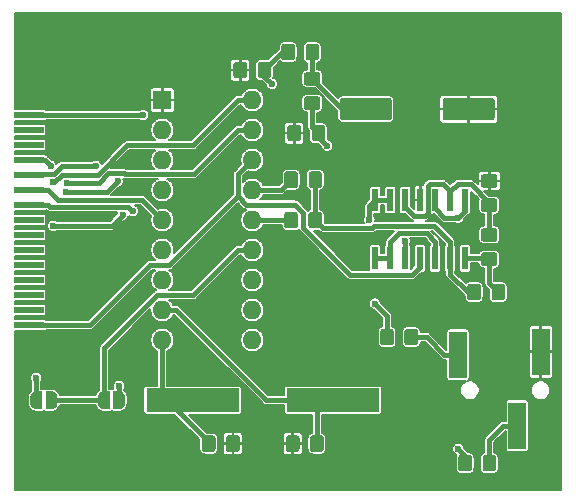
<source format=gbr>
G04 #@! TF.GenerationSoftware,KiCad,Pcbnew,(5.1.5)-3*
G04 #@! TF.CreationDate,2020-01-25T15:57:13+03:00*
G04 #@! TF.ProjectId,CASIO VX4 YM2413 Soundcard v1.1,43415349-4f20-4565-9834-20594d323431,rev?*
G04 #@! TF.SameCoordinates,Original*
G04 #@! TF.FileFunction,Copper,L1,Top*
G04 #@! TF.FilePolarity,Positive*
%FSLAX46Y46*%
G04 Gerber Fmt 4.6, Leading zero omitted, Abs format (unit mm)*
G04 Created by KiCad (PCBNEW (5.1.5)-3) date 2020-01-25 15:57:13*
%MOMM*%
%LPD*%
G04 APERTURE LIST*
%ADD10C,0.100000*%
%ADD11R,2.540000X0.600000*%
%ADD12R,7.875000X2.000000*%
%ADD13O,1.600000X1.600000*%
%ADD14R,1.600000X1.600000*%
%ADD15R,0.558800X1.981200*%
%ADD16R,1.500000X4.000000*%
%ADD17C,0.600000*%
%ADD18C,0.250000*%
%ADD19C,0.400000*%
%ADD20C,0.150000*%
G04 APERTURE END LIST*
G04 #@! TA.AperFunction,SMDPad,CuDef*
D10*
G36*
X121315000Y-121170602D02*
G01*
X121339534Y-121170602D01*
X121388365Y-121175412D01*
X121436490Y-121184984D01*
X121483445Y-121199228D01*
X121528778Y-121218005D01*
X121572051Y-121241136D01*
X121612850Y-121268396D01*
X121650779Y-121299524D01*
X121685476Y-121334221D01*
X121716604Y-121372150D01*
X121743864Y-121412949D01*
X121766995Y-121456222D01*
X121785772Y-121501555D01*
X121800016Y-121548510D01*
X121809588Y-121596635D01*
X121814398Y-121645466D01*
X121814398Y-121670000D01*
X121815000Y-121670000D01*
X121815000Y-122170000D01*
X121814398Y-122170000D01*
X121814398Y-122194534D01*
X121809588Y-122243365D01*
X121800016Y-122291490D01*
X121785772Y-122338445D01*
X121766995Y-122383778D01*
X121743864Y-122427051D01*
X121716604Y-122467850D01*
X121685476Y-122505779D01*
X121650779Y-122540476D01*
X121612850Y-122571604D01*
X121572051Y-122598864D01*
X121528778Y-122621995D01*
X121483445Y-122640772D01*
X121436490Y-122655016D01*
X121388365Y-122664588D01*
X121339534Y-122669398D01*
X121315000Y-122669398D01*
X121315000Y-122670000D01*
X120815000Y-122670000D01*
X120815000Y-121170000D01*
X121315000Y-121170000D01*
X121315000Y-121170602D01*
G37*
G04 #@! TD.AperFunction*
G04 #@! TA.AperFunction,SMDPad,CuDef*
G36*
X120515000Y-122670000D02*
G01*
X120015000Y-122670000D01*
X120015000Y-122669398D01*
X119990466Y-122669398D01*
X119941635Y-122664588D01*
X119893510Y-122655016D01*
X119846555Y-122640772D01*
X119801222Y-122621995D01*
X119757949Y-122598864D01*
X119717150Y-122571604D01*
X119679221Y-122540476D01*
X119644524Y-122505779D01*
X119613396Y-122467850D01*
X119586136Y-122427051D01*
X119563005Y-122383778D01*
X119544228Y-122338445D01*
X119529984Y-122291490D01*
X119520412Y-122243365D01*
X119515602Y-122194534D01*
X119515602Y-122170000D01*
X119515000Y-122170000D01*
X119515000Y-121670000D01*
X119515602Y-121670000D01*
X119515602Y-121645466D01*
X119520412Y-121596635D01*
X119529984Y-121548510D01*
X119544228Y-121501555D01*
X119563005Y-121456222D01*
X119586136Y-121412949D01*
X119613396Y-121372150D01*
X119644524Y-121334221D01*
X119679221Y-121299524D01*
X119717150Y-121268396D01*
X119757949Y-121241136D01*
X119801222Y-121218005D01*
X119846555Y-121199228D01*
X119893510Y-121184984D01*
X119941635Y-121175412D01*
X119990466Y-121170602D01*
X120015000Y-121170602D01*
X120015000Y-121170000D01*
X120515000Y-121170000D01*
X120515000Y-122670000D01*
G37*
G04 #@! TD.AperFunction*
G04 #@! TA.AperFunction,SMDPad,CuDef*
G36*
X115600000Y-121170602D02*
G01*
X115624534Y-121170602D01*
X115673365Y-121175412D01*
X115721490Y-121184984D01*
X115768445Y-121199228D01*
X115813778Y-121218005D01*
X115857051Y-121241136D01*
X115897850Y-121268396D01*
X115935779Y-121299524D01*
X115970476Y-121334221D01*
X116001604Y-121372150D01*
X116028864Y-121412949D01*
X116051995Y-121456222D01*
X116070772Y-121501555D01*
X116085016Y-121548510D01*
X116094588Y-121596635D01*
X116099398Y-121645466D01*
X116099398Y-121670000D01*
X116100000Y-121670000D01*
X116100000Y-122170000D01*
X116099398Y-122170000D01*
X116099398Y-122194534D01*
X116094588Y-122243365D01*
X116085016Y-122291490D01*
X116070772Y-122338445D01*
X116051995Y-122383778D01*
X116028864Y-122427051D01*
X116001604Y-122467850D01*
X115970476Y-122505779D01*
X115935779Y-122540476D01*
X115897850Y-122571604D01*
X115857051Y-122598864D01*
X115813778Y-122621995D01*
X115768445Y-122640772D01*
X115721490Y-122655016D01*
X115673365Y-122664588D01*
X115624534Y-122669398D01*
X115600000Y-122669398D01*
X115600000Y-122670000D01*
X115100000Y-122670000D01*
X115100000Y-121170000D01*
X115600000Y-121170000D01*
X115600000Y-121170602D01*
G37*
G04 #@! TD.AperFunction*
G04 #@! TA.AperFunction,SMDPad,CuDef*
G36*
X114800000Y-122670000D02*
G01*
X114300000Y-122670000D01*
X114300000Y-122669398D01*
X114275466Y-122669398D01*
X114226635Y-122664588D01*
X114178510Y-122655016D01*
X114131555Y-122640772D01*
X114086222Y-122621995D01*
X114042949Y-122598864D01*
X114002150Y-122571604D01*
X113964221Y-122540476D01*
X113929524Y-122505779D01*
X113898396Y-122467850D01*
X113871136Y-122427051D01*
X113848005Y-122383778D01*
X113829228Y-122338445D01*
X113814984Y-122291490D01*
X113805412Y-122243365D01*
X113800602Y-122194534D01*
X113800602Y-122170000D01*
X113800000Y-122170000D01*
X113800000Y-121670000D01*
X113800602Y-121670000D01*
X113800602Y-121645466D01*
X113805412Y-121596635D01*
X113814984Y-121548510D01*
X113829228Y-121501555D01*
X113848005Y-121456222D01*
X113871136Y-121412949D01*
X113898396Y-121372150D01*
X113929524Y-121334221D01*
X113964221Y-121299524D01*
X114002150Y-121268396D01*
X114042949Y-121241136D01*
X114086222Y-121218005D01*
X114131555Y-121199228D01*
X114178510Y-121184984D01*
X114226635Y-121175412D01*
X114275466Y-121170602D01*
X114300000Y-121170602D01*
X114300000Y-121170000D01*
X114800000Y-121170000D01*
X114800000Y-122670000D01*
G37*
G04 #@! TD.AperFunction*
D11*
X113665000Y-97790000D03*
X113665000Y-99060000D03*
X113665000Y-100330000D03*
X113665000Y-101600000D03*
X113665000Y-102870000D03*
X113665000Y-104140000D03*
X113665000Y-105410000D03*
X113665000Y-106680000D03*
X113665000Y-107950000D03*
X113665000Y-109220000D03*
X113665000Y-110490000D03*
X113665000Y-111760000D03*
X113665000Y-113030000D03*
X113665000Y-114300000D03*
X113665000Y-115570000D03*
G04 #@! TA.AperFunction,SMDPad,CuDef*
D10*
G36*
X131921505Y-93281204D02*
G01*
X131945773Y-93284804D01*
X131969572Y-93290765D01*
X131992671Y-93299030D01*
X132014850Y-93309520D01*
X132035893Y-93322132D01*
X132055599Y-93336747D01*
X132073777Y-93353223D01*
X132090253Y-93371401D01*
X132104868Y-93391107D01*
X132117480Y-93412150D01*
X132127970Y-93434329D01*
X132136235Y-93457428D01*
X132142196Y-93481227D01*
X132145796Y-93505495D01*
X132147000Y-93529999D01*
X132147000Y-94430001D01*
X132145796Y-94454505D01*
X132142196Y-94478773D01*
X132136235Y-94502572D01*
X132127970Y-94525671D01*
X132117480Y-94547850D01*
X132104868Y-94568893D01*
X132090253Y-94588599D01*
X132073777Y-94606777D01*
X132055599Y-94623253D01*
X132035893Y-94637868D01*
X132014850Y-94650480D01*
X131992671Y-94660970D01*
X131969572Y-94669235D01*
X131945773Y-94675196D01*
X131921505Y-94678796D01*
X131897001Y-94680000D01*
X131246999Y-94680000D01*
X131222495Y-94678796D01*
X131198227Y-94675196D01*
X131174428Y-94669235D01*
X131151329Y-94660970D01*
X131129150Y-94650480D01*
X131108107Y-94637868D01*
X131088401Y-94623253D01*
X131070223Y-94606777D01*
X131053747Y-94588599D01*
X131039132Y-94568893D01*
X131026520Y-94547850D01*
X131016030Y-94525671D01*
X131007765Y-94502572D01*
X131001804Y-94478773D01*
X130998204Y-94454505D01*
X130997000Y-94430001D01*
X130997000Y-93529999D01*
X130998204Y-93505495D01*
X131001804Y-93481227D01*
X131007765Y-93457428D01*
X131016030Y-93434329D01*
X131026520Y-93412150D01*
X131039132Y-93391107D01*
X131053747Y-93371401D01*
X131070223Y-93353223D01*
X131088401Y-93336747D01*
X131108107Y-93322132D01*
X131129150Y-93309520D01*
X131151329Y-93299030D01*
X131174428Y-93290765D01*
X131198227Y-93284804D01*
X131222495Y-93281204D01*
X131246999Y-93280000D01*
X131897001Y-93280000D01*
X131921505Y-93281204D01*
G37*
G04 #@! TD.AperFunction*
G04 #@! TA.AperFunction,SMDPad,CuDef*
G36*
X133971505Y-93281204D02*
G01*
X133995773Y-93284804D01*
X134019572Y-93290765D01*
X134042671Y-93299030D01*
X134064850Y-93309520D01*
X134085893Y-93322132D01*
X134105599Y-93336747D01*
X134123777Y-93353223D01*
X134140253Y-93371401D01*
X134154868Y-93391107D01*
X134167480Y-93412150D01*
X134177970Y-93434329D01*
X134186235Y-93457428D01*
X134192196Y-93481227D01*
X134195796Y-93505495D01*
X134197000Y-93529999D01*
X134197000Y-94430001D01*
X134195796Y-94454505D01*
X134192196Y-94478773D01*
X134186235Y-94502572D01*
X134177970Y-94525671D01*
X134167480Y-94547850D01*
X134154868Y-94568893D01*
X134140253Y-94588599D01*
X134123777Y-94606777D01*
X134105599Y-94623253D01*
X134085893Y-94637868D01*
X134064850Y-94650480D01*
X134042671Y-94660970D01*
X134019572Y-94669235D01*
X133995773Y-94675196D01*
X133971505Y-94678796D01*
X133947001Y-94680000D01*
X133296999Y-94680000D01*
X133272495Y-94678796D01*
X133248227Y-94675196D01*
X133224428Y-94669235D01*
X133201329Y-94660970D01*
X133179150Y-94650480D01*
X133158107Y-94637868D01*
X133138401Y-94623253D01*
X133120223Y-94606777D01*
X133103747Y-94588599D01*
X133089132Y-94568893D01*
X133076520Y-94547850D01*
X133066030Y-94525671D01*
X133057765Y-94502572D01*
X133051804Y-94478773D01*
X133048204Y-94454505D01*
X133047000Y-94430001D01*
X133047000Y-93529999D01*
X133048204Y-93505495D01*
X133051804Y-93481227D01*
X133057765Y-93457428D01*
X133066030Y-93434329D01*
X133076520Y-93412150D01*
X133089132Y-93391107D01*
X133103747Y-93371401D01*
X133120223Y-93353223D01*
X133138401Y-93336747D01*
X133158107Y-93322132D01*
X133179150Y-93309520D01*
X133201329Y-93299030D01*
X133224428Y-93290765D01*
X133248227Y-93284804D01*
X133272495Y-93281204D01*
X133296999Y-93280000D01*
X133947001Y-93280000D01*
X133971505Y-93281204D01*
G37*
G04 #@! TD.AperFunction*
D12*
X139414500Y-121920000D03*
X127539500Y-121920000D03*
D13*
X132588000Y-96520000D03*
X124968000Y-116840000D03*
X132588000Y-99060000D03*
X124968000Y-114300000D03*
X132588000Y-101600000D03*
X124968000Y-111760000D03*
X132588000Y-104140000D03*
X124968000Y-109220000D03*
X132588000Y-106680000D03*
X124968000Y-106680000D03*
X132588000Y-109220000D03*
X124968000Y-104140000D03*
X132588000Y-111760000D03*
X124968000Y-101600000D03*
X132588000Y-114300000D03*
X124968000Y-99060000D03*
X132588000Y-116840000D03*
D14*
X124968000Y-96520000D03*
D15*
X143002000Y-104978200D03*
X144272000Y-104978200D03*
X145542000Y-104978200D03*
X146812000Y-104978200D03*
X148082000Y-104978200D03*
X149352000Y-104978200D03*
X150622000Y-104978200D03*
X150622000Y-109905800D03*
X149352000Y-109905800D03*
X148082000Y-109905800D03*
X146812000Y-109905800D03*
X145542000Y-109905800D03*
X144272000Y-109905800D03*
X143002000Y-109905800D03*
G04 #@! TA.AperFunction,SMDPad,CuDef*
D10*
G36*
X153128505Y-109408204D02*
G01*
X153152773Y-109411804D01*
X153176572Y-109417765D01*
X153199671Y-109426030D01*
X153221850Y-109436520D01*
X153242893Y-109449132D01*
X153262599Y-109463747D01*
X153280777Y-109480223D01*
X153297253Y-109498401D01*
X153311868Y-109518107D01*
X153324480Y-109539150D01*
X153334970Y-109561329D01*
X153343235Y-109584428D01*
X153349196Y-109608227D01*
X153352796Y-109632495D01*
X153354000Y-109656999D01*
X153354000Y-110307001D01*
X153352796Y-110331505D01*
X153349196Y-110355773D01*
X153343235Y-110379572D01*
X153334970Y-110402671D01*
X153324480Y-110424850D01*
X153311868Y-110445893D01*
X153297253Y-110465599D01*
X153280777Y-110483777D01*
X153262599Y-110500253D01*
X153242893Y-110514868D01*
X153221850Y-110527480D01*
X153199671Y-110537970D01*
X153176572Y-110546235D01*
X153152773Y-110552196D01*
X153128505Y-110555796D01*
X153104001Y-110557000D01*
X152203999Y-110557000D01*
X152179495Y-110555796D01*
X152155227Y-110552196D01*
X152131428Y-110546235D01*
X152108329Y-110537970D01*
X152086150Y-110527480D01*
X152065107Y-110514868D01*
X152045401Y-110500253D01*
X152027223Y-110483777D01*
X152010747Y-110465599D01*
X151996132Y-110445893D01*
X151983520Y-110424850D01*
X151973030Y-110402671D01*
X151964765Y-110379572D01*
X151958804Y-110355773D01*
X151955204Y-110331505D01*
X151954000Y-110307001D01*
X151954000Y-109656999D01*
X151955204Y-109632495D01*
X151958804Y-109608227D01*
X151964765Y-109584428D01*
X151973030Y-109561329D01*
X151983520Y-109539150D01*
X151996132Y-109518107D01*
X152010747Y-109498401D01*
X152027223Y-109480223D01*
X152045401Y-109463747D01*
X152065107Y-109449132D01*
X152086150Y-109436520D01*
X152108329Y-109426030D01*
X152131428Y-109417765D01*
X152155227Y-109411804D01*
X152179495Y-109408204D01*
X152203999Y-109407000D01*
X153104001Y-109407000D01*
X153128505Y-109408204D01*
G37*
G04 #@! TD.AperFunction*
G04 #@! TA.AperFunction,SMDPad,CuDef*
G36*
X153128505Y-107358204D02*
G01*
X153152773Y-107361804D01*
X153176572Y-107367765D01*
X153199671Y-107376030D01*
X153221850Y-107386520D01*
X153242893Y-107399132D01*
X153262599Y-107413747D01*
X153280777Y-107430223D01*
X153297253Y-107448401D01*
X153311868Y-107468107D01*
X153324480Y-107489150D01*
X153334970Y-107511329D01*
X153343235Y-107534428D01*
X153349196Y-107558227D01*
X153352796Y-107582495D01*
X153354000Y-107606999D01*
X153354000Y-108257001D01*
X153352796Y-108281505D01*
X153349196Y-108305773D01*
X153343235Y-108329572D01*
X153334970Y-108352671D01*
X153324480Y-108374850D01*
X153311868Y-108395893D01*
X153297253Y-108415599D01*
X153280777Y-108433777D01*
X153262599Y-108450253D01*
X153242893Y-108464868D01*
X153221850Y-108477480D01*
X153199671Y-108487970D01*
X153176572Y-108496235D01*
X153152773Y-108502196D01*
X153128505Y-108505796D01*
X153104001Y-108507000D01*
X152203999Y-108507000D01*
X152179495Y-108505796D01*
X152155227Y-108502196D01*
X152131428Y-108496235D01*
X152108329Y-108487970D01*
X152086150Y-108477480D01*
X152065107Y-108464868D01*
X152045401Y-108450253D01*
X152027223Y-108433777D01*
X152010747Y-108415599D01*
X151996132Y-108395893D01*
X151983520Y-108374850D01*
X151973030Y-108352671D01*
X151964765Y-108329572D01*
X151958804Y-108305773D01*
X151955204Y-108281505D01*
X151954000Y-108257001D01*
X151954000Y-107606999D01*
X151955204Y-107582495D01*
X151958804Y-107558227D01*
X151964765Y-107534428D01*
X151973030Y-107511329D01*
X151983520Y-107489150D01*
X151996132Y-107468107D01*
X152010747Y-107448401D01*
X152027223Y-107430223D01*
X152045401Y-107413747D01*
X152065107Y-107399132D01*
X152086150Y-107386520D01*
X152108329Y-107376030D01*
X152131428Y-107367765D01*
X152155227Y-107361804D01*
X152179495Y-107358204D01*
X152203999Y-107357000D01*
X153104001Y-107357000D01*
X153128505Y-107358204D01*
G37*
G04 #@! TD.AperFunction*
G04 #@! TA.AperFunction,SMDPad,CuDef*
G36*
X151724505Y-112077204D02*
G01*
X151748773Y-112080804D01*
X151772572Y-112086765D01*
X151795671Y-112095030D01*
X151817850Y-112105520D01*
X151838893Y-112118132D01*
X151858599Y-112132747D01*
X151876777Y-112149223D01*
X151893253Y-112167401D01*
X151907868Y-112187107D01*
X151920480Y-112208150D01*
X151930970Y-112230329D01*
X151939235Y-112253428D01*
X151945196Y-112277227D01*
X151948796Y-112301495D01*
X151950000Y-112325999D01*
X151950000Y-113226001D01*
X151948796Y-113250505D01*
X151945196Y-113274773D01*
X151939235Y-113298572D01*
X151930970Y-113321671D01*
X151920480Y-113343850D01*
X151907868Y-113364893D01*
X151893253Y-113384599D01*
X151876777Y-113402777D01*
X151858599Y-113419253D01*
X151838893Y-113433868D01*
X151817850Y-113446480D01*
X151795671Y-113456970D01*
X151772572Y-113465235D01*
X151748773Y-113471196D01*
X151724505Y-113474796D01*
X151700001Y-113476000D01*
X151049999Y-113476000D01*
X151025495Y-113474796D01*
X151001227Y-113471196D01*
X150977428Y-113465235D01*
X150954329Y-113456970D01*
X150932150Y-113446480D01*
X150911107Y-113433868D01*
X150891401Y-113419253D01*
X150873223Y-113402777D01*
X150856747Y-113384599D01*
X150842132Y-113364893D01*
X150829520Y-113343850D01*
X150819030Y-113321671D01*
X150810765Y-113298572D01*
X150804804Y-113274773D01*
X150801204Y-113250505D01*
X150800000Y-113226001D01*
X150800000Y-112325999D01*
X150801204Y-112301495D01*
X150804804Y-112277227D01*
X150810765Y-112253428D01*
X150819030Y-112230329D01*
X150829520Y-112208150D01*
X150842132Y-112187107D01*
X150856747Y-112167401D01*
X150873223Y-112149223D01*
X150891401Y-112132747D01*
X150911107Y-112118132D01*
X150932150Y-112105520D01*
X150954329Y-112095030D01*
X150977428Y-112086765D01*
X151001227Y-112080804D01*
X151025495Y-112077204D01*
X151049999Y-112076000D01*
X151700001Y-112076000D01*
X151724505Y-112077204D01*
G37*
G04 #@! TD.AperFunction*
G04 #@! TA.AperFunction,SMDPad,CuDef*
G36*
X153774505Y-112077204D02*
G01*
X153798773Y-112080804D01*
X153822572Y-112086765D01*
X153845671Y-112095030D01*
X153867850Y-112105520D01*
X153888893Y-112118132D01*
X153908599Y-112132747D01*
X153926777Y-112149223D01*
X153943253Y-112167401D01*
X153957868Y-112187107D01*
X153970480Y-112208150D01*
X153980970Y-112230329D01*
X153989235Y-112253428D01*
X153995196Y-112277227D01*
X153998796Y-112301495D01*
X154000000Y-112325999D01*
X154000000Y-113226001D01*
X153998796Y-113250505D01*
X153995196Y-113274773D01*
X153989235Y-113298572D01*
X153980970Y-113321671D01*
X153970480Y-113343850D01*
X153957868Y-113364893D01*
X153943253Y-113384599D01*
X153926777Y-113402777D01*
X153908599Y-113419253D01*
X153888893Y-113433868D01*
X153867850Y-113446480D01*
X153845671Y-113456970D01*
X153822572Y-113465235D01*
X153798773Y-113471196D01*
X153774505Y-113474796D01*
X153750001Y-113476000D01*
X153099999Y-113476000D01*
X153075495Y-113474796D01*
X153051227Y-113471196D01*
X153027428Y-113465235D01*
X153004329Y-113456970D01*
X152982150Y-113446480D01*
X152961107Y-113433868D01*
X152941401Y-113419253D01*
X152923223Y-113402777D01*
X152906747Y-113384599D01*
X152892132Y-113364893D01*
X152879520Y-113343850D01*
X152869030Y-113321671D01*
X152860765Y-113298572D01*
X152854804Y-113274773D01*
X152851204Y-113250505D01*
X152850000Y-113226001D01*
X152850000Y-112325999D01*
X152851204Y-112301495D01*
X152854804Y-112277227D01*
X152860765Y-112253428D01*
X152869030Y-112230329D01*
X152879520Y-112208150D01*
X152892132Y-112187107D01*
X152906747Y-112167401D01*
X152923223Y-112149223D01*
X152941401Y-112132747D01*
X152961107Y-112118132D01*
X152982150Y-112105520D01*
X153004329Y-112095030D01*
X153027428Y-112086765D01*
X153051227Y-112080804D01*
X153075495Y-112077204D01*
X153099999Y-112076000D01*
X153750001Y-112076000D01*
X153774505Y-112077204D01*
G37*
G04 #@! TD.AperFunction*
G04 #@! TA.AperFunction,SMDPad,CuDef*
G36*
X136493505Y-98615204D02*
G01*
X136517773Y-98618804D01*
X136541572Y-98624765D01*
X136564671Y-98633030D01*
X136586850Y-98643520D01*
X136607893Y-98656132D01*
X136627599Y-98670747D01*
X136645777Y-98687223D01*
X136662253Y-98705401D01*
X136676868Y-98725107D01*
X136689480Y-98746150D01*
X136699970Y-98768329D01*
X136708235Y-98791428D01*
X136714196Y-98815227D01*
X136717796Y-98839495D01*
X136719000Y-98863999D01*
X136719000Y-99764001D01*
X136717796Y-99788505D01*
X136714196Y-99812773D01*
X136708235Y-99836572D01*
X136699970Y-99859671D01*
X136689480Y-99881850D01*
X136676868Y-99902893D01*
X136662253Y-99922599D01*
X136645777Y-99940777D01*
X136627599Y-99957253D01*
X136607893Y-99971868D01*
X136586850Y-99984480D01*
X136564671Y-99994970D01*
X136541572Y-100003235D01*
X136517773Y-100009196D01*
X136493505Y-100012796D01*
X136469001Y-100014000D01*
X135818999Y-100014000D01*
X135794495Y-100012796D01*
X135770227Y-100009196D01*
X135746428Y-100003235D01*
X135723329Y-99994970D01*
X135701150Y-99984480D01*
X135680107Y-99971868D01*
X135660401Y-99957253D01*
X135642223Y-99940777D01*
X135625747Y-99922599D01*
X135611132Y-99902893D01*
X135598520Y-99881850D01*
X135588030Y-99859671D01*
X135579765Y-99836572D01*
X135573804Y-99812773D01*
X135570204Y-99788505D01*
X135569000Y-99764001D01*
X135569000Y-98863999D01*
X135570204Y-98839495D01*
X135573804Y-98815227D01*
X135579765Y-98791428D01*
X135588030Y-98768329D01*
X135598520Y-98746150D01*
X135611132Y-98725107D01*
X135625747Y-98705401D01*
X135642223Y-98687223D01*
X135660401Y-98670747D01*
X135680107Y-98656132D01*
X135701150Y-98643520D01*
X135723329Y-98633030D01*
X135746428Y-98624765D01*
X135770227Y-98618804D01*
X135794495Y-98615204D01*
X135818999Y-98614000D01*
X136469001Y-98614000D01*
X136493505Y-98615204D01*
G37*
G04 #@! TD.AperFunction*
G04 #@! TA.AperFunction,SMDPad,CuDef*
G36*
X138543505Y-98615204D02*
G01*
X138567773Y-98618804D01*
X138591572Y-98624765D01*
X138614671Y-98633030D01*
X138636850Y-98643520D01*
X138657893Y-98656132D01*
X138677599Y-98670747D01*
X138695777Y-98687223D01*
X138712253Y-98705401D01*
X138726868Y-98725107D01*
X138739480Y-98746150D01*
X138749970Y-98768329D01*
X138758235Y-98791428D01*
X138764196Y-98815227D01*
X138767796Y-98839495D01*
X138769000Y-98863999D01*
X138769000Y-99764001D01*
X138767796Y-99788505D01*
X138764196Y-99812773D01*
X138758235Y-99836572D01*
X138749970Y-99859671D01*
X138739480Y-99881850D01*
X138726868Y-99902893D01*
X138712253Y-99922599D01*
X138695777Y-99940777D01*
X138677599Y-99957253D01*
X138657893Y-99971868D01*
X138636850Y-99984480D01*
X138614671Y-99994970D01*
X138591572Y-100003235D01*
X138567773Y-100009196D01*
X138543505Y-100012796D01*
X138519001Y-100014000D01*
X137868999Y-100014000D01*
X137844495Y-100012796D01*
X137820227Y-100009196D01*
X137796428Y-100003235D01*
X137773329Y-99994970D01*
X137751150Y-99984480D01*
X137730107Y-99971868D01*
X137710401Y-99957253D01*
X137692223Y-99940777D01*
X137675747Y-99922599D01*
X137661132Y-99902893D01*
X137648520Y-99881850D01*
X137638030Y-99859671D01*
X137629765Y-99836572D01*
X137623804Y-99812773D01*
X137620204Y-99788505D01*
X137619000Y-99764001D01*
X137619000Y-98863999D01*
X137620204Y-98839495D01*
X137623804Y-98815227D01*
X137629765Y-98791428D01*
X137638030Y-98768329D01*
X137648520Y-98746150D01*
X137661132Y-98725107D01*
X137675747Y-98705401D01*
X137692223Y-98687223D01*
X137710401Y-98670747D01*
X137730107Y-98656132D01*
X137751150Y-98643520D01*
X137773329Y-98633030D01*
X137796428Y-98624765D01*
X137820227Y-98618804D01*
X137844495Y-98615204D01*
X137868999Y-98614000D01*
X138519001Y-98614000D01*
X138543505Y-98615204D01*
G37*
G04 #@! TD.AperFunction*
G04 #@! TA.AperFunction,SMDPad,CuDef*
G36*
X136221505Y-105981204D02*
G01*
X136245773Y-105984804D01*
X136269572Y-105990765D01*
X136292671Y-105999030D01*
X136314850Y-106009520D01*
X136335893Y-106022132D01*
X136355599Y-106036747D01*
X136373777Y-106053223D01*
X136390253Y-106071401D01*
X136404868Y-106091107D01*
X136417480Y-106112150D01*
X136427970Y-106134329D01*
X136436235Y-106157428D01*
X136442196Y-106181227D01*
X136445796Y-106205495D01*
X136447000Y-106229999D01*
X136447000Y-107130001D01*
X136445796Y-107154505D01*
X136442196Y-107178773D01*
X136436235Y-107202572D01*
X136427970Y-107225671D01*
X136417480Y-107247850D01*
X136404868Y-107268893D01*
X136390253Y-107288599D01*
X136373777Y-107306777D01*
X136355599Y-107323253D01*
X136335893Y-107337868D01*
X136314850Y-107350480D01*
X136292671Y-107360970D01*
X136269572Y-107369235D01*
X136245773Y-107375196D01*
X136221505Y-107378796D01*
X136197001Y-107380000D01*
X135546999Y-107380000D01*
X135522495Y-107378796D01*
X135498227Y-107375196D01*
X135474428Y-107369235D01*
X135451329Y-107360970D01*
X135429150Y-107350480D01*
X135408107Y-107337868D01*
X135388401Y-107323253D01*
X135370223Y-107306777D01*
X135353747Y-107288599D01*
X135339132Y-107268893D01*
X135326520Y-107247850D01*
X135316030Y-107225671D01*
X135307765Y-107202572D01*
X135301804Y-107178773D01*
X135298204Y-107154505D01*
X135297000Y-107130001D01*
X135297000Y-106229999D01*
X135298204Y-106205495D01*
X135301804Y-106181227D01*
X135307765Y-106157428D01*
X135316030Y-106134329D01*
X135326520Y-106112150D01*
X135339132Y-106091107D01*
X135353747Y-106071401D01*
X135370223Y-106053223D01*
X135388401Y-106036747D01*
X135408107Y-106022132D01*
X135429150Y-106009520D01*
X135451329Y-105999030D01*
X135474428Y-105990765D01*
X135498227Y-105984804D01*
X135522495Y-105981204D01*
X135546999Y-105980000D01*
X136197001Y-105980000D01*
X136221505Y-105981204D01*
G37*
G04 #@! TD.AperFunction*
G04 #@! TA.AperFunction,SMDPad,CuDef*
G36*
X138271505Y-105981204D02*
G01*
X138295773Y-105984804D01*
X138319572Y-105990765D01*
X138342671Y-105999030D01*
X138364850Y-106009520D01*
X138385893Y-106022132D01*
X138405599Y-106036747D01*
X138423777Y-106053223D01*
X138440253Y-106071401D01*
X138454868Y-106091107D01*
X138467480Y-106112150D01*
X138477970Y-106134329D01*
X138486235Y-106157428D01*
X138492196Y-106181227D01*
X138495796Y-106205495D01*
X138497000Y-106229999D01*
X138497000Y-107130001D01*
X138495796Y-107154505D01*
X138492196Y-107178773D01*
X138486235Y-107202572D01*
X138477970Y-107225671D01*
X138467480Y-107247850D01*
X138454868Y-107268893D01*
X138440253Y-107288599D01*
X138423777Y-107306777D01*
X138405599Y-107323253D01*
X138385893Y-107337868D01*
X138364850Y-107350480D01*
X138342671Y-107360970D01*
X138319572Y-107369235D01*
X138295773Y-107375196D01*
X138271505Y-107378796D01*
X138247001Y-107380000D01*
X137596999Y-107380000D01*
X137572495Y-107378796D01*
X137548227Y-107375196D01*
X137524428Y-107369235D01*
X137501329Y-107360970D01*
X137479150Y-107350480D01*
X137458107Y-107337868D01*
X137438401Y-107323253D01*
X137420223Y-107306777D01*
X137403747Y-107288599D01*
X137389132Y-107268893D01*
X137376520Y-107247850D01*
X137366030Y-107225671D01*
X137357765Y-107202572D01*
X137351804Y-107178773D01*
X137348204Y-107154505D01*
X137347000Y-107130001D01*
X137347000Y-106229999D01*
X137348204Y-106205495D01*
X137351804Y-106181227D01*
X137357765Y-106157428D01*
X137366030Y-106134329D01*
X137376520Y-106112150D01*
X137389132Y-106091107D01*
X137403747Y-106071401D01*
X137420223Y-106053223D01*
X137438401Y-106036747D01*
X137458107Y-106022132D01*
X137479150Y-106009520D01*
X137501329Y-105999030D01*
X137524428Y-105990765D01*
X137548227Y-105984804D01*
X137572495Y-105981204D01*
X137596999Y-105980000D01*
X138247001Y-105980000D01*
X138271505Y-105981204D01*
G37*
G04 #@! TD.AperFunction*
G04 #@! TA.AperFunction,SMDPad,CuDef*
G36*
X136230505Y-102552204D02*
G01*
X136254773Y-102555804D01*
X136278572Y-102561765D01*
X136301671Y-102570030D01*
X136323850Y-102580520D01*
X136344893Y-102593132D01*
X136364599Y-102607747D01*
X136382777Y-102624223D01*
X136399253Y-102642401D01*
X136413868Y-102662107D01*
X136426480Y-102683150D01*
X136436970Y-102705329D01*
X136445235Y-102728428D01*
X136451196Y-102752227D01*
X136454796Y-102776495D01*
X136456000Y-102800999D01*
X136456000Y-103701001D01*
X136454796Y-103725505D01*
X136451196Y-103749773D01*
X136445235Y-103773572D01*
X136436970Y-103796671D01*
X136426480Y-103818850D01*
X136413868Y-103839893D01*
X136399253Y-103859599D01*
X136382777Y-103877777D01*
X136364599Y-103894253D01*
X136344893Y-103908868D01*
X136323850Y-103921480D01*
X136301671Y-103931970D01*
X136278572Y-103940235D01*
X136254773Y-103946196D01*
X136230505Y-103949796D01*
X136206001Y-103951000D01*
X135555999Y-103951000D01*
X135531495Y-103949796D01*
X135507227Y-103946196D01*
X135483428Y-103940235D01*
X135460329Y-103931970D01*
X135438150Y-103921480D01*
X135417107Y-103908868D01*
X135397401Y-103894253D01*
X135379223Y-103877777D01*
X135362747Y-103859599D01*
X135348132Y-103839893D01*
X135335520Y-103818850D01*
X135325030Y-103796671D01*
X135316765Y-103773572D01*
X135310804Y-103749773D01*
X135307204Y-103725505D01*
X135306000Y-103701001D01*
X135306000Y-102800999D01*
X135307204Y-102776495D01*
X135310804Y-102752227D01*
X135316765Y-102728428D01*
X135325030Y-102705329D01*
X135335520Y-102683150D01*
X135348132Y-102662107D01*
X135362747Y-102642401D01*
X135379223Y-102624223D01*
X135397401Y-102607747D01*
X135417107Y-102593132D01*
X135438150Y-102580520D01*
X135460329Y-102570030D01*
X135483428Y-102561765D01*
X135507227Y-102555804D01*
X135531495Y-102552204D01*
X135555999Y-102551000D01*
X136206001Y-102551000D01*
X136230505Y-102552204D01*
G37*
G04 #@! TD.AperFunction*
G04 #@! TA.AperFunction,SMDPad,CuDef*
G36*
X138280505Y-102552204D02*
G01*
X138304773Y-102555804D01*
X138328572Y-102561765D01*
X138351671Y-102570030D01*
X138373850Y-102580520D01*
X138394893Y-102593132D01*
X138414599Y-102607747D01*
X138432777Y-102624223D01*
X138449253Y-102642401D01*
X138463868Y-102662107D01*
X138476480Y-102683150D01*
X138486970Y-102705329D01*
X138495235Y-102728428D01*
X138501196Y-102752227D01*
X138504796Y-102776495D01*
X138506000Y-102800999D01*
X138506000Y-103701001D01*
X138504796Y-103725505D01*
X138501196Y-103749773D01*
X138495235Y-103773572D01*
X138486970Y-103796671D01*
X138476480Y-103818850D01*
X138463868Y-103839893D01*
X138449253Y-103859599D01*
X138432777Y-103877777D01*
X138414599Y-103894253D01*
X138394893Y-103908868D01*
X138373850Y-103921480D01*
X138351671Y-103931970D01*
X138328572Y-103940235D01*
X138304773Y-103946196D01*
X138280505Y-103949796D01*
X138256001Y-103951000D01*
X137605999Y-103951000D01*
X137581495Y-103949796D01*
X137557227Y-103946196D01*
X137533428Y-103940235D01*
X137510329Y-103931970D01*
X137488150Y-103921480D01*
X137467107Y-103908868D01*
X137447401Y-103894253D01*
X137429223Y-103877777D01*
X137412747Y-103859599D01*
X137398132Y-103839893D01*
X137385520Y-103818850D01*
X137375030Y-103796671D01*
X137366765Y-103773572D01*
X137360804Y-103749773D01*
X137357204Y-103725505D01*
X137356000Y-103701001D01*
X137356000Y-102800999D01*
X137357204Y-102776495D01*
X137360804Y-102752227D01*
X137366765Y-102728428D01*
X137375030Y-102705329D01*
X137385520Y-102683150D01*
X137398132Y-102662107D01*
X137412747Y-102642401D01*
X137429223Y-102624223D01*
X137447401Y-102607747D01*
X137467107Y-102593132D01*
X137488150Y-102580520D01*
X137510329Y-102570030D01*
X137533428Y-102561765D01*
X137557227Y-102555804D01*
X137581495Y-102552204D01*
X137605999Y-102551000D01*
X138256001Y-102551000D01*
X138280505Y-102552204D01*
G37*
G04 #@! TD.AperFunction*
G04 #@! TA.AperFunction,SMDPad,CuDef*
G36*
X138142505Y-94150204D02*
G01*
X138166773Y-94153804D01*
X138190572Y-94159765D01*
X138213671Y-94168030D01*
X138235850Y-94178520D01*
X138256893Y-94191132D01*
X138276599Y-94205747D01*
X138294777Y-94222223D01*
X138311253Y-94240401D01*
X138325868Y-94260107D01*
X138338480Y-94281150D01*
X138348970Y-94303329D01*
X138357235Y-94326428D01*
X138363196Y-94350227D01*
X138366796Y-94374495D01*
X138368000Y-94398999D01*
X138368000Y-95049001D01*
X138366796Y-95073505D01*
X138363196Y-95097773D01*
X138357235Y-95121572D01*
X138348970Y-95144671D01*
X138338480Y-95166850D01*
X138325868Y-95187893D01*
X138311253Y-95207599D01*
X138294777Y-95225777D01*
X138276599Y-95242253D01*
X138256893Y-95256868D01*
X138235850Y-95269480D01*
X138213671Y-95279970D01*
X138190572Y-95288235D01*
X138166773Y-95294196D01*
X138142505Y-95297796D01*
X138118001Y-95299000D01*
X137217999Y-95299000D01*
X137193495Y-95297796D01*
X137169227Y-95294196D01*
X137145428Y-95288235D01*
X137122329Y-95279970D01*
X137100150Y-95269480D01*
X137079107Y-95256868D01*
X137059401Y-95242253D01*
X137041223Y-95225777D01*
X137024747Y-95207599D01*
X137010132Y-95187893D01*
X136997520Y-95166850D01*
X136987030Y-95144671D01*
X136978765Y-95121572D01*
X136972804Y-95097773D01*
X136969204Y-95073505D01*
X136968000Y-95049001D01*
X136968000Y-94398999D01*
X136969204Y-94374495D01*
X136972804Y-94350227D01*
X136978765Y-94326428D01*
X136987030Y-94303329D01*
X136997520Y-94281150D01*
X137010132Y-94260107D01*
X137024747Y-94240401D01*
X137041223Y-94222223D01*
X137059401Y-94205747D01*
X137079107Y-94191132D01*
X137100150Y-94178520D01*
X137122329Y-94168030D01*
X137145428Y-94159765D01*
X137169227Y-94153804D01*
X137193495Y-94150204D01*
X137217999Y-94149000D01*
X138118001Y-94149000D01*
X138142505Y-94150204D01*
G37*
G04 #@! TD.AperFunction*
G04 #@! TA.AperFunction,SMDPad,CuDef*
G36*
X138142505Y-96200204D02*
G01*
X138166773Y-96203804D01*
X138190572Y-96209765D01*
X138213671Y-96218030D01*
X138235850Y-96228520D01*
X138256893Y-96241132D01*
X138276599Y-96255747D01*
X138294777Y-96272223D01*
X138311253Y-96290401D01*
X138325868Y-96310107D01*
X138338480Y-96331150D01*
X138348970Y-96353329D01*
X138357235Y-96376428D01*
X138363196Y-96400227D01*
X138366796Y-96424495D01*
X138368000Y-96448999D01*
X138368000Y-97099001D01*
X138366796Y-97123505D01*
X138363196Y-97147773D01*
X138357235Y-97171572D01*
X138348970Y-97194671D01*
X138338480Y-97216850D01*
X138325868Y-97237893D01*
X138311253Y-97257599D01*
X138294777Y-97275777D01*
X138276599Y-97292253D01*
X138256893Y-97306868D01*
X138235850Y-97319480D01*
X138213671Y-97329970D01*
X138190572Y-97338235D01*
X138166773Y-97344196D01*
X138142505Y-97347796D01*
X138118001Y-97349000D01*
X137217999Y-97349000D01*
X137193495Y-97347796D01*
X137169227Y-97344196D01*
X137145428Y-97338235D01*
X137122329Y-97329970D01*
X137100150Y-97319480D01*
X137079107Y-97306868D01*
X137059401Y-97292253D01*
X137041223Y-97275777D01*
X137024747Y-97257599D01*
X137010132Y-97237893D01*
X136997520Y-97216850D01*
X136987030Y-97194671D01*
X136978765Y-97171572D01*
X136972804Y-97147773D01*
X136969204Y-97123505D01*
X136968000Y-97099001D01*
X136968000Y-96448999D01*
X136969204Y-96424495D01*
X136972804Y-96400227D01*
X136978765Y-96376428D01*
X136987030Y-96353329D01*
X136997520Y-96331150D01*
X137010132Y-96310107D01*
X137024747Y-96290401D01*
X137041223Y-96272223D01*
X137059401Y-96255747D01*
X137079107Y-96241132D01*
X137100150Y-96228520D01*
X137122329Y-96218030D01*
X137145428Y-96209765D01*
X137169227Y-96203804D01*
X137193495Y-96200204D01*
X137217999Y-96199000D01*
X138118001Y-96199000D01*
X138142505Y-96200204D01*
G37*
G04 #@! TD.AperFunction*
G04 #@! TA.AperFunction,SMDPad,CuDef*
G36*
X138026505Y-91757204D02*
G01*
X138050773Y-91760804D01*
X138074572Y-91766765D01*
X138097671Y-91775030D01*
X138119850Y-91785520D01*
X138140893Y-91798132D01*
X138160599Y-91812747D01*
X138178777Y-91829223D01*
X138195253Y-91847401D01*
X138209868Y-91867107D01*
X138222480Y-91888150D01*
X138232970Y-91910329D01*
X138241235Y-91933428D01*
X138247196Y-91957227D01*
X138250796Y-91981495D01*
X138252000Y-92005999D01*
X138252000Y-92906001D01*
X138250796Y-92930505D01*
X138247196Y-92954773D01*
X138241235Y-92978572D01*
X138232970Y-93001671D01*
X138222480Y-93023850D01*
X138209868Y-93044893D01*
X138195253Y-93064599D01*
X138178777Y-93082777D01*
X138160599Y-93099253D01*
X138140893Y-93113868D01*
X138119850Y-93126480D01*
X138097671Y-93136970D01*
X138074572Y-93145235D01*
X138050773Y-93151196D01*
X138026505Y-93154796D01*
X138002001Y-93156000D01*
X137351999Y-93156000D01*
X137327495Y-93154796D01*
X137303227Y-93151196D01*
X137279428Y-93145235D01*
X137256329Y-93136970D01*
X137234150Y-93126480D01*
X137213107Y-93113868D01*
X137193401Y-93099253D01*
X137175223Y-93082777D01*
X137158747Y-93064599D01*
X137144132Y-93044893D01*
X137131520Y-93023850D01*
X137121030Y-93001671D01*
X137112765Y-92978572D01*
X137106804Y-92954773D01*
X137103204Y-92930505D01*
X137102000Y-92906001D01*
X137102000Y-92005999D01*
X137103204Y-91981495D01*
X137106804Y-91957227D01*
X137112765Y-91933428D01*
X137121030Y-91910329D01*
X137131520Y-91888150D01*
X137144132Y-91867107D01*
X137158747Y-91847401D01*
X137175223Y-91829223D01*
X137193401Y-91812747D01*
X137213107Y-91798132D01*
X137234150Y-91785520D01*
X137256329Y-91775030D01*
X137279428Y-91766765D01*
X137303227Y-91760804D01*
X137327495Y-91757204D01*
X137351999Y-91756000D01*
X138002001Y-91756000D01*
X138026505Y-91757204D01*
G37*
G04 #@! TD.AperFunction*
G04 #@! TA.AperFunction,SMDPad,CuDef*
G36*
X135976505Y-91757204D02*
G01*
X136000773Y-91760804D01*
X136024572Y-91766765D01*
X136047671Y-91775030D01*
X136069850Y-91785520D01*
X136090893Y-91798132D01*
X136110599Y-91812747D01*
X136128777Y-91829223D01*
X136145253Y-91847401D01*
X136159868Y-91867107D01*
X136172480Y-91888150D01*
X136182970Y-91910329D01*
X136191235Y-91933428D01*
X136197196Y-91957227D01*
X136200796Y-91981495D01*
X136202000Y-92005999D01*
X136202000Y-92906001D01*
X136200796Y-92930505D01*
X136197196Y-92954773D01*
X136191235Y-92978572D01*
X136182970Y-93001671D01*
X136172480Y-93023850D01*
X136159868Y-93044893D01*
X136145253Y-93064599D01*
X136128777Y-93082777D01*
X136110599Y-93099253D01*
X136090893Y-93113868D01*
X136069850Y-93126480D01*
X136047671Y-93136970D01*
X136024572Y-93145235D01*
X136000773Y-93151196D01*
X135976505Y-93154796D01*
X135952001Y-93156000D01*
X135301999Y-93156000D01*
X135277495Y-93154796D01*
X135253227Y-93151196D01*
X135229428Y-93145235D01*
X135206329Y-93136970D01*
X135184150Y-93126480D01*
X135163107Y-93113868D01*
X135143401Y-93099253D01*
X135125223Y-93082777D01*
X135108747Y-93064599D01*
X135094132Y-93044893D01*
X135081520Y-93023850D01*
X135071030Y-93001671D01*
X135062765Y-92978572D01*
X135056804Y-92954773D01*
X135053204Y-92930505D01*
X135052000Y-92906001D01*
X135052000Y-92005999D01*
X135053204Y-91981495D01*
X135056804Y-91957227D01*
X135062765Y-91933428D01*
X135071030Y-91910329D01*
X135081520Y-91888150D01*
X135094132Y-91867107D01*
X135108747Y-91847401D01*
X135125223Y-91829223D01*
X135143401Y-91812747D01*
X135163107Y-91798132D01*
X135184150Y-91785520D01*
X135206329Y-91775030D01*
X135229428Y-91766765D01*
X135253227Y-91760804D01*
X135277495Y-91757204D01*
X135301999Y-91756000D01*
X135952001Y-91756000D01*
X135976505Y-91757204D01*
G37*
G04 #@! TD.AperFunction*
D16*
X150011000Y-118081000D03*
X155011000Y-124081000D03*
X157011000Y-117831000D03*
G04 #@! TA.AperFunction,SMDPad,CuDef*
D10*
G36*
X153012505Y-126555204D02*
G01*
X153036773Y-126558804D01*
X153060572Y-126564765D01*
X153083671Y-126573030D01*
X153105850Y-126583520D01*
X153126893Y-126596132D01*
X153146599Y-126610747D01*
X153164777Y-126627223D01*
X153181253Y-126645401D01*
X153195868Y-126665107D01*
X153208480Y-126686150D01*
X153218970Y-126708329D01*
X153227235Y-126731428D01*
X153233196Y-126755227D01*
X153236796Y-126779495D01*
X153238000Y-126803999D01*
X153238000Y-127704001D01*
X153236796Y-127728505D01*
X153233196Y-127752773D01*
X153227235Y-127776572D01*
X153218970Y-127799671D01*
X153208480Y-127821850D01*
X153195868Y-127842893D01*
X153181253Y-127862599D01*
X153164777Y-127880777D01*
X153146599Y-127897253D01*
X153126893Y-127911868D01*
X153105850Y-127924480D01*
X153083671Y-127934970D01*
X153060572Y-127943235D01*
X153036773Y-127949196D01*
X153012505Y-127952796D01*
X152988001Y-127954000D01*
X152337999Y-127954000D01*
X152313495Y-127952796D01*
X152289227Y-127949196D01*
X152265428Y-127943235D01*
X152242329Y-127934970D01*
X152220150Y-127924480D01*
X152199107Y-127911868D01*
X152179401Y-127897253D01*
X152161223Y-127880777D01*
X152144747Y-127862599D01*
X152130132Y-127842893D01*
X152117520Y-127821850D01*
X152107030Y-127799671D01*
X152098765Y-127776572D01*
X152092804Y-127752773D01*
X152089204Y-127728505D01*
X152088000Y-127704001D01*
X152088000Y-126803999D01*
X152089204Y-126779495D01*
X152092804Y-126755227D01*
X152098765Y-126731428D01*
X152107030Y-126708329D01*
X152117520Y-126686150D01*
X152130132Y-126665107D01*
X152144747Y-126645401D01*
X152161223Y-126627223D01*
X152179401Y-126610747D01*
X152199107Y-126596132D01*
X152220150Y-126583520D01*
X152242329Y-126573030D01*
X152265428Y-126564765D01*
X152289227Y-126558804D01*
X152313495Y-126555204D01*
X152337999Y-126554000D01*
X152988001Y-126554000D01*
X153012505Y-126555204D01*
G37*
G04 #@! TD.AperFunction*
G04 #@! TA.AperFunction,SMDPad,CuDef*
G36*
X150962505Y-126555204D02*
G01*
X150986773Y-126558804D01*
X151010572Y-126564765D01*
X151033671Y-126573030D01*
X151055850Y-126583520D01*
X151076893Y-126596132D01*
X151096599Y-126610747D01*
X151114777Y-126627223D01*
X151131253Y-126645401D01*
X151145868Y-126665107D01*
X151158480Y-126686150D01*
X151168970Y-126708329D01*
X151177235Y-126731428D01*
X151183196Y-126755227D01*
X151186796Y-126779495D01*
X151188000Y-126803999D01*
X151188000Y-127704001D01*
X151186796Y-127728505D01*
X151183196Y-127752773D01*
X151177235Y-127776572D01*
X151168970Y-127799671D01*
X151158480Y-127821850D01*
X151145868Y-127842893D01*
X151131253Y-127862599D01*
X151114777Y-127880777D01*
X151096599Y-127897253D01*
X151076893Y-127911868D01*
X151055850Y-127924480D01*
X151033671Y-127934970D01*
X151010572Y-127943235D01*
X150986773Y-127949196D01*
X150962505Y-127952796D01*
X150938001Y-127954000D01*
X150287999Y-127954000D01*
X150263495Y-127952796D01*
X150239227Y-127949196D01*
X150215428Y-127943235D01*
X150192329Y-127934970D01*
X150170150Y-127924480D01*
X150149107Y-127911868D01*
X150129401Y-127897253D01*
X150111223Y-127880777D01*
X150094747Y-127862599D01*
X150080132Y-127842893D01*
X150067520Y-127821850D01*
X150057030Y-127799671D01*
X150048765Y-127776572D01*
X150042804Y-127752773D01*
X150039204Y-127728505D01*
X150038000Y-127704001D01*
X150038000Y-126803999D01*
X150039204Y-126779495D01*
X150042804Y-126755227D01*
X150048765Y-126731428D01*
X150057030Y-126708329D01*
X150067520Y-126686150D01*
X150080132Y-126665107D01*
X150094747Y-126645401D01*
X150111223Y-126627223D01*
X150129401Y-126610747D01*
X150149107Y-126596132D01*
X150170150Y-126583520D01*
X150192329Y-126573030D01*
X150215428Y-126564765D01*
X150239227Y-126558804D01*
X150263495Y-126555204D01*
X150287999Y-126554000D01*
X150938001Y-126554000D01*
X150962505Y-126555204D01*
G37*
G04 #@! TD.AperFunction*
G04 #@! TA.AperFunction,SMDPad,CuDef*
G36*
X146399505Y-115887204D02*
G01*
X146423773Y-115890804D01*
X146447572Y-115896765D01*
X146470671Y-115905030D01*
X146492850Y-115915520D01*
X146513893Y-115928132D01*
X146533599Y-115942747D01*
X146551777Y-115959223D01*
X146568253Y-115977401D01*
X146582868Y-115997107D01*
X146595480Y-116018150D01*
X146605970Y-116040329D01*
X146614235Y-116063428D01*
X146620196Y-116087227D01*
X146623796Y-116111495D01*
X146625000Y-116135999D01*
X146625000Y-117036001D01*
X146623796Y-117060505D01*
X146620196Y-117084773D01*
X146614235Y-117108572D01*
X146605970Y-117131671D01*
X146595480Y-117153850D01*
X146582868Y-117174893D01*
X146568253Y-117194599D01*
X146551777Y-117212777D01*
X146533599Y-117229253D01*
X146513893Y-117243868D01*
X146492850Y-117256480D01*
X146470671Y-117266970D01*
X146447572Y-117275235D01*
X146423773Y-117281196D01*
X146399505Y-117284796D01*
X146375001Y-117286000D01*
X145724999Y-117286000D01*
X145700495Y-117284796D01*
X145676227Y-117281196D01*
X145652428Y-117275235D01*
X145629329Y-117266970D01*
X145607150Y-117256480D01*
X145586107Y-117243868D01*
X145566401Y-117229253D01*
X145548223Y-117212777D01*
X145531747Y-117194599D01*
X145517132Y-117174893D01*
X145504520Y-117153850D01*
X145494030Y-117131671D01*
X145485765Y-117108572D01*
X145479804Y-117084773D01*
X145476204Y-117060505D01*
X145475000Y-117036001D01*
X145475000Y-116135999D01*
X145476204Y-116111495D01*
X145479804Y-116087227D01*
X145485765Y-116063428D01*
X145494030Y-116040329D01*
X145504520Y-116018150D01*
X145517132Y-115997107D01*
X145531747Y-115977401D01*
X145548223Y-115959223D01*
X145566401Y-115942747D01*
X145586107Y-115928132D01*
X145607150Y-115915520D01*
X145629329Y-115905030D01*
X145652428Y-115896765D01*
X145676227Y-115890804D01*
X145700495Y-115887204D01*
X145724999Y-115886000D01*
X146375001Y-115886000D01*
X146399505Y-115887204D01*
G37*
G04 #@! TD.AperFunction*
G04 #@! TA.AperFunction,SMDPad,CuDef*
G36*
X144349505Y-115887204D02*
G01*
X144373773Y-115890804D01*
X144397572Y-115896765D01*
X144420671Y-115905030D01*
X144442850Y-115915520D01*
X144463893Y-115928132D01*
X144483599Y-115942747D01*
X144501777Y-115959223D01*
X144518253Y-115977401D01*
X144532868Y-115997107D01*
X144545480Y-116018150D01*
X144555970Y-116040329D01*
X144564235Y-116063428D01*
X144570196Y-116087227D01*
X144573796Y-116111495D01*
X144575000Y-116135999D01*
X144575000Y-117036001D01*
X144573796Y-117060505D01*
X144570196Y-117084773D01*
X144564235Y-117108572D01*
X144555970Y-117131671D01*
X144545480Y-117153850D01*
X144532868Y-117174893D01*
X144518253Y-117194599D01*
X144501777Y-117212777D01*
X144483599Y-117229253D01*
X144463893Y-117243868D01*
X144442850Y-117256480D01*
X144420671Y-117266970D01*
X144397572Y-117275235D01*
X144373773Y-117281196D01*
X144349505Y-117284796D01*
X144325001Y-117286000D01*
X143674999Y-117286000D01*
X143650495Y-117284796D01*
X143626227Y-117281196D01*
X143602428Y-117275235D01*
X143579329Y-117266970D01*
X143557150Y-117256480D01*
X143536107Y-117243868D01*
X143516401Y-117229253D01*
X143498223Y-117212777D01*
X143481747Y-117194599D01*
X143467132Y-117174893D01*
X143454520Y-117153850D01*
X143444030Y-117131671D01*
X143435765Y-117108572D01*
X143429804Y-117084773D01*
X143426204Y-117060505D01*
X143425000Y-117036001D01*
X143425000Y-116135999D01*
X143426204Y-116111495D01*
X143429804Y-116087227D01*
X143435765Y-116063428D01*
X143444030Y-116040329D01*
X143454520Y-116018150D01*
X143467132Y-115997107D01*
X143481747Y-115977401D01*
X143498223Y-115959223D01*
X143516401Y-115942747D01*
X143536107Y-115928132D01*
X143557150Y-115915520D01*
X143579329Y-115905030D01*
X143602428Y-115896765D01*
X143626227Y-115890804D01*
X143650495Y-115887204D01*
X143674999Y-115886000D01*
X144325001Y-115886000D01*
X144349505Y-115887204D01*
G37*
G04 #@! TD.AperFunction*
G04 #@! TA.AperFunction,SMDPad,CuDef*
G36*
X153128505Y-102786204D02*
G01*
X153152773Y-102789804D01*
X153176572Y-102795765D01*
X153199671Y-102804030D01*
X153221850Y-102814520D01*
X153242893Y-102827132D01*
X153262599Y-102841747D01*
X153280777Y-102858223D01*
X153297253Y-102876401D01*
X153311868Y-102896107D01*
X153324480Y-102917150D01*
X153334970Y-102939329D01*
X153343235Y-102962428D01*
X153349196Y-102986227D01*
X153352796Y-103010495D01*
X153354000Y-103034999D01*
X153354000Y-103685001D01*
X153352796Y-103709505D01*
X153349196Y-103733773D01*
X153343235Y-103757572D01*
X153334970Y-103780671D01*
X153324480Y-103802850D01*
X153311868Y-103823893D01*
X153297253Y-103843599D01*
X153280777Y-103861777D01*
X153262599Y-103878253D01*
X153242893Y-103892868D01*
X153221850Y-103905480D01*
X153199671Y-103915970D01*
X153176572Y-103924235D01*
X153152773Y-103930196D01*
X153128505Y-103933796D01*
X153104001Y-103935000D01*
X152203999Y-103935000D01*
X152179495Y-103933796D01*
X152155227Y-103930196D01*
X152131428Y-103924235D01*
X152108329Y-103915970D01*
X152086150Y-103905480D01*
X152065107Y-103892868D01*
X152045401Y-103878253D01*
X152027223Y-103861777D01*
X152010747Y-103843599D01*
X151996132Y-103823893D01*
X151983520Y-103802850D01*
X151973030Y-103780671D01*
X151964765Y-103757572D01*
X151958804Y-103733773D01*
X151955204Y-103709505D01*
X151954000Y-103685001D01*
X151954000Y-103034999D01*
X151955204Y-103010495D01*
X151958804Y-102986227D01*
X151964765Y-102962428D01*
X151973030Y-102939329D01*
X151983520Y-102917150D01*
X151996132Y-102896107D01*
X152010747Y-102876401D01*
X152027223Y-102858223D01*
X152045401Y-102841747D01*
X152065107Y-102827132D01*
X152086150Y-102814520D01*
X152108329Y-102804030D01*
X152131428Y-102795765D01*
X152155227Y-102789804D01*
X152179495Y-102786204D01*
X152203999Y-102785000D01*
X153104001Y-102785000D01*
X153128505Y-102786204D01*
G37*
G04 #@! TD.AperFunction*
G04 #@! TA.AperFunction,SMDPad,CuDef*
G36*
X153128505Y-104836204D02*
G01*
X153152773Y-104839804D01*
X153176572Y-104845765D01*
X153199671Y-104854030D01*
X153221850Y-104864520D01*
X153242893Y-104877132D01*
X153262599Y-104891747D01*
X153280777Y-104908223D01*
X153297253Y-104926401D01*
X153311868Y-104946107D01*
X153324480Y-104967150D01*
X153334970Y-104989329D01*
X153343235Y-105012428D01*
X153349196Y-105036227D01*
X153352796Y-105060495D01*
X153354000Y-105084999D01*
X153354000Y-105735001D01*
X153352796Y-105759505D01*
X153349196Y-105783773D01*
X153343235Y-105807572D01*
X153334970Y-105830671D01*
X153324480Y-105852850D01*
X153311868Y-105873893D01*
X153297253Y-105893599D01*
X153280777Y-105911777D01*
X153262599Y-105928253D01*
X153242893Y-105942868D01*
X153221850Y-105955480D01*
X153199671Y-105965970D01*
X153176572Y-105974235D01*
X153152773Y-105980196D01*
X153128505Y-105983796D01*
X153104001Y-105985000D01*
X152203999Y-105985000D01*
X152179495Y-105983796D01*
X152155227Y-105980196D01*
X152131428Y-105974235D01*
X152108329Y-105965970D01*
X152086150Y-105955480D01*
X152065107Y-105942868D01*
X152045401Y-105928253D01*
X152027223Y-105911777D01*
X152010747Y-105893599D01*
X151996132Y-105873893D01*
X151983520Y-105852850D01*
X151973030Y-105830671D01*
X151964765Y-105807572D01*
X151958804Y-105783773D01*
X151955204Y-105759505D01*
X151954000Y-105735001D01*
X151954000Y-105084999D01*
X151955204Y-105060495D01*
X151958804Y-105036227D01*
X151964765Y-105012428D01*
X151973030Y-104989329D01*
X151983520Y-104967150D01*
X151996132Y-104946107D01*
X152010747Y-104926401D01*
X152027223Y-104908223D01*
X152045401Y-104891747D01*
X152065107Y-104877132D01*
X152086150Y-104864520D01*
X152108329Y-104854030D01*
X152131428Y-104845765D01*
X152155227Y-104839804D01*
X152179495Y-104836204D01*
X152203999Y-104835000D01*
X153104001Y-104835000D01*
X153128505Y-104836204D01*
G37*
G04 #@! TD.AperFunction*
G04 #@! TA.AperFunction,SMDPad,CuDef*
G36*
X152882504Y-96333204D02*
G01*
X152906773Y-96336804D01*
X152930571Y-96342765D01*
X152953671Y-96351030D01*
X152975849Y-96361520D01*
X152996893Y-96374133D01*
X153016598Y-96388747D01*
X153034777Y-96405223D01*
X153051253Y-96423402D01*
X153065867Y-96443107D01*
X153078480Y-96464151D01*
X153088970Y-96486329D01*
X153097235Y-96509429D01*
X153103196Y-96533227D01*
X153106796Y-96557496D01*
X153108000Y-96582000D01*
X153108000Y-97982000D01*
X153106796Y-98006504D01*
X153103196Y-98030773D01*
X153097235Y-98054571D01*
X153088970Y-98077671D01*
X153078480Y-98099849D01*
X153065867Y-98120893D01*
X153051253Y-98140598D01*
X153034777Y-98158777D01*
X153016598Y-98175253D01*
X152996893Y-98189867D01*
X152975849Y-98202480D01*
X152953671Y-98212970D01*
X152930571Y-98221235D01*
X152906773Y-98227196D01*
X152882504Y-98230796D01*
X152858000Y-98232000D01*
X148958000Y-98232000D01*
X148933496Y-98230796D01*
X148909227Y-98227196D01*
X148885429Y-98221235D01*
X148862329Y-98212970D01*
X148840151Y-98202480D01*
X148819107Y-98189867D01*
X148799402Y-98175253D01*
X148781223Y-98158777D01*
X148764747Y-98140598D01*
X148750133Y-98120893D01*
X148737520Y-98099849D01*
X148727030Y-98077671D01*
X148718765Y-98054571D01*
X148712804Y-98030773D01*
X148709204Y-98006504D01*
X148708000Y-97982000D01*
X148708000Y-96582000D01*
X148709204Y-96557496D01*
X148712804Y-96533227D01*
X148718765Y-96509429D01*
X148727030Y-96486329D01*
X148737520Y-96464151D01*
X148750133Y-96443107D01*
X148764747Y-96423402D01*
X148781223Y-96405223D01*
X148799402Y-96388747D01*
X148819107Y-96374133D01*
X148840151Y-96361520D01*
X148862329Y-96351030D01*
X148885429Y-96342765D01*
X148909227Y-96336804D01*
X148933496Y-96333204D01*
X148958000Y-96332000D01*
X152858000Y-96332000D01*
X152882504Y-96333204D01*
G37*
G04 #@! TD.AperFunction*
G04 #@! TA.AperFunction,SMDPad,CuDef*
G36*
X144182504Y-96333204D02*
G01*
X144206773Y-96336804D01*
X144230571Y-96342765D01*
X144253671Y-96351030D01*
X144275849Y-96361520D01*
X144296893Y-96374133D01*
X144316598Y-96388747D01*
X144334777Y-96405223D01*
X144351253Y-96423402D01*
X144365867Y-96443107D01*
X144378480Y-96464151D01*
X144388970Y-96486329D01*
X144397235Y-96509429D01*
X144403196Y-96533227D01*
X144406796Y-96557496D01*
X144408000Y-96582000D01*
X144408000Y-97982000D01*
X144406796Y-98006504D01*
X144403196Y-98030773D01*
X144397235Y-98054571D01*
X144388970Y-98077671D01*
X144378480Y-98099849D01*
X144365867Y-98120893D01*
X144351253Y-98140598D01*
X144334777Y-98158777D01*
X144316598Y-98175253D01*
X144296893Y-98189867D01*
X144275849Y-98202480D01*
X144253671Y-98212970D01*
X144230571Y-98221235D01*
X144206773Y-98227196D01*
X144182504Y-98230796D01*
X144158000Y-98232000D01*
X140258000Y-98232000D01*
X140233496Y-98230796D01*
X140209227Y-98227196D01*
X140185429Y-98221235D01*
X140162329Y-98212970D01*
X140140151Y-98202480D01*
X140119107Y-98189867D01*
X140099402Y-98175253D01*
X140081223Y-98158777D01*
X140064747Y-98140598D01*
X140050133Y-98120893D01*
X140037520Y-98099849D01*
X140027030Y-98077671D01*
X140018765Y-98054571D01*
X140012804Y-98030773D01*
X140009204Y-98006504D01*
X140008000Y-97982000D01*
X140008000Y-96582000D01*
X140009204Y-96557496D01*
X140012804Y-96533227D01*
X140018765Y-96509429D01*
X140027030Y-96486329D01*
X140037520Y-96464151D01*
X140050133Y-96443107D01*
X140064747Y-96423402D01*
X140081223Y-96405223D01*
X140099402Y-96388747D01*
X140119107Y-96374133D01*
X140140151Y-96361520D01*
X140162329Y-96351030D01*
X140185429Y-96342765D01*
X140209227Y-96336804D01*
X140233496Y-96333204D01*
X140258000Y-96332000D01*
X144158000Y-96332000D01*
X144182504Y-96333204D01*
G37*
G04 #@! TD.AperFunction*
G04 #@! TA.AperFunction,SMDPad,CuDef*
G36*
X131304505Y-124904204D02*
G01*
X131328773Y-124907804D01*
X131352572Y-124913765D01*
X131375671Y-124922030D01*
X131397850Y-124932520D01*
X131418893Y-124945132D01*
X131438599Y-124959747D01*
X131456777Y-124976223D01*
X131473253Y-124994401D01*
X131487868Y-125014107D01*
X131500480Y-125035150D01*
X131510970Y-125057329D01*
X131519235Y-125080428D01*
X131525196Y-125104227D01*
X131528796Y-125128495D01*
X131530000Y-125152999D01*
X131530000Y-126053001D01*
X131528796Y-126077505D01*
X131525196Y-126101773D01*
X131519235Y-126125572D01*
X131510970Y-126148671D01*
X131500480Y-126170850D01*
X131487868Y-126191893D01*
X131473253Y-126211599D01*
X131456777Y-126229777D01*
X131438599Y-126246253D01*
X131418893Y-126260868D01*
X131397850Y-126273480D01*
X131375671Y-126283970D01*
X131352572Y-126292235D01*
X131328773Y-126298196D01*
X131304505Y-126301796D01*
X131280001Y-126303000D01*
X130629999Y-126303000D01*
X130605495Y-126301796D01*
X130581227Y-126298196D01*
X130557428Y-126292235D01*
X130534329Y-126283970D01*
X130512150Y-126273480D01*
X130491107Y-126260868D01*
X130471401Y-126246253D01*
X130453223Y-126229777D01*
X130436747Y-126211599D01*
X130422132Y-126191893D01*
X130409520Y-126170850D01*
X130399030Y-126148671D01*
X130390765Y-126125572D01*
X130384804Y-126101773D01*
X130381204Y-126077505D01*
X130380000Y-126053001D01*
X130380000Y-125152999D01*
X130381204Y-125128495D01*
X130384804Y-125104227D01*
X130390765Y-125080428D01*
X130399030Y-125057329D01*
X130409520Y-125035150D01*
X130422132Y-125014107D01*
X130436747Y-124994401D01*
X130453223Y-124976223D01*
X130471401Y-124959747D01*
X130491107Y-124945132D01*
X130512150Y-124932520D01*
X130534329Y-124922030D01*
X130557428Y-124913765D01*
X130581227Y-124907804D01*
X130605495Y-124904204D01*
X130629999Y-124903000D01*
X131280001Y-124903000D01*
X131304505Y-124904204D01*
G37*
G04 #@! TD.AperFunction*
G04 #@! TA.AperFunction,SMDPad,CuDef*
G36*
X129254505Y-124904204D02*
G01*
X129278773Y-124907804D01*
X129302572Y-124913765D01*
X129325671Y-124922030D01*
X129347850Y-124932520D01*
X129368893Y-124945132D01*
X129388599Y-124959747D01*
X129406777Y-124976223D01*
X129423253Y-124994401D01*
X129437868Y-125014107D01*
X129450480Y-125035150D01*
X129460970Y-125057329D01*
X129469235Y-125080428D01*
X129475196Y-125104227D01*
X129478796Y-125128495D01*
X129480000Y-125152999D01*
X129480000Y-126053001D01*
X129478796Y-126077505D01*
X129475196Y-126101773D01*
X129469235Y-126125572D01*
X129460970Y-126148671D01*
X129450480Y-126170850D01*
X129437868Y-126191893D01*
X129423253Y-126211599D01*
X129406777Y-126229777D01*
X129388599Y-126246253D01*
X129368893Y-126260868D01*
X129347850Y-126273480D01*
X129325671Y-126283970D01*
X129302572Y-126292235D01*
X129278773Y-126298196D01*
X129254505Y-126301796D01*
X129230001Y-126303000D01*
X128579999Y-126303000D01*
X128555495Y-126301796D01*
X128531227Y-126298196D01*
X128507428Y-126292235D01*
X128484329Y-126283970D01*
X128462150Y-126273480D01*
X128441107Y-126260868D01*
X128421401Y-126246253D01*
X128403223Y-126229777D01*
X128386747Y-126211599D01*
X128372132Y-126191893D01*
X128359520Y-126170850D01*
X128349030Y-126148671D01*
X128340765Y-126125572D01*
X128334804Y-126101773D01*
X128331204Y-126077505D01*
X128330000Y-126053001D01*
X128330000Y-125152999D01*
X128331204Y-125128495D01*
X128334804Y-125104227D01*
X128340765Y-125080428D01*
X128349030Y-125057329D01*
X128359520Y-125035150D01*
X128372132Y-125014107D01*
X128386747Y-124994401D01*
X128403223Y-124976223D01*
X128421401Y-124959747D01*
X128441107Y-124945132D01*
X128462150Y-124932520D01*
X128484329Y-124922030D01*
X128507428Y-124913765D01*
X128531227Y-124907804D01*
X128555495Y-124904204D01*
X128579999Y-124903000D01*
X129230001Y-124903000D01*
X129254505Y-124904204D01*
G37*
G04 #@! TD.AperFunction*
G04 #@! TA.AperFunction,SMDPad,CuDef*
G36*
X136366505Y-124904204D02*
G01*
X136390773Y-124907804D01*
X136414572Y-124913765D01*
X136437671Y-124922030D01*
X136459850Y-124932520D01*
X136480893Y-124945132D01*
X136500599Y-124959747D01*
X136518777Y-124976223D01*
X136535253Y-124994401D01*
X136549868Y-125014107D01*
X136562480Y-125035150D01*
X136572970Y-125057329D01*
X136581235Y-125080428D01*
X136587196Y-125104227D01*
X136590796Y-125128495D01*
X136592000Y-125152999D01*
X136592000Y-126053001D01*
X136590796Y-126077505D01*
X136587196Y-126101773D01*
X136581235Y-126125572D01*
X136572970Y-126148671D01*
X136562480Y-126170850D01*
X136549868Y-126191893D01*
X136535253Y-126211599D01*
X136518777Y-126229777D01*
X136500599Y-126246253D01*
X136480893Y-126260868D01*
X136459850Y-126273480D01*
X136437671Y-126283970D01*
X136414572Y-126292235D01*
X136390773Y-126298196D01*
X136366505Y-126301796D01*
X136342001Y-126303000D01*
X135691999Y-126303000D01*
X135667495Y-126301796D01*
X135643227Y-126298196D01*
X135619428Y-126292235D01*
X135596329Y-126283970D01*
X135574150Y-126273480D01*
X135553107Y-126260868D01*
X135533401Y-126246253D01*
X135515223Y-126229777D01*
X135498747Y-126211599D01*
X135484132Y-126191893D01*
X135471520Y-126170850D01*
X135461030Y-126148671D01*
X135452765Y-126125572D01*
X135446804Y-126101773D01*
X135443204Y-126077505D01*
X135442000Y-126053001D01*
X135442000Y-125152999D01*
X135443204Y-125128495D01*
X135446804Y-125104227D01*
X135452765Y-125080428D01*
X135461030Y-125057329D01*
X135471520Y-125035150D01*
X135484132Y-125014107D01*
X135498747Y-124994401D01*
X135515223Y-124976223D01*
X135533401Y-124959747D01*
X135553107Y-124945132D01*
X135574150Y-124932520D01*
X135596329Y-124922030D01*
X135619428Y-124913765D01*
X135643227Y-124907804D01*
X135667495Y-124904204D01*
X135691999Y-124903000D01*
X136342001Y-124903000D01*
X136366505Y-124904204D01*
G37*
G04 #@! TD.AperFunction*
G04 #@! TA.AperFunction,SMDPad,CuDef*
G36*
X138416505Y-124904204D02*
G01*
X138440773Y-124907804D01*
X138464572Y-124913765D01*
X138487671Y-124922030D01*
X138509850Y-124932520D01*
X138530893Y-124945132D01*
X138550599Y-124959747D01*
X138568777Y-124976223D01*
X138585253Y-124994401D01*
X138599868Y-125014107D01*
X138612480Y-125035150D01*
X138622970Y-125057329D01*
X138631235Y-125080428D01*
X138637196Y-125104227D01*
X138640796Y-125128495D01*
X138642000Y-125152999D01*
X138642000Y-126053001D01*
X138640796Y-126077505D01*
X138637196Y-126101773D01*
X138631235Y-126125572D01*
X138622970Y-126148671D01*
X138612480Y-126170850D01*
X138599868Y-126191893D01*
X138585253Y-126211599D01*
X138568777Y-126229777D01*
X138550599Y-126246253D01*
X138530893Y-126260868D01*
X138509850Y-126273480D01*
X138487671Y-126283970D01*
X138464572Y-126292235D01*
X138440773Y-126298196D01*
X138416505Y-126301796D01*
X138392001Y-126303000D01*
X137741999Y-126303000D01*
X137717495Y-126301796D01*
X137693227Y-126298196D01*
X137669428Y-126292235D01*
X137646329Y-126283970D01*
X137624150Y-126273480D01*
X137603107Y-126260868D01*
X137583401Y-126246253D01*
X137565223Y-126229777D01*
X137548747Y-126211599D01*
X137534132Y-126191893D01*
X137521520Y-126170850D01*
X137511030Y-126148671D01*
X137502765Y-126125572D01*
X137496804Y-126101773D01*
X137493204Y-126077505D01*
X137492000Y-126053001D01*
X137492000Y-125152999D01*
X137493204Y-125128495D01*
X137496804Y-125104227D01*
X137502765Y-125080428D01*
X137511030Y-125057329D01*
X137521520Y-125035150D01*
X137534132Y-125014107D01*
X137548747Y-124994401D01*
X137565223Y-124976223D01*
X137583401Y-124959747D01*
X137603107Y-124945132D01*
X137624150Y-124932520D01*
X137646329Y-124922030D01*
X137669428Y-124913765D01*
X137693227Y-124907804D01*
X137717495Y-124904204D01*
X137741999Y-124903000D01*
X138392001Y-124903000D01*
X138416505Y-124904204D01*
G37*
G04 #@! TD.AperFunction*
D17*
X122148600Y-101498400D03*
X140487400Y-108686600D03*
X116509800Y-100304600D03*
X122072400Y-103530400D03*
X142969800Y-113749800D03*
X142501200Y-106663000D03*
X150042200Y-126056000D03*
X150042200Y-106467300D03*
X134241800Y-95150500D03*
X115736500Y-107163000D03*
X121606600Y-106245000D03*
X115520900Y-102091600D03*
X116867200Y-103520100D03*
X122479000Y-105915200D03*
X119332200Y-102075400D03*
X115735300Y-103480300D03*
X123341900Y-97790000D03*
X116861700Y-104339400D03*
X121208600Y-103394400D03*
X138926600Y-100371800D03*
X145515400Y-108446500D03*
X121315000Y-120719200D03*
X114300000Y-120040400D03*
D18*
X131624500Y-93980100D02*
X131572000Y-93980100D01*
X131572000Y-93980100D02*
X131572000Y-93980000D01*
X131677000Y-93980100D02*
X131624500Y-93980100D01*
D19*
X124968000Y-114300000D02*
X126168000Y-114300000D01*
X126168000Y-114300000D02*
X133788000Y-121920000D01*
X133788000Y-121920000D02*
X138041300Y-121920000D01*
X138041300Y-121920000D02*
X138067000Y-121945700D01*
X138067000Y-121945700D02*
X138067000Y-125603000D01*
X139414500Y-121920000D02*
X138041300Y-121920000D01*
X124968000Y-116840000D02*
X124968000Y-121517200D01*
X124968000Y-121517200D02*
X125370800Y-121920000D01*
X125370800Y-121920000D02*
X128905000Y-125454200D01*
X128905000Y-125454200D02*
X128905000Y-125603000D01*
X127539500Y-121920000D02*
X125370800Y-121920000D01*
X137668000Y-94724000D02*
X140226000Y-97282000D01*
X137677000Y-94715000D02*
X137668000Y-94706000D01*
X137668000Y-94706000D02*
X137668000Y-92465000D01*
X137677000Y-94715000D02*
X137668000Y-94724000D01*
D18*
X137677000Y-92456000D02*
X137668000Y-92465000D01*
X142208000Y-97282000D02*
X140226000Y-97282000D01*
D19*
X149352000Y-104258000D02*
X148731200Y-103637200D01*
X148731200Y-103637200D02*
X147615200Y-103637200D01*
X147615200Y-103637200D02*
X147452200Y-103800200D01*
X147452200Y-103800200D02*
X147452200Y-106123300D01*
X152654000Y-105276000D02*
X152654000Y-105220200D01*
X152654000Y-105220200D02*
X151071000Y-103637200D01*
X151071000Y-103637200D02*
X149972800Y-103637200D01*
X149972800Y-103637200D02*
X149352000Y-104258000D01*
D18*
X152654000Y-105276000D02*
X152654000Y-105410000D01*
D19*
X149352000Y-104267000D02*
X149352000Y-104978200D01*
X152654000Y-105410000D02*
X152654000Y-107932000D01*
X149352000Y-104267000D02*
X149352000Y-104258000D01*
X146252599Y-106318801D02*
X147256699Y-106318801D01*
X145542000Y-105608202D02*
X146252599Y-106318801D01*
X147256699Y-106318801D02*
X147452200Y-106123300D01*
X145542000Y-104978200D02*
X145542000Y-105608202D01*
X150011000Y-118081000D02*
X148861000Y-118081000D01*
X146050000Y-116586000D02*
X147366000Y-116586000D01*
X147366000Y-116586000D02*
X148861000Y-118081000D01*
X144272000Y-104978200D02*
X143002000Y-104978200D01*
X142969800Y-113749800D02*
X144000000Y-114780000D01*
X144000000Y-114780000D02*
X144000000Y-116586000D01*
X143002000Y-104978000D02*
X143002000Y-104978200D01*
D18*
X143002000Y-104978000D02*
X143002000Y-104320000D01*
D19*
X142501200Y-105479000D02*
X143002000Y-104978200D01*
X142501200Y-106663000D02*
X142501200Y-105479000D01*
X153861000Y-124081000D02*
X155011000Y-124081000D01*
X152663000Y-125279000D02*
X153861000Y-124081000D01*
X152663000Y-127254000D02*
X152663000Y-125279000D01*
X148082000Y-105689000D02*
X148860300Y-106467300D01*
X148860300Y-106467300D02*
X150042200Y-106467300D01*
X148082000Y-105689000D02*
X148082000Y-104978200D01*
X150613000Y-127254000D02*
X150613000Y-126626800D01*
X150613000Y-126626800D02*
X150042200Y-126056000D01*
X148082000Y-104978200D02*
X148082000Y-104978000D01*
X150622000Y-105887500D02*
X150042200Y-106467300D01*
X150622000Y-104978200D02*
X150622000Y-105887500D01*
X140873600Y-111296400D02*
X136897000Y-107319800D01*
X136897000Y-107319800D02*
X136897000Y-106051400D01*
X136897000Y-106051400D02*
X136206000Y-105360400D01*
X136206000Y-105360400D02*
X132077100Y-105360400D01*
X132077100Y-105360400D02*
X131388000Y-104671300D01*
X134241800Y-95150500D02*
X133622000Y-94530700D01*
X133622000Y-94530700D02*
X133622000Y-93980000D01*
X131388000Y-104671300D02*
X125569300Y-110490000D01*
X125569300Y-110490000D02*
X123925000Y-110490000D01*
X123925000Y-110490000D02*
X118845000Y-115570000D01*
X118845000Y-115570000D02*
X113665000Y-115570000D01*
X135627000Y-92456000D02*
X135146000Y-92456000D01*
X135146000Y-92456000D02*
X133622000Y-93980000D01*
X131388000Y-102800000D02*
X132588000Y-101600000D01*
X131388000Y-104671300D02*
X131388000Y-102800000D01*
X146812000Y-110617000D02*
X146812000Y-109905800D01*
X146132600Y-111296400D02*
X146812000Y-110617000D01*
X140873600Y-111296400D02*
X146132600Y-111296400D01*
X121606600Y-106245000D02*
X120688600Y-107163000D01*
X120688600Y-107163000D02*
X115736500Y-107163000D01*
X115029300Y-101600000D02*
X115520900Y-102091600D01*
X113665000Y-101600000D02*
X115029300Y-101600000D01*
X131388000Y-99060000D02*
X127685600Y-102762400D01*
X127685600Y-102762400D02*
X121822100Y-102762400D01*
X121822100Y-102762400D02*
X121770500Y-102710800D01*
X121770500Y-102710800D02*
X120395000Y-102710800D01*
X120395000Y-102710800D02*
X119585700Y-103520100D01*
X119585700Y-103520100D02*
X116867200Y-103520100D01*
X132588000Y-99060000D02*
X131388000Y-99060000D01*
X113665000Y-105410000D02*
X115335000Y-105410000D01*
X122479000Y-105915200D02*
X122112700Y-105548900D01*
X122112700Y-105548900D02*
X115473900Y-105548900D01*
X115473900Y-105548900D02*
X115335000Y-105410000D01*
X116456700Y-102075400D02*
X119332200Y-102075400D01*
X115789100Y-102743000D02*
X116456700Y-102075400D01*
X114377900Y-102743000D02*
X115789100Y-102743000D01*
X114250900Y-102870000D02*
X114377900Y-102743000D01*
X113665000Y-102870000D02*
X114250900Y-102870000D01*
X115735300Y-103480300D02*
X115830100Y-103480300D01*
X115830100Y-103480300D02*
X116489200Y-102821200D01*
X116489200Y-102821200D02*
X119506300Y-102821200D01*
X119506300Y-102821200D02*
X121997500Y-100330000D01*
X121997500Y-100330000D02*
X127578000Y-100330000D01*
X127578000Y-100330000D02*
X131388000Y-96520000D01*
X132588000Y-96520000D02*
X131388000Y-96520000D01*
X113665000Y-97790000D02*
X115335000Y-97790000D01*
X115335000Y-97790000D02*
X123341900Y-97790000D01*
X131388000Y-109220000D02*
X127578000Y-113030000D01*
X127578000Y-113030000D02*
X124535500Y-113030000D01*
X124535500Y-113030000D02*
X120015000Y-117550500D01*
X120015000Y-117550500D02*
X120015000Y-121920000D01*
X132588000Y-109220000D02*
X131388000Y-109220000D01*
X120015000Y-121920000D02*
X115600000Y-121920000D01*
X121208600Y-103394400D02*
X120263600Y-104339400D01*
X120263600Y-104339400D02*
X116861700Y-104339400D01*
X123277900Y-104989900D02*
X124968000Y-106680000D01*
X116184900Y-104989900D02*
X123277900Y-104989900D01*
X113665000Y-104140000D02*
X115335000Y-104140000D01*
X115335000Y-104140000D02*
X116184900Y-104989900D01*
X138194000Y-99314000D02*
X137668000Y-98788000D01*
X137668000Y-98788000D02*
X137668000Y-96774000D01*
X138194000Y-99314000D02*
X138194000Y-99639200D01*
X138194000Y-99639200D02*
X138926600Y-100371800D01*
X145542000Y-109905800D02*
X145542000Y-108515200D01*
X145542000Y-108515200D02*
X145515400Y-108488600D01*
X145515400Y-108488600D02*
X145515400Y-108446500D01*
X132588000Y-104140000D02*
X134992000Y-104140000D01*
X134992000Y-104140000D02*
X135881000Y-103251000D01*
X137931000Y-106671000D02*
X138573300Y-107313300D01*
X138573300Y-107313300D02*
X142770600Y-107313300D01*
X142770600Y-107313300D02*
X142920400Y-107163500D01*
X142920400Y-107163500D02*
X148000300Y-107163500D01*
X148000300Y-107163500D02*
X149352000Y-108515200D01*
X137931000Y-103251000D02*
X137931000Y-106671000D01*
X149352000Y-109905800D02*
X149352000Y-108515200D01*
X149352000Y-109905800D02*
X149352000Y-111296400D01*
X151375000Y-112776000D02*
X150831600Y-112776000D01*
X150831600Y-112776000D02*
X149352000Y-111296400D01*
X137931000Y-106671000D02*
X137922000Y-106680000D01*
X132588000Y-106680000D02*
X135872000Y-106680000D01*
X152616000Y-109944000D02*
X152654000Y-109982000D01*
X152578000Y-109906000D02*
X152616000Y-109944000D01*
X152577800Y-109905800D02*
X152654000Y-109982000D01*
X150622000Y-109905800D02*
X152577800Y-109905800D01*
X152654000Y-112005000D02*
X153425000Y-112776000D01*
X152654000Y-109982000D02*
X152654000Y-112005000D01*
X144272000Y-108515200D02*
X145003000Y-107784200D01*
X145003000Y-107784200D02*
X147351000Y-107784200D01*
X147351000Y-107784200D02*
X148082000Y-108515200D01*
X148082000Y-109905800D02*
X148082000Y-108515200D01*
X144272000Y-109905800D02*
X144272000Y-108515200D01*
X143002000Y-109905800D02*
X144272000Y-109905800D01*
X121315000Y-120719200D02*
X121315000Y-121920000D01*
X114300000Y-120040400D02*
X114300000Y-121920000D01*
D20*
G36*
X158754001Y-129544000D02*
G01*
X112518000Y-129544000D01*
X112518000Y-116096088D01*
X114935000Y-116096088D01*
X114979108Y-116091744D01*
X115021520Y-116078878D01*
X115060608Y-116057985D01*
X115094868Y-116029868D01*
X115122985Y-115995608D01*
X115123310Y-115995000D01*
X118824133Y-115995000D01*
X118845000Y-115997055D01*
X118865867Y-115995000D01*
X118865874Y-115995000D01*
X118928314Y-115988850D01*
X119008427Y-115964548D01*
X119082260Y-115925084D01*
X119146974Y-115871974D01*
X119160284Y-115855756D01*
X124101041Y-110915000D01*
X124387679Y-110915000D01*
X124314600Y-110963830D01*
X124171830Y-111106600D01*
X124059656Y-111274480D01*
X123982390Y-111461018D01*
X123943000Y-111659046D01*
X123943000Y-111860954D01*
X123982390Y-112058982D01*
X124059656Y-112245520D01*
X124171830Y-112413400D01*
X124314600Y-112556170D01*
X124414151Y-112622688D01*
X124372073Y-112635452D01*
X124298240Y-112674916D01*
X124233526Y-112728026D01*
X124220221Y-112744238D01*
X119729244Y-117235216D01*
X119713026Y-117248526D01*
X119659916Y-117313241D01*
X119620452Y-117387074D01*
X119596150Y-117467187D01*
X119590000Y-117529627D01*
X119590000Y-117529633D01*
X119587945Y-117550500D01*
X119590000Y-117571367D01*
X119590001Y-121083612D01*
X119572195Y-121095509D01*
X119537934Y-121123626D01*
X119468626Y-121192934D01*
X119440509Y-121227195D01*
X119386053Y-121308694D01*
X119365160Y-121347783D01*
X119327651Y-121438339D01*
X119314785Y-121480750D01*
X119311951Y-121495000D01*
X116303049Y-121495000D01*
X116300215Y-121480750D01*
X116287349Y-121438339D01*
X116249840Y-121347783D01*
X116228947Y-121308694D01*
X116174491Y-121227195D01*
X116146374Y-121192934D01*
X116077066Y-121123626D01*
X116042805Y-121095509D01*
X115961306Y-121041053D01*
X115922217Y-121020160D01*
X115831661Y-120982651D01*
X115789250Y-120969785D01*
X115693117Y-120950663D01*
X115649009Y-120946319D01*
X115624450Y-120946319D01*
X115600000Y-120943911D01*
X115100000Y-120943911D01*
X115055892Y-120948255D01*
X115013479Y-120961121D01*
X114974392Y-120982014D01*
X114950000Y-121002032D01*
X114925608Y-120982014D01*
X114886521Y-120961121D01*
X114844108Y-120948255D01*
X114800000Y-120943911D01*
X114725000Y-120943911D01*
X114725000Y-120349318D01*
X114765249Y-120289081D01*
X114804824Y-120193537D01*
X114825000Y-120092108D01*
X114825000Y-119988692D01*
X114804824Y-119887263D01*
X114765249Y-119791719D01*
X114707794Y-119705732D01*
X114634668Y-119632606D01*
X114548681Y-119575151D01*
X114453137Y-119535576D01*
X114351708Y-119515400D01*
X114248292Y-119515400D01*
X114146863Y-119535576D01*
X114051319Y-119575151D01*
X113965332Y-119632606D01*
X113892206Y-119705732D01*
X113834751Y-119791719D01*
X113795176Y-119887263D01*
X113775000Y-119988692D01*
X113775000Y-120092108D01*
X113795176Y-120193537D01*
X113834751Y-120289081D01*
X113875000Y-120349318D01*
X113875001Y-121083612D01*
X113857195Y-121095509D01*
X113822934Y-121123626D01*
X113753626Y-121192934D01*
X113725509Y-121227195D01*
X113671053Y-121308694D01*
X113650160Y-121347783D01*
X113612651Y-121438339D01*
X113599785Y-121480750D01*
X113580663Y-121576883D01*
X113576319Y-121620991D01*
X113576319Y-121645550D01*
X113573911Y-121670000D01*
X113573911Y-122170000D01*
X113576319Y-122194450D01*
X113576319Y-122219009D01*
X113580663Y-122263117D01*
X113599785Y-122359250D01*
X113612651Y-122401661D01*
X113650160Y-122492217D01*
X113671053Y-122531306D01*
X113725509Y-122612805D01*
X113753626Y-122647066D01*
X113822934Y-122716374D01*
X113857195Y-122744491D01*
X113938694Y-122798947D01*
X113977783Y-122819840D01*
X114068339Y-122857349D01*
X114110750Y-122870215D01*
X114206883Y-122889337D01*
X114250991Y-122893681D01*
X114275550Y-122893681D01*
X114300000Y-122896089D01*
X114800000Y-122896089D01*
X114844108Y-122891745D01*
X114886521Y-122878879D01*
X114925608Y-122857986D01*
X114950000Y-122837968D01*
X114974392Y-122857986D01*
X115013479Y-122878879D01*
X115055892Y-122891745D01*
X115100000Y-122896089D01*
X115600000Y-122896089D01*
X115624450Y-122893681D01*
X115649009Y-122893681D01*
X115693117Y-122889337D01*
X115789250Y-122870215D01*
X115831661Y-122857349D01*
X115922217Y-122819840D01*
X115961306Y-122798947D01*
X116042805Y-122744491D01*
X116077066Y-122716374D01*
X116146374Y-122647066D01*
X116174491Y-122612805D01*
X116228947Y-122531306D01*
X116249840Y-122492217D01*
X116287349Y-122401661D01*
X116300215Y-122359250D01*
X116303049Y-122345000D01*
X119311951Y-122345000D01*
X119314785Y-122359250D01*
X119327651Y-122401661D01*
X119365160Y-122492217D01*
X119386053Y-122531306D01*
X119440509Y-122612805D01*
X119468626Y-122647066D01*
X119537934Y-122716374D01*
X119572195Y-122744491D01*
X119653694Y-122798947D01*
X119692783Y-122819840D01*
X119783339Y-122857349D01*
X119825750Y-122870215D01*
X119921883Y-122889337D01*
X119965991Y-122893681D01*
X119990550Y-122893681D01*
X120015000Y-122896089D01*
X120515000Y-122896089D01*
X120559108Y-122891745D01*
X120601521Y-122878879D01*
X120640608Y-122857986D01*
X120665000Y-122837968D01*
X120689392Y-122857986D01*
X120728479Y-122878879D01*
X120770892Y-122891745D01*
X120815000Y-122896089D01*
X121315000Y-122896089D01*
X121339450Y-122893681D01*
X121364009Y-122893681D01*
X121408117Y-122889337D01*
X121504250Y-122870215D01*
X121546661Y-122857349D01*
X121637217Y-122819840D01*
X121676306Y-122798947D01*
X121757805Y-122744491D01*
X121792066Y-122716374D01*
X121861374Y-122647066D01*
X121889491Y-122612805D01*
X121943947Y-122531306D01*
X121964840Y-122492217D01*
X122002349Y-122401661D01*
X122015215Y-122359250D01*
X122034337Y-122263117D01*
X122038681Y-122219009D01*
X122038681Y-122194450D01*
X122041089Y-122170000D01*
X122041089Y-121670000D01*
X122038681Y-121645550D01*
X122038681Y-121620991D01*
X122034337Y-121576883D01*
X122015215Y-121480750D01*
X122002349Y-121438339D01*
X121964840Y-121347783D01*
X121943947Y-121308694D01*
X121889491Y-121227195D01*
X121861374Y-121192934D01*
X121792066Y-121123626D01*
X121757805Y-121095509D01*
X121740000Y-121083612D01*
X121740000Y-121028118D01*
X121780249Y-120967881D01*
X121800081Y-120920000D01*
X123375912Y-120920000D01*
X123375912Y-122920000D01*
X123380256Y-122964108D01*
X123393122Y-123006520D01*
X123414015Y-123045608D01*
X123442132Y-123079868D01*
X123476392Y-123107985D01*
X123515480Y-123128878D01*
X123557892Y-123141744D01*
X123602000Y-123146088D01*
X125995848Y-123146088D01*
X128103912Y-125254152D01*
X128103912Y-126053001D01*
X128113060Y-126145881D01*
X128140152Y-126235192D01*
X128184147Y-126317501D01*
X128243355Y-126389645D01*
X128315499Y-126448853D01*
X128397808Y-126492848D01*
X128487119Y-126519940D01*
X128579999Y-126529088D01*
X129230001Y-126529088D01*
X129322881Y-126519940D01*
X129412192Y-126492848D01*
X129494501Y-126448853D01*
X129566645Y-126389645D01*
X129625853Y-126317501D01*
X129633603Y-126303000D01*
X130103669Y-126303000D01*
X130108979Y-126356910D01*
X130124703Y-126408747D01*
X130150239Y-126456521D01*
X130184604Y-126498396D01*
X130226479Y-126532761D01*
X130274253Y-126558297D01*
X130326090Y-126574021D01*
X130380000Y-126579331D01*
X130861250Y-126578000D01*
X130930000Y-126509250D01*
X130930000Y-125628000D01*
X130980000Y-125628000D01*
X130980000Y-126509250D01*
X131048750Y-126578000D01*
X131530000Y-126579331D01*
X131583910Y-126574021D01*
X131635747Y-126558297D01*
X131683521Y-126532761D01*
X131725396Y-126498396D01*
X131759761Y-126456521D01*
X131785297Y-126408747D01*
X131801021Y-126356910D01*
X131806331Y-126303000D01*
X135165669Y-126303000D01*
X135170979Y-126356910D01*
X135186703Y-126408747D01*
X135212239Y-126456521D01*
X135246604Y-126498396D01*
X135288479Y-126532761D01*
X135336253Y-126558297D01*
X135388090Y-126574021D01*
X135442000Y-126579331D01*
X135923250Y-126578000D01*
X135992000Y-126509250D01*
X135992000Y-125628000D01*
X136042000Y-125628000D01*
X136042000Y-126509250D01*
X136110750Y-126578000D01*
X136592000Y-126579331D01*
X136645910Y-126574021D01*
X136697747Y-126558297D01*
X136745521Y-126532761D01*
X136787396Y-126498396D01*
X136821761Y-126456521D01*
X136847297Y-126408747D01*
X136863021Y-126356910D01*
X136868331Y-126303000D01*
X136867000Y-125696750D01*
X136798250Y-125628000D01*
X136042000Y-125628000D01*
X135992000Y-125628000D01*
X135235750Y-125628000D01*
X135167000Y-125696750D01*
X135165669Y-126303000D01*
X131806331Y-126303000D01*
X131805000Y-125696750D01*
X131736250Y-125628000D01*
X130980000Y-125628000D01*
X130930000Y-125628000D01*
X130173750Y-125628000D01*
X130105000Y-125696750D01*
X130103669Y-126303000D01*
X129633603Y-126303000D01*
X129669848Y-126235192D01*
X129696940Y-126145881D01*
X129706088Y-126053001D01*
X129706088Y-125152999D01*
X129696940Y-125060119D01*
X129669848Y-124970808D01*
X129633604Y-124903000D01*
X130103669Y-124903000D01*
X130105000Y-125509250D01*
X130173750Y-125578000D01*
X130930000Y-125578000D01*
X130930000Y-124696750D01*
X130980000Y-124696750D01*
X130980000Y-125578000D01*
X131736250Y-125578000D01*
X131805000Y-125509250D01*
X131806331Y-124903000D01*
X135165669Y-124903000D01*
X135167000Y-125509250D01*
X135235750Y-125578000D01*
X135992000Y-125578000D01*
X135992000Y-124696750D01*
X136042000Y-124696750D01*
X136042000Y-125578000D01*
X136798250Y-125578000D01*
X136867000Y-125509250D01*
X136868331Y-124903000D01*
X136863021Y-124849090D01*
X136847297Y-124797253D01*
X136821761Y-124749479D01*
X136787396Y-124707604D01*
X136745521Y-124673239D01*
X136697747Y-124647703D01*
X136645910Y-124631979D01*
X136592000Y-124626669D01*
X136110750Y-124628000D01*
X136042000Y-124696750D01*
X135992000Y-124696750D01*
X135923250Y-124628000D01*
X135442000Y-124626669D01*
X135388090Y-124631979D01*
X135336253Y-124647703D01*
X135288479Y-124673239D01*
X135246604Y-124707604D01*
X135212239Y-124749479D01*
X135186703Y-124797253D01*
X135170979Y-124849090D01*
X135165669Y-124903000D01*
X131806331Y-124903000D01*
X131801021Y-124849090D01*
X131785297Y-124797253D01*
X131759761Y-124749479D01*
X131725396Y-124707604D01*
X131683521Y-124673239D01*
X131635747Y-124647703D01*
X131583910Y-124631979D01*
X131530000Y-124626669D01*
X131048750Y-124628000D01*
X130980000Y-124696750D01*
X130930000Y-124696750D01*
X130861250Y-124628000D01*
X130380000Y-124626669D01*
X130326090Y-124631979D01*
X130274253Y-124647703D01*
X130226479Y-124673239D01*
X130184604Y-124707604D01*
X130150239Y-124749479D01*
X130124703Y-124797253D01*
X130108979Y-124849090D01*
X130103669Y-124903000D01*
X129633604Y-124903000D01*
X129625853Y-124888499D01*
X129566645Y-124816355D01*
X129494501Y-124757147D01*
X129412192Y-124713152D01*
X129322881Y-124686060D01*
X129230001Y-124676912D01*
X128728752Y-124676912D01*
X127197928Y-123146088D01*
X131477000Y-123146088D01*
X131521108Y-123141744D01*
X131563520Y-123128878D01*
X131602608Y-123107985D01*
X131636868Y-123079868D01*
X131664985Y-123045608D01*
X131685878Y-123006520D01*
X131698744Y-122964108D01*
X131703088Y-122920000D01*
X131703088Y-120920000D01*
X131698744Y-120875892D01*
X131685878Y-120833480D01*
X131664985Y-120794392D01*
X131636868Y-120760132D01*
X131602608Y-120732015D01*
X131563520Y-120711122D01*
X131521108Y-120698256D01*
X131477000Y-120693912D01*
X125393000Y-120693912D01*
X125393000Y-117773412D01*
X125453520Y-117748344D01*
X125621400Y-117636170D01*
X125764170Y-117493400D01*
X125876344Y-117325520D01*
X125953610Y-117138982D01*
X125993000Y-116940954D01*
X125993000Y-116739046D01*
X125953610Y-116541018D01*
X125876344Y-116354480D01*
X125764170Y-116186600D01*
X125621400Y-116043830D01*
X125453520Y-115931656D01*
X125266982Y-115854390D01*
X125068954Y-115815000D01*
X124867046Y-115815000D01*
X124669018Y-115854390D01*
X124482480Y-115931656D01*
X124314600Y-116043830D01*
X124171830Y-116186600D01*
X124059656Y-116354480D01*
X123982390Y-116541018D01*
X123943000Y-116739046D01*
X123943000Y-116940954D01*
X123982390Y-117138982D01*
X124059656Y-117325520D01*
X124171830Y-117493400D01*
X124314600Y-117636170D01*
X124482480Y-117748344D01*
X124543000Y-117773412D01*
X124543001Y-120693912D01*
X123602000Y-120693912D01*
X123557892Y-120698256D01*
X123515480Y-120711122D01*
X123476392Y-120732015D01*
X123442132Y-120760132D01*
X123414015Y-120794392D01*
X123393122Y-120833480D01*
X123380256Y-120875892D01*
X123375912Y-120920000D01*
X121800081Y-120920000D01*
X121819824Y-120872337D01*
X121840000Y-120770908D01*
X121840000Y-120667492D01*
X121819824Y-120566063D01*
X121780249Y-120470519D01*
X121722794Y-120384532D01*
X121649668Y-120311406D01*
X121563681Y-120253951D01*
X121468137Y-120214376D01*
X121366708Y-120194200D01*
X121263292Y-120194200D01*
X121161863Y-120214376D01*
X121066319Y-120253951D01*
X120980332Y-120311406D01*
X120907206Y-120384532D01*
X120849751Y-120470519D01*
X120810176Y-120566063D01*
X120790000Y-120667492D01*
X120790000Y-120770908D01*
X120810176Y-120872337D01*
X120839822Y-120943911D01*
X120815000Y-120943911D01*
X120770892Y-120948255D01*
X120728479Y-120961121D01*
X120689392Y-120982014D01*
X120665000Y-121002032D01*
X120640608Y-120982014D01*
X120601521Y-120961121D01*
X120559108Y-120948255D01*
X120515000Y-120943911D01*
X120440000Y-120943911D01*
X120440000Y-117726540D01*
X123943000Y-114223541D01*
X123943000Y-114400954D01*
X123982390Y-114598982D01*
X124059656Y-114785520D01*
X124171830Y-114953400D01*
X124314600Y-115096170D01*
X124482480Y-115208344D01*
X124669018Y-115285610D01*
X124867046Y-115325000D01*
X125068954Y-115325000D01*
X125266982Y-115285610D01*
X125453520Y-115208344D01*
X125621400Y-115096170D01*
X125764170Y-114953400D01*
X125876344Y-114785520D01*
X125901412Y-114725000D01*
X125991960Y-114725000D01*
X133472719Y-122205760D01*
X133486026Y-122221974D01*
X133550740Y-122275084D01*
X133624573Y-122314548D01*
X133680383Y-122331478D01*
X133704685Y-122338850D01*
X133713098Y-122339679D01*
X133767126Y-122345000D01*
X133767132Y-122345000D01*
X133787999Y-122347055D01*
X133808866Y-122345000D01*
X135250912Y-122345000D01*
X135250912Y-122920000D01*
X135255256Y-122964108D01*
X135268122Y-123006520D01*
X135289015Y-123045608D01*
X135317132Y-123079868D01*
X135351392Y-123107985D01*
X135390480Y-123128878D01*
X135432892Y-123141744D01*
X135477000Y-123146088D01*
X137642000Y-123146088D01*
X137642001Y-124688219D01*
X137559808Y-124713152D01*
X137477499Y-124757147D01*
X137405355Y-124816355D01*
X137346147Y-124888499D01*
X137302152Y-124970808D01*
X137275060Y-125060119D01*
X137265912Y-125152999D01*
X137265912Y-126053001D01*
X137275060Y-126145881D01*
X137302152Y-126235192D01*
X137346147Y-126317501D01*
X137405355Y-126389645D01*
X137477499Y-126448853D01*
X137559808Y-126492848D01*
X137649119Y-126519940D01*
X137741999Y-126529088D01*
X138392001Y-126529088D01*
X138484881Y-126519940D01*
X138574192Y-126492848D01*
X138656501Y-126448853D01*
X138728645Y-126389645D01*
X138787853Y-126317501D01*
X138831848Y-126235192D01*
X138858940Y-126145881D01*
X138868088Y-126053001D01*
X138868088Y-126004292D01*
X149517200Y-126004292D01*
X149517200Y-126107708D01*
X149537376Y-126209137D01*
X149576951Y-126304681D01*
X149634406Y-126390668D01*
X149707532Y-126463794D01*
X149793519Y-126521249D01*
X149882256Y-126558004D01*
X149848152Y-126621808D01*
X149821060Y-126711119D01*
X149811912Y-126803999D01*
X149811912Y-127704001D01*
X149821060Y-127796881D01*
X149848152Y-127886192D01*
X149892147Y-127968501D01*
X149951355Y-128040645D01*
X150023499Y-128099853D01*
X150105808Y-128143848D01*
X150195119Y-128170940D01*
X150287999Y-128180088D01*
X150938001Y-128180088D01*
X151030881Y-128170940D01*
X151120192Y-128143848D01*
X151202501Y-128099853D01*
X151274645Y-128040645D01*
X151333853Y-127968501D01*
X151377848Y-127886192D01*
X151404940Y-127796881D01*
X151414088Y-127704001D01*
X151414088Y-126803999D01*
X151861912Y-126803999D01*
X151861912Y-127704001D01*
X151871060Y-127796881D01*
X151898152Y-127886192D01*
X151942147Y-127968501D01*
X152001355Y-128040645D01*
X152073499Y-128099853D01*
X152155808Y-128143848D01*
X152245119Y-128170940D01*
X152337999Y-128180088D01*
X152988001Y-128180088D01*
X153080881Y-128170940D01*
X153170192Y-128143848D01*
X153252501Y-128099853D01*
X153324645Y-128040645D01*
X153383853Y-127968501D01*
X153427848Y-127886192D01*
X153454940Y-127796881D01*
X153464088Y-127704001D01*
X153464088Y-126803999D01*
X153454940Y-126711119D01*
X153427848Y-126621808D01*
X153383853Y-126539499D01*
X153324645Y-126467355D01*
X153252501Y-126408147D01*
X153170192Y-126364152D01*
X153088000Y-126339220D01*
X153088000Y-125455040D01*
X154034912Y-124508129D01*
X154034912Y-126081000D01*
X154039256Y-126125108D01*
X154052122Y-126167520D01*
X154073015Y-126206608D01*
X154101132Y-126240868D01*
X154135392Y-126268985D01*
X154174480Y-126289878D01*
X154216892Y-126302744D01*
X154261000Y-126307088D01*
X155761000Y-126307088D01*
X155805108Y-126302744D01*
X155847520Y-126289878D01*
X155886608Y-126268985D01*
X155920868Y-126240868D01*
X155948985Y-126206608D01*
X155969878Y-126167520D01*
X155982744Y-126125108D01*
X155987088Y-126081000D01*
X155987088Y-122081000D01*
X155982744Y-122036892D01*
X155969878Y-121994480D01*
X155948985Y-121955392D01*
X155920868Y-121921132D01*
X155886608Y-121893015D01*
X155847520Y-121872122D01*
X155805108Y-121859256D01*
X155761000Y-121854912D01*
X154261000Y-121854912D01*
X154216892Y-121859256D01*
X154174480Y-121872122D01*
X154135392Y-121893015D01*
X154101132Y-121921132D01*
X154073015Y-121955392D01*
X154052122Y-121994480D01*
X154039256Y-122036892D01*
X154034912Y-122081000D01*
X154034912Y-123656000D01*
X153881867Y-123656000D01*
X153861000Y-123653945D01*
X153840133Y-123656000D01*
X153840126Y-123656000D01*
X153785327Y-123661397D01*
X153777685Y-123662150D01*
X153697572Y-123686452D01*
X153671855Y-123700199D01*
X153623740Y-123725916D01*
X153559026Y-123779026D01*
X153545721Y-123795238D01*
X152377239Y-124963721D01*
X152361027Y-124977026D01*
X152307917Y-125041740D01*
X152277249Y-125099116D01*
X152268453Y-125115573D01*
X152244150Y-125195686D01*
X152235945Y-125279000D01*
X152238001Y-125299877D01*
X152238000Y-126339219D01*
X152155808Y-126364152D01*
X152073499Y-126408147D01*
X152001355Y-126467355D01*
X151942147Y-126539499D01*
X151898152Y-126621808D01*
X151871060Y-126711119D01*
X151861912Y-126803999D01*
X151414088Y-126803999D01*
X151404940Y-126711119D01*
X151377848Y-126621808D01*
X151333853Y-126539499D01*
X151274645Y-126467355D01*
X151202501Y-126408147D01*
X151120192Y-126364152D01*
X151030881Y-126337060D01*
X150938001Y-126327912D01*
X150917507Y-126327912D01*
X150914974Y-126324826D01*
X150898762Y-126311521D01*
X150561158Y-125973918D01*
X150547024Y-125902863D01*
X150507449Y-125807319D01*
X150449994Y-125721332D01*
X150376868Y-125648206D01*
X150290881Y-125590751D01*
X150195337Y-125551176D01*
X150093908Y-125531000D01*
X149990492Y-125531000D01*
X149889063Y-125551176D01*
X149793519Y-125590751D01*
X149707532Y-125648206D01*
X149634406Y-125721332D01*
X149576951Y-125807319D01*
X149537376Y-125902863D01*
X149517200Y-126004292D01*
X138868088Y-126004292D01*
X138868088Y-125152999D01*
X138858940Y-125060119D01*
X138831848Y-124970808D01*
X138787853Y-124888499D01*
X138728645Y-124816355D01*
X138656501Y-124757147D01*
X138574192Y-124713152D01*
X138492000Y-124688220D01*
X138492000Y-123146088D01*
X143352000Y-123146088D01*
X143396108Y-123141744D01*
X143438520Y-123128878D01*
X143477608Y-123107985D01*
X143511868Y-123079868D01*
X143539985Y-123045608D01*
X143560878Y-123006520D01*
X143573744Y-122964108D01*
X143578088Y-122920000D01*
X143578088Y-120920000D01*
X143573744Y-120875892D01*
X143560878Y-120833480D01*
X143539985Y-120794392D01*
X143511868Y-120760132D01*
X143477608Y-120732015D01*
X143438520Y-120711122D01*
X143396108Y-120698256D01*
X143352000Y-120693912D01*
X135477000Y-120693912D01*
X135432892Y-120698256D01*
X135390480Y-120711122D01*
X135351392Y-120732015D01*
X135317132Y-120760132D01*
X135289015Y-120794392D01*
X135268122Y-120833480D01*
X135255256Y-120875892D01*
X135250912Y-120920000D01*
X135250912Y-121495000D01*
X133964041Y-121495000D01*
X129208087Y-116739046D01*
X131563000Y-116739046D01*
X131563000Y-116940954D01*
X131602390Y-117138982D01*
X131679656Y-117325520D01*
X131791830Y-117493400D01*
X131934600Y-117636170D01*
X132102480Y-117748344D01*
X132289018Y-117825610D01*
X132487046Y-117865000D01*
X132688954Y-117865000D01*
X132886982Y-117825610D01*
X133073520Y-117748344D01*
X133241400Y-117636170D01*
X133384170Y-117493400D01*
X133496344Y-117325520D01*
X133573610Y-117138982D01*
X133613000Y-116940954D01*
X133613000Y-116739046D01*
X133573610Y-116541018D01*
X133496344Y-116354480D01*
X133384170Y-116186600D01*
X133241400Y-116043830D01*
X133073520Y-115931656D01*
X132886982Y-115854390D01*
X132688954Y-115815000D01*
X132487046Y-115815000D01*
X132289018Y-115854390D01*
X132102480Y-115931656D01*
X131934600Y-116043830D01*
X131791830Y-116186600D01*
X131679656Y-116354480D01*
X131602390Y-116541018D01*
X131563000Y-116739046D01*
X129208087Y-116739046D01*
X126668087Y-114199046D01*
X131563000Y-114199046D01*
X131563000Y-114400954D01*
X131602390Y-114598982D01*
X131679656Y-114785520D01*
X131791830Y-114953400D01*
X131934600Y-115096170D01*
X132102480Y-115208344D01*
X132289018Y-115285610D01*
X132487046Y-115325000D01*
X132688954Y-115325000D01*
X132886982Y-115285610D01*
X133073520Y-115208344D01*
X133241400Y-115096170D01*
X133384170Y-114953400D01*
X133496344Y-114785520D01*
X133573610Y-114598982D01*
X133613000Y-114400954D01*
X133613000Y-114199046D01*
X133573610Y-114001018D01*
X133496344Y-113814480D01*
X133418576Y-113698092D01*
X142444800Y-113698092D01*
X142444800Y-113801508D01*
X142464976Y-113902937D01*
X142504551Y-113998481D01*
X142562006Y-114084468D01*
X142635132Y-114157594D01*
X142721119Y-114215049D01*
X142816663Y-114254624D01*
X142887718Y-114268758D01*
X143575000Y-114956041D01*
X143575000Y-115671219D01*
X143492808Y-115696152D01*
X143410499Y-115740147D01*
X143338355Y-115799355D01*
X143279147Y-115871499D01*
X143235152Y-115953808D01*
X143208060Y-116043119D01*
X143198912Y-116135999D01*
X143198912Y-117036001D01*
X143208060Y-117128881D01*
X143235152Y-117218192D01*
X143279147Y-117300501D01*
X143338355Y-117372645D01*
X143410499Y-117431853D01*
X143492808Y-117475848D01*
X143582119Y-117502940D01*
X143674999Y-117512088D01*
X144325001Y-117512088D01*
X144417881Y-117502940D01*
X144507192Y-117475848D01*
X144589501Y-117431853D01*
X144661645Y-117372645D01*
X144720853Y-117300501D01*
X144764848Y-117218192D01*
X144791940Y-117128881D01*
X144801088Y-117036001D01*
X144801088Y-116135999D01*
X145248912Y-116135999D01*
X145248912Y-117036001D01*
X145258060Y-117128881D01*
X145285152Y-117218192D01*
X145329147Y-117300501D01*
X145388355Y-117372645D01*
X145460499Y-117431853D01*
X145542808Y-117475848D01*
X145632119Y-117502940D01*
X145724999Y-117512088D01*
X146375001Y-117512088D01*
X146467881Y-117502940D01*
X146557192Y-117475848D01*
X146639501Y-117431853D01*
X146711645Y-117372645D01*
X146770853Y-117300501D01*
X146814848Y-117218192D01*
X146841940Y-117128881D01*
X146851088Y-117036001D01*
X146851088Y-117011000D01*
X147189960Y-117011000D01*
X148545721Y-118366762D01*
X148559026Y-118382974D01*
X148623740Y-118436084D01*
X148697573Y-118475548D01*
X148753383Y-118492478D01*
X148777685Y-118499850D01*
X148786098Y-118500679D01*
X148840126Y-118506000D01*
X148840132Y-118506000D01*
X148860999Y-118508055D01*
X148881866Y-118506000D01*
X149034912Y-118506000D01*
X149034912Y-120081000D01*
X149039256Y-120125108D01*
X149052122Y-120167520D01*
X149073015Y-120206608D01*
X149101132Y-120240868D01*
X149135392Y-120268985D01*
X149174480Y-120289878D01*
X149216892Y-120302744D01*
X149261000Y-120307088D01*
X150723559Y-120307088D01*
X150620216Y-120349894D01*
X150485093Y-120440181D01*
X150370181Y-120555093D01*
X150279894Y-120690216D01*
X150217704Y-120840356D01*
X150186000Y-120999745D01*
X150186000Y-121162255D01*
X150217704Y-121321644D01*
X150279894Y-121471784D01*
X150370181Y-121606907D01*
X150485093Y-121721819D01*
X150620216Y-121812106D01*
X150770356Y-121874296D01*
X150929745Y-121906000D01*
X151092255Y-121906000D01*
X151251644Y-121874296D01*
X151401784Y-121812106D01*
X151536907Y-121721819D01*
X151651819Y-121606907D01*
X151742106Y-121471784D01*
X151804296Y-121321644D01*
X151836000Y-121162255D01*
X151836000Y-120999745D01*
X156186000Y-120999745D01*
X156186000Y-121162255D01*
X156217704Y-121321644D01*
X156279894Y-121471784D01*
X156370181Y-121606907D01*
X156485093Y-121721819D01*
X156620216Y-121812106D01*
X156770356Y-121874296D01*
X156929745Y-121906000D01*
X157092255Y-121906000D01*
X157251644Y-121874296D01*
X157401784Y-121812106D01*
X157536907Y-121721819D01*
X157651819Y-121606907D01*
X157742106Y-121471784D01*
X157804296Y-121321644D01*
X157836000Y-121162255D01*
X157836000Y-120999745D01*
X157804296Y-120840356D01*
X157742106Y-120690216D01*
X157651819Y-120555093D01*
X157536907Y-120440181D01*
X157401784Y-120349894D01*
X157251644Y-120287704D01*
X157092255Y-120256000D01*
X156929745Y-120256000D01*
X156770356Y-120287704D01*
X156620216Y-120349894D01*
X156485093Y-120440181D01*
X156370181Y-120555093D01*
X156279894Y-120690216D01*
X156217704Y-120840356D01*
X156186000Y-120999745D01*
X151836000Y-120999745D01*
X151804296Y-120840356D01*
X151742106Y-120690216D01*
X151651819Y-120555093D01*
X151536907Y-120440181D01*
X151401784Y-120349894D01*
X151251644Y-120287704D01*
X151092255Y-120256000D01*
X150929745Y-120256000D01*
X150893692Y-120263171D01*
X150920868Y-120240868D01*
X150948985Y-120206608D01*
X150969878Y-120167520D01*
X150982744Y-120125108D01*
X150987088Y-120081000D01*
X150987088Y-119831000D01*
X155984669Y-119831000D01*
X155989979Y-119884910D01*
X156005703Y-119936747D01*
X156031239Y-119984521D01*
X156065604Y-120026396D01*
X156107479Y-120060761D01*
X156155253Y-120086297D01*
X156207090Y-120102021D01*
X156261000Y-120107331D01*
X156917250Y-120106000D01*
X156986000Y-120037250D01*
X156986000Y-117856000D01*
X157036000Y-117856000D01*
X157036000Y-120037250D01*
X157104750Y-120106000D01*
X157761000Y-120107331D01*
X157814910Y-120102021D01*
X157866747Y-120086297D01*
X157914521Y-120060761D01*
X157956396Y-120026396D01*
X157990761Y-119984521D01*
X158016297Y-119936747D01*
X158032021Y-119884910D01*
X158037331Y-119831000D01*
X158036000Y-117924750D01*
X157967250Y-117856000D01*
X157036000Y-117856000D01*
X156986000Y-117856000D01*
X156054750Y-117856000D01*
X155986000Y-117924750D01*
X155984669Y-119831000D01*
X150987088Y-119831000D01*
X150987088Y-116081000D01*
X150982744Y-116036892D01*
X150969878Y-115994480D01*
X150948985Y-115955392D01*
X150920868Y-115921132D01*
X150886608Y-115893015D01*
X150847520Y-115872122D01*
X150805108Y-115859256D01*
X150761000Y-115854912D01*
X149261000Y-115854912D01*
X149216892Y-115859256D01*
X149174480Y-115872122D01*
X149135392Y-115893015D01*
X149101132Y-115921132D01*
X149073015Y-115955392D01*
X149052122Y-115994480D01*
X149039256Y-116036892D01*
X149034912Y-116081000D01*
X149034912Y-117653871D01*
X147681283Y-116300243D01*
X147667974Y-116284026D01*
X147603260Y-116230916D01*
X147529427Y-116191452D01*
X147449314Y-116167150D01*
X147386874Y-116161000D01*
X147386867Y-116161000D01*
X147366000Y-116158945D01*
X147345133Y-116161000D01*
X146851088Y-116161000D01*
X146851088Y-116135999D01*
X146841940Y-116043119D01*
X146814848Y-115953808D01*
X146770853Y-115871499D01*
X146737616Y-115831000D01*
X155984669Y-115831000D01*
X155986000Y-117737250D01*
X156054750Y-117806000D01*
X156986000Y-117806000D01*
X156986000Y-115624750D01*
X157036000Y-115624750D01*
X157036000Y-117806000D01*
X157967250Y-117806000D01*
X158036000Y-117737250D01*
X158037331Y-115831000D01*
X158032021Y-115777090D01*
X158016297Y-115725253D01*
X157990761Y-115677479D01*
X157956396Y-115635604D01*
X157914521Y-115601239D01*
X157866747Y-115575703D01*
X157814910Y-115559979D01*
X157761000Y-115554669D01*
X157104750Y-115556000D01*
X157036000Y-115624750D01*
X156986000Y-115624750D01*
X156917250Y-115556000D01*
X156261000Y-115554669D01*
X156207090Y-115559979D01*
X156155253Y-115575703D01*
X156107479Y-115601239D01*
X156065604Y-115635604D01*
X156031239Y-115677479D01*
X156005703Y-115725253D01*
X155989979Y-115777090D01*
X155984669Y-115831000D01*
X146737616Y-115831000D01*
X146711645Y-115799355D01*
X146639501Y-115740147D01*
X146557192Y-115696152D01*
X146467881Y-115669060D01*
X146375001Y-115659912D01*
X145724999Y-115659912D01*
X145632119Y-115669060D01*
X145542808Y-115696152D01*
X145460499Y-115740147D01*
X145388355Y-115799355D01*
X145329147Y-115871499D01*
X145285152Y-115953808D01*
X145258060Y-116043119D01*
X145248912Y-116135999D01*
X144801088Y-116135999D01*
X144791940Y-116043119D01*
X144764848Y-115953808D01*
X144720853Y-115871499D01*
X144661645Y-115799355D01*
X144589501Y-115740147D01*
X144507192Y-115696152D01*
X144425000Y-115671220D01*
X144425000Y-114800867D01*
X144427055Y-114780000D01*
X144425000Y-114759133D01*
X144425000Y-114759126D01*
X144418850Y-114696686D01*
X144418850Y-114696685D01*
X144394548Y-114616572D01*
X144378078Y-114585760D01*
X144355084Y-114542740D01*
X144301974Y-114478026D01*
X144285763Y-114464722D01*
X143488758Y-113667718D01*
X143474624Y-113596663D01*
X143435049Y-113501119D01*
X143377594Y-113415132D01*
X143304468Y-113342006D01*
X143218481Y-113284551D01*
X143122937Y-113244976D01*
X143021508Y-113224800D01*
X142918092Y-113224800D01*
X142816663Y-113244976D01*
X142721119Y-113284551D01*
X142635132Y-113342006D01*
X142562006Y-113415132D01*
X142504551Y-113501119D01*
X142464976Y-113596663D01*
X142444800Y-113698092D01*
X133418576Y-113698092D01*
X133384170Y-113646600D01*
X133241400Y-113503830D01*
X133073520Y-113391656D01*
X132886982Y-113314390D01*
X132688954Y-113275000D01*
X132487046Y-113275000D01*
X132289018Y-113314390D01*
X132102480Y-113391656D01*
X131934600Y-113503830D01*
X131791830Y-113646600D01*
X131679656Y-113814480D01*
X131602390Y-114001018D01*
X131563000Y-114199046D01*
X126668087Y-114199046D01*
X126483284Y-114014244D01*
X126469974Y-113998026D01*
X126405260Y-113944916D01*
X126331427Y-113905452D01*
X126251314Y-113881150D01*
X126188874Y-113875000D01*
X126188867Y-113875000D01*
X126168000Y-113872945D01*
X126147133Y-113875000D01*
X125901412Y-113875000D01*
X125876344Y-113814480D01*
X125764170Y-113646600D01*
X125621400Y-113503830D01*
X125548321Y-113455000D01*
X127557133Y-113455000D01*
X127578000Y-113457055D01*
X127598867Y-113455000D01*
X127598874Y-113455000D01*
X127661314Y-113448850D01*
X127741427Y-113424548D01*
X127815260Y-113385084D01*
X127879974Y-113331974D01*
X127893284Y-113315757D01*
X129549995Y-111659046D01*
X131563000Y-111659046D01*
X131563000Y-111860954D01*
X131602390Y-112058982D01*
X131679656Y-112245520D01*
X131791830Y-112413400D01*
X131934600Y-112556170D01*
X132102480Y-112668344D01*
X132289018Y-112745610D01*
X132487046Y-112785000D01*
X132688954Y-112785000D01*
X132886982Y-112745610D01*
X133073520Y-112668344D01*
X133241400Y-112556170D01*
X133384170Y-112413400D01*
X133496344Y-112245520D01*
X133573610Y-112058982D01*
X133613000Y-111860954D01*
X133613000Y-111659046D01*
X133573610Y-111461018D01*
X133496344Y-111274480D01*
X133384170Y-111106600D01*
X133241400Y-110963830D01*
X133073520Y-110851656D01*
X132886982Y-110774390D01*
X132688954Y-110735000D01*
X132487046Y-110735000D01*
X132289018Y-110774390D01*
X132102480Y-110851656D01*
X131934600Y-110963830D01*
X131791830Y-111106600D01*
X131679656Y-111274480D01*
X131602390Y-111461018D01*
X131563000Y-111659046D01*
X129549995Y-111659046D01*
X131564041Y-109645000D01*
X131654588Y-109645000D01*
X131679656Y-109705520D01*
X131791830Y-109873400D01*
X131934600Y-110016170D01*
X132102480Y-110128344D01*
X132289018Y-110205610D01*
X132487046Y-110245000D01*
X132688954Y-110245000D01*
X132886982Y-110205610D01*
X133073520Y-110128344D01*
X133241400Y-110016170D01*
X133384170Y-109873400D01*
X133496344Y-109705520D01*
X133573610Y-109518982D01*
X133613000Y-109320954D01*
X133613000Y-109119046D01*
X133573610Y-108921018D01*
X133496344Y-108734480D01*
X133384170Y-108566600D01*
X133241400Y-108423830D01*
X133073520Y-108311656D01*
X132886982Y-108234390D01*
X132688954Y-108195000D01*
X132487046Y-108195000D01*
X132289018Y-108234390D01*
X132102480Y-108311656D01*
X131934600Y-108423830D01*
X131791830Y-108566600D01*
X131679656Y-108734480D01*
X131654588Y-108795000D01*
X131408867Y-108795000D01*
X131388000Y-108792945D01*
X131367133Y-108795000D01*
X131367126Y-108795000D01*
X131304686Y-108801150D01*
X131224573Y-108825452D01*
X131150740Y-108864916D01*
X131086026Y-108918026D01*
X131072721Y-108934238D01*
X127401960Y-112605000D01*
X125548321Y-112605000D01*
X125621400Y-112556170D01*
X125764170Y-112413400D01*
X125876344Y-112245520D01*
X125953610Y-112058982D01*
X125993000Y-111860954D01*
X125993000Y-111659046D01*
X125953610Y-111461018D01*
X125876344Y-111274480D01*
X125764170Y-111106600D01*
X125621400Y-110963830D01*
X125548321Y-110915000D01*
X125548433Y-110915000D01*
X125569300Y-110917055D01*
X125590167Y-110915000D01*
X125590174Y-110915000D01*
X125652614Y-110908850D01*
X125732727Y-110884548D01*
X125806560Y-110845084D01*
X125871274Y-110791974D01*
X125884584Y-110775756D01*
X131388000Y-105272340D01*
X131761816Y-105646156D01*
X131775126Y-105662374D01*
X131839840Y-105715484D01*
X131903342Y-105749426D01*
X131913673Y-105754948D01*
X131993786Y-105779250D01*
X132077100Y-105787456D01*
X132079133Y-105787256D01*
X131934600Y-105883830D01*
X131791830Y-106026600D01*
X131679656Y-106194480D01*
X131602390Y-106381018D01*
X131563000Y-106579046D01*
X131563000Y-106780954D01*
X131602390Y-106978982D01*
X131679656Y-107165520D01*
X131791830Y-107333400D01*
X131934600Y-107476170D01*
X132102480Y-107588344D01*
X132289018Y-107665610D01*
X132487046Y-107705000D01*
X132688954Y-107705000D01*
X132886982Y-107665610D01*
X133073520Y-107588344D01*
X133241400Y-107476170D01*
X133384170Y-107333400D01*
X133496344Y-107165520D01*
X133521412Y-107105000D01*
X135070912Y-107105000D01*
X135070912Y-107130001D01*
X135080060Y-107222881D01*
X135107152Y-107312192D01*
X135151147Y-107394501D01*
X135210355Y-107466645D01*
X135282499Y-107525853D01*
X135364808Y-107569848D01*
X135454119Y-107596940D01*
X135546999Y-107606088D01*
X136197001Y-107606088D01*
X136289881Y-107596940D01*
X136379192Y-107569848D01*
X136461501Y-107525853D01*
X136505803Y-107489495D01*
X136541916Y-107557059D01*
X136595026Y-107621774D01*
X136611244Y-107635084D01*
X140558316Y-111582156D01*
X140571626Y-111598374D01*
X140636340Y-111651484D01*
X140710173Y-111690948D01*
X140790286Y-111715250D01*
X140852726Y-111721400D01*
X140852733Y-111721400D01*
X140873600Y-111723455D01*
X140894467Y-111721400D01*
X146111733Y-111721400D01*
X146132600Y-111723455D01*
X146153467Y-111721400D01*
X146153474Y-111721400D01*
X146215914Y-111715250D01*
X146296027Y-111690948D01*
X146369860Y-111651484D01*
X146434574Y-111598374D01*
X146447883Y-111582157D01*
X146907553Y-111122488D01*
X147091400Y-111122488D01*
X147135508Y-111118144D01*
X147177920Y-111105278D01*
X147217008Y-111084385D01*
X147251268Y-111056268D01*
X147279385Y-111022008D01*
X147300278Y-110982920D01*
X147313144Y-110940508D01*
X147317488Y-110896400D01*
X147317488Y-108915200D01*
X147313144Y-108871092D01*
X147300278Y-108828680D01*
X147279385Y-108789592D01*
X147251268Y-108755332D01*
X147217008Y-108727215D01*
X147177920Y-108706322D01*
X147135508Y-108693456D01*
X147091400Y-108689112D01*
X146532600Y-108689112D01*
X146488492Y-108693456D01*
X146446080Y-108706322D01*
X146406992Y-108727215D01*
X146372732Y-108755332D01*
X146344615Y-108789592D01*
X146323722Y-108828680D01*
X146310856Y-108871092D01*
X146306512Y-108915200D01*
X146306512Y-110521447D01*
X146047488Y-110780472D01*
X146047488Y-108915200D01*
X146043144Y-108871092D01*
X146030278Y-108828680D01*
X146009385Y-108789592D01*
X145981268Y-108755332D01*
X145967000Y-108743622D01*
X145967000Y-108715608D01*
X145980649Y-108695181D01*
X146020224Y-108599637D01*
X146040400Y-108498208D01*
X146040400Y-108394792D01*
X146020224Y-108293363D01*
X145985363Y-108209200D01*
X147174960Y-108209200D01*
X147657001Y-108691242D01*
X147657001Y-108743622D01*
X147642732Y-108755332D01*
X147614615Y-108789592D01*
X147593722Y-108828680D01*
X147580856Y-108871092D01*
X147576512Y-108915200D01*
X147576512Y-110896400D01*
X147580856Y-110940508D01*
X147593722Y-110982920D01*
X147614615Y-111022008D01*
X147642732Y-111056268D01*
X147676992Y-111084385D01*
X147716080Y-111105278D01*
X147758492Y-111118144D01*
X147802600Y-111122488D01*
X148361400Y-111122488D01*
X148405508Y-111118144D01*
X148447920Y-111105278D01*
X148487008Y-111084385D01*
X148521268Y-111056268D01*
X148549385Y-111022008D01*
X148570278Y-110982920D01*
X148583144Y-110940508D01*
X148587488Y-110896400D01*
X148587488Y-108915200D01*
X148583144Y-108871092D01*
X148570278Y-108828680D01*
X148549385Y-108789592D01*
X148521268Y-108755332D01*
X148507000Y-108743622D01*
X148507000Y-108536066D01*
X148509055Y-108515199D01*
X148507000Y-108494332D01*
X148507000Y-108494326D01*
X148500850Y-108431886D01*
X148498952Y-108425627D01*
X148478757Y-108359056D01*
X148476548Y-108351773D01*
X148437084Y-108277940D01*
X148383974Y-108213226D01*
X148367762Y-108199921D01*
X147756340Y-107588500D01*
X147824260Y-107588500D01*
X148927001Y-108691242D01*
X148927001Y-108743622D01*
X148912732Y-108755332D01*
X148884615Y-108789592D01*
X148863722Y-108828680D01*
X148850856Y-108871092D01*
X148846512Y-108915200D01*
X148846512Y-110896400D01*
X148850856Y-110940508D01*
X148863722Y-110982920D01*
X148884615Y-111022008D01*
X148912732Y-111056268D01*
X148927001Y-111067978D01*
X148927001Y-111275524D01*
X148924945Y-111296400D01*
X148933150Y-111379714D01*
X148944125Y-111415892D01*
X148957453Y-111459827D01*
X148996917Y-111533660D01*
X149050027Y-111598374D01*
X149066239Y-111611679D01*
X150516321Y-113061762D01*
X150529626Y-113077974D01*
X150573912Y-113114319D01*
X150573912Y-113226001D01*
X150583060Y-113318881D01*
X150610152Y-113408192D01*
X150654147Y-113490501D01*
X150713355Y-113562645D01*
X150785499Y-113621853D01*
X150867808Y-113665848D01*
X150957119Y-113692940D01*
X151049999Y-113702088D01*
X151700001Y-113702088D01*
X151792881Y-113692940D01*
X151882192Y-113665848D01*
X151964501Y-113621853D01*
X152036645Y-113562645D01*
X152095853Y-113490501D01*
X152139848Y-113408192D01*
X152166940Y-113318881D01*
X152176088Y-113226001D01*
X152176088Y-112325999D01*
X152166940Y-112233119D01*
X152139848Y-112143808D01*
X152095853Y-112061499D01*
X152036645Y-111989355D01*
X151964501Y-111930147D01*
X151882192Y-111886152D01*
X151792881Y-111859060D01*
X151700001Y-111849912D01*
X151049999Y-111849912D01*
X150957119Y-111859060D01*
X150867808Y-111886152D01*
X150785499Y-111930147D01*
X150713355Y-111989355D01*
X150682992Y-112026352D01*
X149777000Y-111120360D01*
X149777000Y-111067978D01*
X149791268Y-111056268D01*
X149819385Y-111022008D01*
X149840278Y-110982920D01*
X149853144Y-110940508D01*
X149857488Y-110896400D01*
X149857488Y-108915200D01*
X150116512Y-108915200D01*
X150116512Y-110896400D01*
X150120856Y-110940508D01*
X150133722Y-110982920D01*
X150154615Y-111022008D01*
X150182732Y-111056268D01*
X150216992Y-111084385D01*
X150256080Y-111105278D01*
X150298492Y-111118144D01*
X150342600Y-111122488D01*
X150901400Y-111122488D01*
X150945508Y-111118144D01*
X150987920Y-111105278D01*
X151027008Y-111084385D01*
X151061268Y-111056268D01*
X151089385Y-111022008D01*
X151110278Y-110982920D01*
X151123144Y-110940508D01*
X151127488Y-110896400D01*
X151127488Y-110330800D01*
X151730256Y-110330800D01*
X151737060Y-110399881D01*
X151764152Y-110489192D01*
X151808147Y-110571501D01*
X151867355Y-110643645D01*
X151939499Y-110702853D01*
X152021808Y-110746848D01*
X152111119Y-110773940D01*
X152203999Y-110783088D01*
X152229000Y-110783088D01*
X152229001Y-111984123D01*
X152226945Y-112005000D01*
X152235150Y-112088314D01*
X152259453Y-112168427D01*
X152298917Y-112242260D01*
X152352027Y-112306974D01*
X152368239Y-112320279D01*
X152623912Y-112575952D01*
X152623912Y-113226001D01*
X152633060Y-113318881D01*
X152660152Y-113408192D01*
X152704147Y-113490501D01*
X152763355Y-113562645D01*
X152835499Y-113621853D01*
X152917808Y-113665848D01*
X153007119Y-113692940D01*
X153099999Y-113702088D01*
X153750001Y-113702088D01*
X153842881Y-113692940D01*
X153932192Y-113665848D01*
X154014501Y-113621853D01*
X154086645Y-113562645D01*
X154145853Y-113490501D01*
X154189848Y-113408192D01*
X154216940Y-113318881D01*
X154226088Y-113226001D01*
X154226088Y-112325999D01*
X154216940Y-112233119D01*
X154189848Y-112143808D01*
X154145853Y-112061499D01*
X154086645Y-111989355D01*
X154014501Y-111930147D01*
X153932192Y-111886152D01*
X153842881Y-111859060D01*
X153750001Y-111849912D01*
X153099999Y-111849912D01*
X153099956Y-111849916D01*
X153079000Y-111828960D01*
X153079000Y-110783088D01*
X153104001Y-110783088D01*
X153196881Y-110773940D01*
X153286192Y-110746848D01*
X153368501Y-110702853D01*
X153440645Y-110643645D01*
X153499853Y-110571501D01*
X153543848Y-110489192D01*
X153570940Y-110399881D01*
X153580088Y-110307001D01*
X153580088Y-109656999D01*
X153570940Y-109564119D01*
X153543848Y-109474808D01*
X153499853Y-109392499D01*
X153440645Y-109320355D01*
X153368501Y-109261147D01*
X153286192Y-109217152D01*
X153196881Y-109190060D01*
X153104001Y-109180912D01*
X152203999Y-109180912D01*
X152111119Y-109190060D01*
X152021808Y-109217152D01*
X151939499Y-109261147D01*
X151867355Y-109320355D01*
X151808147Y-109392499D01*
X151764152Y-109474808D01*
X151762334Y-109480800D01*
X151127488Y-109480800D01*
X151127488Y-108915200D01*
X151123144Y-108871092D01*
X151110278Y-108828680D01*
X151089385Y-108789592D01*
X151061268Y-108755332D01*
X151027008Y-108727215D01*
X150987920Y-108706322D01*
X150945508Y-108693456D01*
X150901400Y-108689112D01*
X150342600Y-108689112D01*
X150298492Y-108693456D01*
X150256080Y-108706322D01*
X150216992Y-108727215D01*
X150182732Y-108755332D01*
X150154615Y-108789592D01*
X150133722Y-108828680D01*
X150120856Y-108871092D01*
X150116512Y-108915200D01*
X149857488Y-108915200D01*
X149853144Y-108871092D01*
X149840278Y-108828680D01*
X149819385Y-108789592D01*
X149791268Y-108755332D01*
X149777000Y-108743622D01*
X149777000Y-108536066D01*
X149779055Y-108515199D01*
X149777000Y-108494332D01*
X149777000Y-108494326D01*
X149770850Y-108431886D01*
X149768952Y-108425627D01*
X149748757Y-108359056D01*
X149746548Y-108351773D01*
X149707084Y-108277940D01*
X149653974Y-108213226D01*
X149637762Y-108199921D01*
X148315583Y-106877743D01*
X148302274Y-106861526D01*
X148237560Y-106808416D01*
X148163727Y-106768952D01*
X148083614Y-106744650D01*
X148021174Y-106738500D01*
X148021167Y-106738500D01*
X148000300Y-106736445D01*
X147979433Y-106738500D01*
X147331393Y-106738500D01*
X147340013Y-106737651D01*
X147420126Y-106713349D01*
X147493959Y-106673885D01*
X147558673Y-106620775D01*
X147571983Y-106604557D01*
X147737956Y-106438584D01*
X147754174Y-106425274D01*
X147807284Y-106360560D01*
X147846748Y-106286727D01*
X147871050Y-106206614D01*
X147872205Y-106194888D01*
X147986848Y-106194888D01*
X148545021Y-106753062D01*
X148558326Y-106769274D01*
X148623040Y-106822384D01*
X148696873Y-106861848D01*
X148747614Y-106877240D01*
X148776985Y-106886150D01*
X148785398Y-106886979D01*
X148839426Y-106892300D01*
X148839432Y-106892300D01*
X148860299Y-106894355D01*
X148881166Y-106892300D01*
X149733282Y-106892300D01*
X149793519Y-106932549D01*
X149889063Y-106972124D01*
X149990492Y-106992300D01*
X150093908Y-106992300D01*
X150195337Y-106972124D01*
X150290881Y-106932549D01*
X150376868Y-106875094D01*
X150449994Y-106801968D01*
X150507449Y-106715981D01*
X150547024Y-106620437D01*
X150561158Y-106549382D01*
X150907762Y-106202779D01*
X150919556Y-106193100D01*
X150945508Y-106190544D01*
X150987920Y-106177678D01*
X151027008Y-106156785D01*
X151061268Y-106128668D01*
X151089385Y-106094408D01*
X151110278Y-106055320D01*
X151123144Y-106012908D01*
X151127488Y-105968800D01*
X151127488Y-104294728D01*
X151757499Y-104924740D01*
X151737060Y-104992119D01*
X151727912Y-105084999D01*
X151727912Y-105735001D01*
X151737060Y-105827881D01*
X151764152Y-105917192D01*
X151808147Y-105999501D01*
X151867355Y-106071645D01*
X151939499Y-106130853D01*
X152021808Y-106174848D01*
X152111119Y-106201940D01*
X152203999Y-106211088D01*
X152229000Y-106211088D01*
X152229001Y-107130912D01*
X152203999Y-107130912D01*
X152111119Y-107140060D01*
X152021808Y-107167152D01*
X151939499Y-107211147D01*
X151867355Y-107270355D01*
X151808147Y-107342499D01*
X151764152Y-107424808D01*
X151737060Y-107514119D01*
X151727912Y-107606999D01*
X151727912Y-108257001D01*
X151737060Y-108349881D01*
X151764152Y-108439192D01*
X151808147Y-108521501D01*
X151867355Y-108593645D01*
X151939499Y-108652853D01*
X152021808Y-108696848D01*
X152111119Y-108723940D01*
X152203999Y-108733088D01*
X153104001Y-108733088D01*
X153196881Y-108723940D01*
X153286192Y-108696848D01*
X153368501Y-108652853D01*
X153440645Y-108593645D01*
X153499853Y-108521501D01*
X153543848Y-108439192D01*
X153570940Y-108349881D01*
X153580088Y-108257001D01*
X153580088Y-107606999D01*
X153570940Y-107514119D01*
X153543848Y-107424808D01*
X153499853Y-107342499D01*
X153440645Y-107270355D01*
X153368501Y-107211147D01*
X153286192Y-107167152D01*
X153196881Y-107140060D01*
X153104001Y-107130912D01*
X153079000Y-107130912D01*
X153079000Y-106211088D01*
X153104001Y-106211088D01*
X153196881Y-106201940D01*
X153286192Y-106174848D01*
X153368501Y-106130853D01*
X153440645Y-106071645D01*
X153499853Y-105999501D01*
X153543848Y-105917192D01*
X153570940Y-105827881D01*
X153580088Y-105735001D01*
X153580088Y-105084999D01*
X153570940Y-104992119D01*
X153543848Y-104902808D01*
X153499853Y-104820499D01*
X153440645Y-104748355D01*
X153368501Y-104689147D01*
X153286192Y-104645152D01*
X153196881Y-104618060D01*
X153104001Y-104608912D01*
X152643753Y-104608912D01*
X152245532Y-104210691D01*
X152560250Y-104210000D01*
X152629000Y-104141250D01*
X152629000Y-103385000D01*
X152679000Y-103385000D01*
X152679000Y-104141250D01*
X152747750Y-104210000D01*
X153354000Y-104211331D01*
X153407910Y-104206021D01*
X153459747Y-104190297D01*
X153507521Y-104164761D01*
X153549396Y-104130396D01*
X153583761Y-104088521D01*
X153609297Y-104040747D01*
X153625021Y-103988910D01*
X153630331Y-103935000D01*
X153629000Y-103453750D01*
X153560250Y-103385000D01*
X152679000Y-103385000D01*
X152629000Y-103385000D01*
X151747750Y-103385000D01*
X151679000Y-103453750D01*
X151678475Y-103643635D01*
X151386283Y-103351443D01*
X151372974Y-103335226D01*
X151308260Y-103282116D01*
X151234427Y-103242652D01*
X151154314Y-103218350D01*
X151091874Y-103212200D01*
X151091867Y-103212200D01*
X151071000Y-103210145D01*
X151050133Y-103212200D01*
X149993667Y-103212200D01*
X149972800Y-103210145D01*
X149951933Y-103212200D01*
X149951926Y-103212200D01*
X149889486Y-103218350D01*
X149809372Y-103242652D01*
X149783655Y-103256399D01*
X149735540Y-103282116D01*
X149670826Y-103335226D01*
X149657521Y-103351438D01*
X149352000Y-103656959D01*
X149046483Y-103351443D01*
X149033174Y-103335226D01*
X148968460Y-103282116D01*
X148894627Y-103242652D01*
X148814514Y-103218350D01*
X148752074Y-103212200D01*
X148752067Y-103212200D01*
X148731200Y-103210145D01*
X148710333Y-103212200D01*
X147636067Y-103212200D01*
X147615200Y-103210145D01*
X147594333Y-103212200D01*
X147594326Y-103212200D01*
X147539527Y-103217597D01*
X147531885Y-103218350D01*
X147488022Y-103231656D01*
X147451773Y-103242652D01*
X147377940Y-103282116D01*
X147313226Y-103335226D01*
X147299916Y-103351444D01*
X147166444Y-103484916D01*
X147150226Y-103498226D01*
X147097116Y-103562941D01*
X147057652Y-103636774D01*
X147034931Y-103711674D01*
X146905750Y-103712600D01*
X146837000Y-103781350D01*
X146837000Y-104953200D01*
X146857000Y-104953200D01*
X146857000Y-105003200D01*
X146837000Y-105003200D01*
X146837000Y-105023200D01*
X146787000Y-105023200D01*
X146787000Y-105003200D01*
X146326350Y-105003200D01*
X146257600Y-105071950D01*
X146256636Y-105721797D01*
X146047488Y-105512650D01*
X146047488Y-103987600D01*
X146256269Y-103987600D01*
X146257600Y-104884450D01*
X146326350Y-104953200D01*
X146787000Y-104953200D01*
X146787000Y-103781350D01*
X146718250Y-103712600D01*
X146532600Y-103711269D01*
X146478690Y-103716579D01*
X146426853Y-103732303D01*
X146379079Y-103757839D01*
X146337204Y-103792204D01*
X146302839Y-103834079D01*
X146277303Y-103881853D01*
X146261579Y-103933690D01*
X146256269Y-103987600D01*
X146047488Y-103987600D01*
X146043144Y-103943492D01*
X146030278Y-103901080D01*
X146009385Y-103861992D01*
X145981268Y-103827732D01*
X145947008Y-103799615D01*
X145907920Y-103778722D01*
X145865508Y-103765856D01*
X145821400Y-103761512D01*
X145262600Y-103761512D01*
X145218492Y-103765856D01*
X145176080Y-103778722D01*
X145136992Y-103799615D01*
X145102732Y-103827732D01*
X145074615Y-103861992D01*
X145053722Y-103901080D01*
X145040856Y-103943492D01*
X145036512Y-103987600D01*
X145036512Y-105968800D01*
X145040856Y-106012908D01*
X145053722Y-106055320D01*
X145074615Y-106094408D01*
X145102732Y-106128668D01*
X145136992Y-106156785D01*
X145176080Y-106177678D01*
X145218492Y-106190544D01*
X145262600Y-106194888D01*
X145527646Y-106194888D01*
X145937320Y-106604563D01*
X145950625Y-106620775D01*
X146015339Y-106673885D01*
X146048995Y-106691874D01*
X146089171Y-106713349D01*
X146165309Y-106736445D01*
X146169285Y-106737651D01*
X146177905Y-106738500D01*
X143021467Y-106738500D01*
X143026200Y-106714708D01*
X143026200Y-106611292D01*
X143006024Y-106509863D01*
X142966449Y-106414319D01*
X142926200Y-106354082D01*
X142926200Y-106194888D01*
X143281400Y-106194888D01*
X143325508Y-106190544D01*
X143367920Y-106177678D01*
X143407008Y-106156785D01*
X143441268Y-106128668D01*
X143469385Y-106094408D01*
X143490278Y-106055320D01*
X143503144Y-106012908D01*
X143507488Y-105968800D01*
X143507488Y-105403200D01*
X143766512Y-105403200D01*
X143766512Y-105968800D01*
X143770856Y-106012908D01*
X143783722Y-106055320D01*
X143804615Y-106094408D01*
X143832732Y-106128668D01*
X143866992Y-106156785D01*
X143906080Y-106177678D01*
X143948492Y-106190544D01*
X143992600Y-106194888D01*
X144551400Y-106194888D01*
X144595508Y-106190544D01*
X144637920Y-106177678D01*
X144677008Y-106156785D01*
X144711268Y-106128668D01*
X144739385Y-106094408D01*
X144760278Y-106055320D01*
X144773144Y-106012908D01*
X144777488Y-105968800D01*
X144777488Y-103987600D01*
X144773144Y-103943492D01*
X144760278Y-103901080D01*
X144739385Y-103861992D01*
X144711268Y-103827732D01*
X144677008Y-103799615D01*
X144637920Y-103778722D01*
X144595508Y-103765856D01*
X144551400Y-103761512D01*
X143992600Y-103761512D01*
X143948492Y-103765856D01*
X143906080Y-103778722D01*
X143866992Y-103799615D01*
X143832732Y-103827732D01*
X143804615Y-103861992D01*
X143783722Y-103901080D01*
X143770856Y-103943492D01*
X143766512Y-103987600D01*
X143766512Y-104553200D01*
X143507488Y-104553200D01*
X143507488Y-103987600D01*
X143503144Y-103943492D01*
X143490278Y-103901080D01*
X143469385Y-103861992D01*
X143441268Y-103827732D01*
X143407008Y-103799615D01*
X143367920Y-103778722D01*
X143325508Y-103765856D01*
X143281400Y-103761512D01*
X142722600Y-103761512D01*
X142678492Y-103765856D01*
X142636080Y-103778722D01*
X142596992Y-103799615D01*
X142562732Y-103827732D01*
X142534615Y-103861992D01*
X142513722Y-103901080D01*
X142500856Y-103943492D01*
X142496512Y-103987600D01*
X142496512Y-104882647D01*
X142215439Y-105163721D01*
X142199227Y-105177026D01*
X142185922Y-105193238D01*
X142185920Y-105193240D01*
X142180925Y-105199327D01*
X142146117Y-105241740D01*
X142125574Y-105280174D01*
X142106653Y-105315573D01*
X142082350Y-105395686D01*
X142074145Y-105479000D01*
X142076201Y-105499876D01*
X142076200Y-106354082D01*
X142035951Y-106414319D01*
X141996376Y-106509863D01*
X141976200Y-106611292D01*
X141976200Y-106714708D01*
X141996376Y-106816137D01*
X142026266Y-106888300D01*
X138749341Y-106888300D01*
X138723088Y-106862047D01*
X138723088Y-106229999D01*
X138713940Y-106137119D01*
X138686848Y-106047808D01*
X138642853Y-105965499D01*
X138583645Y-105893355D01*
X138511501Y-105834147D01*
X138429192Y-105790152D01*
X138356000Y-105767950D01*
X138356000Y-104165780D01*
X138438192Y-104140848D01*
X138520501Y-104096853D01*
X138592645Y-104037645D01*
X138651853Y-103965501D01*
X138695848Y-103883192D01*
X138722940Y-103793881D01*
X138732088Y-103701001D01*
X138732088Y-102800999D01*
X138730513Y-102785000D01*
X151677669Y-102785000D01*
X151679000Y-103266250D01*
X151747750Y-103335000D01*
X152629000Y-103335000D01*
X152629000Y-102578750D01*
X152679000Y-102578750D01*
X152679000Y-103335000D01*
X153560250Y-103335000D01*
X153629000Y-103266250D01*
X153630331Y-102785000D01*
X153625021Y-102731090D01*
X153609297Y-102679253D01*
X153583761Y-102631479D01*
X153549396Y-102589604D01*
X153507521Y-102555239D01*
X153459747Y-102529703D01*
X153407910Y-102513979D01*
X153354000Y-102508669D01*
X152747750Y-102510000D01*
X152679000Y-102578750D01*
X152629000Y-102578750D01*
X152560250Y-102510000D01*
X151954000Y-102508669D01*
X151900090Y-102513979D01*
X151848253Y-102529703D01*
X151800479Y-102555239D01*
X151758604Y-102589604D01*
X151724239Y-102631479D01*
X151698703Y-102679253D01*
X151682979Y-102731090D01*
X151677669Y-102785000D01*
X138730513Y-102785000D01*
X138722940Y-102708119D01*
X138695848Y-102618808D01*
X138651853Y-102536499D01*
X138592645Y-102464355D01*
X138520501Y-102405147D01*
X138438192Y-102361152D01*
X138348881Y-102334060D01*
X138256001Y-102324912D01*
X137605999Y-102324912D01*
X137513119Y-102334060D01*
X137423808Y-102361152D01*
X137341499Y-102405147D01*
X137269355Y-102464355D01*
X137210147Y-102536499D01*
X137166152Y-102618808D01*
X137139060Y-102708119D01*
X137129912Y-102800999D01*
X137129912Y-103701001D01*
X137139060Y-103793881D01*
X137166152Y-103883192D01*
X137210147Y-103965501D01*
X137269355Y-104037645D01*
X137341499Y-104096853D01*
X137423808Y-104140848D01*
X137506000Y-104165781D01*
X137506001Y-105762875D01*
X137504119Y-105763060D01*
X137414808Y-105790152D01*
X137332499Y-105834147D01*
X137284037Y-105873920D01*
X137252084Y-105814140D01*
X137198974Y-105749426D01*
X137182756Y-105736116D01*
X136521284Y-105074644D01*
X136507974Y-105058426D01*
X136443260Y-105005316D01*
X136369427Y-104965852D01*
X136289314Y-104941550D01*
X136226874Y-104935400D01*
X136226867Y-104935400D01*
X136206000Y-104933345D01*
X136185133Y-104935400D01*
X133242170Y-104935400D01*
X133384170Y-104793400D01*
X133496344Y-104625520D01*
X133521412Y-104565000D01*
X134971133Y-104565000D01*
X134992000Y-104567055D01*
X135012867Y-104565000D01*
X135012874Y-104565000D01*
X135075314Y-104558850D01*
X135155427Y-104534548D01*
X135229260Y-104495084D01*
X135293974Y-104441974D01*
X135307283Y-104425757D01*
X135555956Y-104177084D01*
X135555999Y-104177088D01*
X136206001Y-104177088D01*
X136298881Y-104167940D01*
X136388192Y-104140848D01*
X136470501Y-104096853D01*
X136542645Y-104037645D01*
X136601853Y-103965501D01*
X136645848Y-103883192D01*
X136672940Y-103793881D01*
X136682088Y-103701001D01*
X136682088Y-102800999D01*
X136672940Y-102708119D01*
X136645848Y-102618808D01*
X136601853Y-102536499D01*
X136542645Y-102464355D01*
X136470501Y-102405147D01*
X136388192Y-102361152D01*
X136298881Y-102334060D01*
X136206001Y-102324912D01*
X135555999Y-102324912D01*
X135463119Y-102334060D01*
X135373808Y-102361152D01*
X135291499Y-102405147D01*
X135219355Y-102464355D01*
X135160147Y-102536499D01*
X135116152Y-102618808D01*
X135089060Y-102708119D01*
X135079912Y-102800999D01*
X135079912Y-103451048D01*
X134815960Y-103715000D01*
X133521412Y-103715000D01*
X133496344Y-103654480D01*
X133384170Y-103486600D01*
X133241400Y-103343830D01*
X133073520Y-103231656D01*
X132886982Y-103154390D01*
X132688954Y-103115000D01*
X132487046Y-103115000D01*
X132289018Y-103154390D01*
X132102480Y-103231656D01*
X131934600Y-103343830D01*
X131813000Y-103465430D01*
X131813000Y-102976040D01*
X132228498Y-102560542D01*
X132289018Y-102585610D01*
X132487046Y-102625000D01*
X132688954Y-102625000D01*
X132886982Y-102585610D01*
X133073520Y-102508344D01*
X133241400Y-102396170D01*
X133384170Y-102253400D01*
X133496344Y-102085520D01*
X133573610Y-101898982D01*
X133613000Y-101700954D01*
X133613000Y-101499046D01*
X133573610Y-101301018D01*
X133496344Y-101114480D01*
X133384170Y-100946600D01*
X133241400Y-100803830D01*
X133073520Y-100691656D01*
X132886982Y-100614390D01*
X132688954Y-100575000D01*
X132487046Y-100575000D01*
X132289018Y-100614390D01*
X132102480Y-100691656D01*
X131934600Y-100803830D01*
X131791830Y-100946600D01*
X131679656Y-101114480D01*
X131602390Y-101301018D01*
X131563000Y-101499046D01*
X131563000Y-101700954D01*
X131602390Y-101898982D01*
X131627458Y-101959502D01*
X131102239Y-102484721D01*
X131086027Y-102498026D01*
X131072722Y-102514238D01*
X131072720Y-102514240D01*
X131069097Y-102518655D01*
X131032917Y-102562740D01*
X130999639Y-102625000D01*
X130993453Y-102636573D01*
X130969150Y-102716686D01*
X130960945Y-102800000D01*
X130963001Y-102820877D01*
X130963000Y-104495259D01*
X125957169Y-109501091D01*
X125993000Y-109320954D01*
X125993000Y-109119046D01*
X125953610Y-108921018D01*
X125876344Y-108734480D01*
X125764170Y-108566600D01*
X125621400Y-108423830D01*
X125453520Y-108311656D01*
X125266982Y-108234390D01*
X125068954Y-108195000D01*
X124867046Y-108195000D01*
X124669018Y-108234390D01*
X124482480Y-108311656D01*
X124314600Y-108423830D01*
X124171830Y-108566600D01*
X124059656Y-108734480D01*
X123982390Y-108921018D01*
X123943000Y-109119046D01*
X123943000Y-109320954D01*
X123982390Y-109518982D01*
X124059656Y-109705520D01*
X124171830Y-109873400D01*
X124314600Y-110016170D01*
X124387679Y-110065000D01*
X123945867Y-110065000D01*
X123925000Y-110062945D01*
X123904133Y-110065000D01*
X123904126Y-110065000D01*
X123849327Y-110070397D01*
X123841685Y-110071150D01*
X123817383Y-110078522D01*
X123761573Y-110095452D01*
X123687740Y-110134916D01*
X123623026Y-110188026D01*
X123609721Y-110204238D01*
X118668960Y-115145000D01*
X115123310Y-115145000D01*
X115122985Y-115144392D01*
X115094868Y-115110132D01*
X115060608Y-115082015D01*
X115021520Y-115061122D01*
X114979108Y-115048256D01*
X114935000Y-115043912D01*
X112518000Y-115043912D01*
X112518000Y-114826088D01*
X114935000Y-114826088D01*
X114979108Y-114821744D01*
X115021520Y-114808878D01*
X115060608Y-114787985D01*
X115094868Y-114759868D01*
X115122985Y-114725608D01*
X115143878Y-114686520D01*
X115156744Y-114644108D01*
X115161088Y-114600000D01*
X115161088Y-114000000D01*
X115156744Y-113955892D01*
X115143878Y-113913480D01*
X115122985Y-113874392D01*
X115094868Y-113840132D01*
X115060608Y-113812015D01*
X115021520Y-113791122D01*
X114979108Y-113778256D01*
X114935000Y-113773912D01*
X112518000Y-113773912D01*
X112518000Y-113556088D01*
X114935000Y-113556088D01*
X114979108Y-113551744D01*
X115021520Y-113538878D01*
X115060608Y-113517985D01*
X115094868Y-113489868D01*
X115122985Y-113455608D01*
X115143878Y-113416520D01*
X115156744Y-113374108D01*
X115161088Y-113330000D01*
X115161088Y-112730000D01*
X115156744Y-112685892D01*
X115143878Y-112643480D01*
X115122985Y-112604392D01*
X115094868Y-112570132D01*
X115060608Y-112542015D01*
X115021520Y-112521122D01*
X114979108Y-112508256D01*
X114935000Y-112503912D01*
X112518000Y-112503912D01*
X112518000Y-112286088D01*
X114935000Y-112286088D01*
X114979108Y-112281744D01*
X115021520Y-112268878D01*
X115060608Y-112247985D01*
X115094868Y-112219868D01*
X115122985Y-112185608D01*
X115143878Y-112146520D01*
X115156744Y-112104108D01*
X115161088Y-112060000D01*
X115161088Y-111460000D01*
X115156744Y-111415892D01*
X115143878Y-111373480D01*
X115122985Y-111334392D01*
X115094868Y-111300132D01*
X115060608Y-111272015D01*
X115021520Y-111251122D01*
X114979108Y-111238256D01*
X114935000Y-111233912D01*
X112518000Y-111233912D01*
X112518000Y-111016088D01*
X114935000Y-111016088D01*
X114979108Y-111011744D01*
X115021520Y-110998878D01*
X115060608Y-110977985D01*
X115094868Y-110949868D01*
X115122985Y-110915608D01*
X115143878Y-110876520D01*
X115156744Y-110834108D01*
X115161088Y-110790000D01*
X115161088Y-110190000D01*
X115156744Y-110145892D01*
X115143878Y-110103480D01*
X115122985Y-110064392D01*
X115094868Y-110030132D01*
X115060608Y-110002015D01*
X115021520Y-109981122D01*
X114979108Y-109968256D01*
X114935000Y-109963912D01*
X112518000Y-109963912D01*
X112518000Y-109746088D01*
X114935000Y-109746088D01*
X114979108Y-109741744D01*
X115021520Y-109728878D01*
X115060608Y-109707985D01*
X115094868Y-109679868D01*
X115122985Y-109645608D01*
X115143878Y-109606520D01*
X115156744Y-109564108D01*
X115161088Y-109520000D01*
X115161088Y-108920000D01*
X115156744Y-108875892D01*
X115143878Y-108833480D01*
X115122985Y-108794392D01*
X115094868Y-108760132D01*
X115060608Y-108732015D01*
X115021520Y-108711122D01*
X114979108Y-108698256D01*
X114935000Y-108693912D01*
X112518000Y-108693912D01*
X112518000Y-108476088D01*
X114935000Y-108476088D01*
X114979108Y-108471744D01*
X115021520Y-108458878D01*
X115060608Y-108437985D01*
X115094868Y-108409868D01*
X115122985Y-108375608D01*
X115143878Y-108336520D01*
X115156744Y-108294108D01*
X115161088Y-108250000D01*
X115161088Y-107650000D01*
X115156744Y-107605892D01*
X115143878Y-107563480D01*
X115122985Y-107524392D01*
X115094868Y-107490132D01*
X115060608Y-107462015D01*
X115021520Y-107441122D01*
X114979108Y-107428256D01*
X114935000Y-107423912D01*
X112518000Y-107423912D01*
X112518000Y-107206088D01*
X114935000Y-107206088D01*
X114979108Y-107201744D01*
X115021520Y-107188878D01*
X115060608Y-107167985D01*
X115094868Y-107139868D01*
X115122985Y-107105608D01*
X115143878Y-107066520D01*
X115156744Y-107024108D01*
X115161088Y-106980000D01*
X115161088Y-106380000D01*
X115156744Y-106335892D01*
X115143878Y-106293480D01*
X115122985Y-106254392D01*
X115094868Y-106220132D01*
X115060608Y-106192015D01*
X115021520Y-106171122D01*
X114979108Y-106158256D01*
X114935000Y-106153912D01*
X112518000Y-106153912D01*
X112518000Y-105936088D01*
X114935000Y-105936088D01*
X114979108Y-105931744D01*
X115021520Y-105918878D01*
X115060608Y-105897985D01*
X115094868Y-105869868D01*
X115122985Y-105835608D01*
X115123310Y-105835000D01*
X115158898Y-105835000D01*
X115171926Y-105850874D01*
X115236640Y-105903984D01*
X115310473Y-105943448D01*
X115364619Y-105959873D01*
X115390585Y-105967750D01*
X115393997Y-105968086D01*
X115453026Y-105973900D01*
X115453032Y-105973900D01*
X115473899Y-105975955D01*
X115494766Y-105973900D01*
X121156331Y-105973900D01*
X121141351Y-105996319D01*
X121101776Y-106091863D01*
X121087642Y-106162917D01*
X120512560Y-106738000D01*
X116045418Y-106738000D01*
X115985181Y-106697751D01*
X115889637Y-106658176D01*
X115788208Y-106638000D01*
X115684792Y-106638000D01*
X115583363Y-106658176D01*
X115487819Y-106697751D01*
X115401832Y-106755206D01*
X115328706Y-106828332D01*
X115271251Y-106914319D01*
X115231676Y-107009863D01*
X115211500Y-107111292D01*
X115211500Y-107214708D01*
X115231676Y-107316137D01*
X115271251Y-107411681D01*
X115328706Y-107497668D01*
X115401832Y-107570794D01*
X115487819Y-107628249D01*
X115583363Y-107667824D01*
X115684792Y-107688000D01*
X115788208Y-107688000D01*
X115889637Y-107667824D01*
X115985181Y-107628249D01*
X116045418Y-107588000D01*
X120667733Y-107588000D01*
X120688600Y-107590055D01*
X120709467Y-107588000D01*
X120709474Y-107588000D01*
X120771914Y-107581850D01*
X120852027Y-107557548D01*
X120925860Y-107518084D01*
X120990574Y-107464974D01*
X121003883Y-107448757D01*
X121688683Y-106763958D01*
X121759737Y-106749824D01*
X121855281Y-106710249D01*
X121941268Y-106652794D01*
X122014394Y-106579668D01*
X122071849Y-106493681D01*
X122111424Y-106398137D01*
X122129351Y-106308013D01*
X122144332Y-106322994D01*
X122230319Y-106380449D01*
X122325863Y-106420024D01*
X122427292Y-106440200D01*
X122530708Y-106440200D01*
X122632137Y-106420024D01*
X122727681Y-106380449D01*
X122813668Y-106322994D01*
X122886794Y-106249868D01*
X122944249Y-106163881D01*
X122983824Y-106068337D01*
X123004000Y-105966908D01*
X123004000Y-105863492D01*
X122983824Y-105762063D01*
X122944249Y-105666519D01*
X122886794Y-105580532D01*
X122813668Y-105507406D01*
X122727681Y-105449951D01*
X122643059Y-105414900D01*
X123101860Y-105414900D01*
X124007458Y-106320498D01*
X123982390Y-106381018D01*
X123943000Y-106579046D01*
X123943000Y-106780954D01*
X123982390Y-106978982D01*
X124059656Y-107165520D01*
X124171830Y-107333400D01*
X124314600Y-107476170D01*
X124482480Y-107588344D01*
X124669018Y-107665610D01*
X124867046Y-107705000D01*
X125068954Y-107705000D01*
X125266982Y-107665610D01*
X125453520Y-107588344D01*
X125621400Y-107476170D01*
X125764170Y-107333400D01*
X125876344Y-107165520D01*
X125953610Y-106978982D01*
X125993000Y-106780954D01*
X125993000Y-106579046D01*
X125953610Y-106381018D01*
X125876344Y-106194480D01*
X125764170Y-106026600D01*
X125621400Y-105883830D01*
X125453520Y-105771656D01*
X125266982Y-105694390D01*
X125068954Y-105655000D01*
X124867046Y-105655000D01*
X124669018Y-105694390D01*
X124608498Y-105719458D01*
X123593183Y-104704143D01*
X123579874Y-104687926D01*
X123515160Y-104634816D01*
X123441327Y-104595352D01*
X123361214Y-104571050D01*
X123298774Y-104564900D01*
X123298767Y-104564900D01*
X123277900Y-104562845D01*
X123257033Y-104564900D01*
X120639140Y-104564900D01*
X121290683Y-103913358D01*
X121361737Y-103899224D01*
X121457281Y-103859649D01*
X121543268Y-103802194D01*
X121616394Y-103729068D01*
X121673849Y-103643081D01*
X121713424Y-103547537D01*
X121733600Y-103446108D01*
X121733600Y-103342692D01*
X121713424Y-103241263D01*
X121681349Y-103163827D01*
X121738786Y-103181250D01*
X121801226Y-103187400D01*
X121801233Y-103187400D01*
X121822099Y-103189455D01*
X121842966Y-103187400D01*
X124589324Y-103187400D01*
X124482480Y-103231656D01*
X124314600Y-103343830D01*
X124171830Y-103486600D01*
X124059656Y-103654480D01*
X123982390Y-103841018D01*
X123943000Y-104039046D01*
X123943000Y-104240954D01*
X123982390Y-104438982D01*
X124059656Y-104625520D01*
X124171830Y-104793400D01*
X124314600Y-104936170D01*
X124482480Y-105048344D01*
X124669018Y-105125610D01*
X124867046Y-105165000D01*
X125068954Y-105165000D01*
X125266982Y-105125610D01*
X125453520Y-105048344D01*
X125621400Y-104936170D01*
X125764170Y-104793400D01*
X125876344Y-104625520D01*
X125953610Y-104438982D01*
X125993000Y-104240954D01*
X125993000Y-104039046D01*
X125953610Y-103841018D01*
X125876344Y-103654480D01*
X125764170Y-103486600D01*
X125621400Y-103343830D01*
X125453520Y-103231656D01*
X125346676Y-103187400D01*
X127664733Y-103187400D01*
X127685600Y-103189455D01*
X127706467Y-103187400D01*
X127706474Y-103187400D01*
X127768914Y-103181250D01*
X127849027Y-103156948D01*
X127922860Y-103117484D01*
X127987574Y-103064374D01*
X128000884Y-103048157D01*
X131564041Y-99485000D01*
X131654588Y-99485000D01*
X131679656Y-99545520D01*
X131791830Y-99713400D01*
X131934600Y-99856170D01*
X132102480Y-99968344D01*
X132289018Y-100045610D01*
X132487046Y-100085000D01*
X132688954Y-100085000D01*
X132886982Y-100045610D01*
X132963295Y-100014000D01*
X135292669Y-100014000D01*
X135297979Y-100067910D01*
X135313703Y-100119747D01*
X135339239Y-100167521D01*
X135373604Y-100209396D01*
X135415479Y-100243761D01*
X135463253Y-100269297D01*
X135515090Y-100285021D01*
X135569000Y-100290331D01*
X136050250Y-100289000D01*
X136119000Y-100220250D01*
X136119000Y-99339000D01*
X136169000Y-99339000D01*
X136169000Y-100220250D01*
X136237750Y-100289000D01*
X136719000Y-100290331D01*
X136772910Y-100285021D01*
X136824747Y-100269297D01*
X136872521Y-100243761D01*
X136914396Y-100209396D01*
X136948761Y-100167521D01*
X136974297Y-100119747D01*
X136990021Y-100067910D01*
X136995331Y-100014000D01*
X136994000Y-99407750D01*
X136925250Y-99339000D01*
X136169000Y-99339000D01*
X136119000Y-99339000D01*
X135362750Y-99339000D01*
X135294000Y-99407750D01*
X135292669Y-100014000D01*
X132963295Y-100014000D01*
X133073520Y-99968344D01*
X133241400Y-99856170D01*
X133384170Y-99713400D01*
X133496344Y-99545520D01*
X133573610Y-99358982D01*
X133613000Y-99160954D01*
X133613000Y-98959046D01*
X133573610Y-98761018D01*
X133512714Y-98614000D01*
X135292669Y-98614000D01*
X135294000Y-99220250D01*
X135362750Y-99289000D01*
X136119000Y-99289000D01*
X136119000Y-98407750D01*
X136169000Y-98407750D01*
X136169000Y-99289000D01*
X136925250Y-99289000D01*
X136994000Y-99220250D01*
X136995331Y-98614000D01*
X136990021Y-98560090D01*
X136974297Y-98508253D01*
X136948761Y-98460479D01*
X136914396Y-98418604D01*
X136872521Y-98384239D01*
X136824747Y-98358703D01*
X136772910Y-98342979D01*
X136719000Y-98337669D01*
X136237750Y-98339000D01*
X136169000Y-98407750D01*
X136119000Y-98407750D01*
X136050250Y-98339000D01*
X135569000Y-98337669D01*
X135515090Y-98342979D01*
X135463253Y-98358703D01*
X135415479Y-98384239D01*
X135373604Y-98418604D01*
X135339239Y-98460479D01*
X135313703Y-98508253D01*
X135297979Y-98560090D01*
X135292669Y-98614000D01*
X133512714Y-98614000D01*
X133496344Y-98574480D01*
X133384170Y-98406600D01*
X133241400Y-98263830D01*
X133073520Y-98151656D01*
X132886982Y-98074390D01*
X132688954Y-98035000D01*
X132487046Y-98035000D01*
X132289018Y-98074390D01*
X132102480Y-98151656D01*
X131934600Y-98263830D01*
X131791830Y-98406600D01*
X131679656Y-98574480D01*
X131654588Y-98635000D01*
X131408866Y-98635000D01*
X131387999Y-98632945D01*
X131367132Y-98635000D01*
X131367126Y-98635000D01*
X131313098Y-98640321D01*
X131304685Y-98641150D01*
X131280383Y-98648522D01*
X131224573Y-98665452D01*
X131150740Y-98704916D01*
X131086026Y-98758026D01*
X131072721Y-98774238D01*
X127509560Y-102337400D01*
X125680170Y-102337400D01*
X125764170Y-102253400D01*
X125876344Y-102085520D01*
X125953610Y-101898982D01*
X125993000Y-101700954D01*
X125993000Y-101499046D01*
X125953610Y-101301018D01*
X125876344Y-101114480D01*
X125764170Y-100946600D01*
X125621400Y-100803830D01*
X125548321Y-100755000D01*
X127557133Y-100755000D01*
X127578000Y-100757055D01*
X127598867Y-100755000D01*
X127598874Y-100755000D01*
X127661314Y-100748850D01*
X127741427Y-100724548D01*
X127815260Y-100685084D01*
X127879974Y-100631974D01*
X127893284Y-100615757D01*
X131564041Y-96945000D01*
X131654588Y-96945000D01*
X131679656Y-97005520D01*
X131791830Y-97173400D01*
X131934600Y-97316170D01*
X132102480Y-97428344D01*
X132289018Y-97505610D01*
X132487046Y-97545000D01*
X132688954Y-97545000D01*
X132886982Y-97505610D01*
X133073520Y-97428344D01*
X133241400Y-97316170D01*
X133384170Y-97173400D01*
X133496344Y-97005520D01*
X133573610Y-96818982D01*
X133613000Y-96620954D01*
X133613000Y-96448999D01*
X136741912Y-96448999D01*
X136741912Y-97099001D01*
X136751060Y-97191881D01*
X136778152Y-97281192D01*
X136822147Y-97363501D01*
X136881355Y-97435645D01*
X136953499Y-97494853D01*
X137035808Y-97538848D01*
X137125119Y-97565940D01*
X137217999Y-97575088D01*
X137243001Y-97575088D01*
X137243000Y-98767133D01*
X137240945Y-98788000D01*
X137243000Y-98808867D01*
X137243000Y-98808873D01*
X137249150Y-98871313D01*
X137273452Y-98951426D01*
X137312916Y-99025259D01*
X137366026Y-99089974D01*
X137382243Y-99103283D01*
X137392912Y-99113952D01*
X137392912Y-99764001D01*
X137402060Y-99856881D01*
X137429152Y-99946192D01*
X137473147Y-100028501D01*
X137532355Y-100100645D01*
X137604499Y-100159853D01*
X137686808Y-100203848D01*
X137776119Y-100230940D01*
X137868999Y-100240088D01*
X138193848Y-100240088D01*
X138407642Y-100453883D01*
X138421776Y-100524937D01*
X138461351Y-100620481D01*
X138518806Y-100706468D01*
X138591932Y-100779594D01*
X138677919Y-100837049D01*
X138773463Y-100876624D01*
X138874892Y-100896800D01*
X138978308Y-100896800D01*
X139079737Y-100876624D01*
X139175281Y-100837049D01*
X139261268Y-100779594D01*
X139334394Y-100706468D01*
X139391849Y-100620481D01*
X139431424Y-100524937D01*
X139451600Y-100423508D01*
X139451600Y-100320092D01*
X139431424Y-100218663D01*
X139391849Y-100123119D01*
X139334394Y-100037132D01*
X139261268Y-99964006D01*
X139175281Y-99906551D01*
X139079737Y-99866976D01*
X139008683Y-99852842D01*
X138988341Y-99832501D01*
X138995088Y-99764001D01*
X138995088Y-98863999D01*
X138985940Y-98771119D01*
X138958848Y-98681808D01*
X138914853Y-98599499D01*
X138855645Y-98527355D01*
X138783501Y-98468147D01*
X138701192Y-98424152D01*
X138611881Y-98397060D01*
X138519001Y-98387912D01*
X138093000Y-98387912D01*
X138093000Y-97575088D01*
X138118001Y-97575088D01*
X138210881Y-97565940D01*
X138300192Y-97538848D01*
X138382501Y-97494853D01*
X138454645Y-97435645D01*
X138513853Y-97363501D01*
X138557848Y-97281192D01*
X138584940Y-97191881D01*
X138594088Y-97099001D01*
X138594088Y-96448999D01*
X138584940Y-96356119D01*
X138557848Y-96266808D01*
X138513853Y-96184499D01*
X138454645Y-96112355D01*
X138382501Y-96053147D01*
X138300192Y-96009152D01*
X138210881Y-95982060D01*
X138118001Y-95972912D01*
X137217999Y-95972912D01*
X137125119Y-95982060D01*
X137035808Y-96009152D01*
X136953499Y-96053147D01*
X136881355Y-96112355D01*
X136822147Y-96184499D01*
X136778152Y-96266808D01*
X136751060Y-96356119D01*
X136741912Y-96448999D01*
X133613000Y-96448999D01*
X133613000Y-96419046D01*
X133573610Y-96221018D01*
X133496344Y-96034480D01*
X133384170Y-95866600D01*
X133241400Y-95723830D01*
X133073520Y-95611656D01*
X132886982Y-95534390D01*
X132688954Y-95495000D01*
X132487046Y-95495000D01*
X132289018Y-95534390D01*
X132102480Y-95611656D01*
X131934600Y-95723830D01*
X131791830Y-95866600D01*
X131679656Y-96034480D01*
X131654588Y-96095000D01*
X131408867Y-96095000D01*
X131388000Y-96092945D01*
X131367133Y-96095000D01*
X131367126Y-96095000D01*
X131304686Y-96101150D01*
X131224573Y-96125452D01*
X131150740Y-96164916D01*
X131086026Y-96218026D01*
X131072721Y-96234238D01*
X127401960Y-99905000D01*
X125548321Y-99905000D01*
X125621400Y-99856170D01*
X125764170Y-99713400D01*
X125876344Y-99545520D01*
X125953610Y-99358982D01*
X125993000Y-99160954D01*
X125993000Y-98959046D01*
X125953610Y-98761018D01*
X125876344Y-98574480D01*
X125764170Y-98406600D01*
X125621400Y-98263830D01*
X125453520Y-98151656D01*
X125266982Y-98074390D01*
X125068954Y-98035000D01*
X124867046Y-98035000D01*
X124669018Y-98074390D01*
X124482480Y-98151656D01*
X124314600Y-98263830D01*
X124171830Y-98406600D01*
X124059656Y-98574480D01*
X123982390Y-98761018D01*
X123943000Y-98959046D01*
X123943000Y-99160954D01*
X123982390Y-99358982D01*
X124059656Y-99545520D01*
X124171830Y-99713400D01*
X124314600Y-99856170D01*
X124387679Y-99905000D01*
X122018367Y-99905000D01*
X121997500Y-99902945D01*
X121976633Y-99905000D01*
X121976626Y-99905000D01*
X121921827Y-99910397D01*
X121914185Y-99911150D01*
X121834072Y-99935452D01*
X121808355Y-99949199D01*
X121760240Y-99974916D01*
X121719355Y-100008470D01*
X121712617Y-100014000D01*
X121695526Y-100028026D01*
X121682221Y-100044238D01*
X119827409Y-101899051D01*
X119797449Y-101826719D01*
X119739994Y-101740732D01*
X119666868Y-101667606D01*
X119580881Y-101610151D01*
X119485337Y-101570576D01*
X119383908Y-101550400D01*
X119280492Y-101550400D01*
X119179063Y-101570576D01*
X119083519Y-101610151D01*
X119023282Y-101650400D01*
X116477567Y-101650400D01*
X116456700Y-101648345D01*
X116435833Y-101650400D01*
X116435826Y-101650400D01*
X116381027Y-101655797D01*
X116373385Y-101656550D01*
X116349083Y-101663922D01*
X116293273Y-101680852D01*
X116219440Y-101720316D01*
X116154726Y-101773426D01*
X116141421Y-101789638D01*
X116016021Y-101915038D01*
X115986149Y-101842919D01*
X115928694Y-101756932D01*
X115855568Y-101683806D01*
X115769581Y-101626351D01*
X115674037Y-101586776D01*
X115602983Y-101572642D01*
X115344583Y-101314243D01*
X115331274Y-101298026D01*
X115266560Y-101244916D01*
X115192727Y-101205452D01*
X115129303Y-101186213D01*
X115122985Y-101174392D01*
X115094868Y-101140132D01*
X115060608Y-101112015D01*
X115021520Y-101091122D01*
X114979108Y-101078256D01*
X114935000Y-101073912D01*
X112518000Y-101073912D01*
X112518000Y-100856088D01*
X114935000Y-100856088D01*
X114979108Y-100851744D01*
X115021520Y-100838878D01*
X115060608Y-100817985D01*
X115094868Y-100789868D01*
X115122985Y-100755608D01*
X115143878Y-100716520D01*
X115156744Y-100674108D01*
X115161088Y-100630000D01*
X115161088Y-100030000D01*
X115156744Y-99985892D01*
X115143878Y-99943480D01*
X115122985Y-99904392D01*
X115094868Y-99870132D01*
X115060608Y-99842015D01*
X115021520Y-99821122D01*
X114979108Y-99808256D01*
X114935000Y-99803912D01*
X112518000Y-99803912D01*
X112518000Y-99586088D01*
X114935000Y-99586088D01*
X114979108Y-99581744D01*
X115021520Y-99568878D01*
X115060608Y-99547985D01*
X115094868Y-99519868D01*
X115122985Y-99485608D01*
X115143878Y-99446520D01*
X115156744Y-99404108D01*
X115161088Y-99360000D01*
X115161088Y-98760000D01*
X115156744Y-98715892D01*
X115143878Y-98673480D01*
X115122985Y-98634392D01*
X115094868Y-98600132D01*
X115060608Y-98572015D01*
X115021520Y-98551122D01*
X114979108Y-98538256D01*
X114935000Y-98533912D01*
X112518000Y-98533912D01*
X112518000Y-98316088D01*
X114935000Y-98316088D01*
X114979108Y-98311744D01*
X115021520Y-98298878D01*
X115060608Y-98277985D01*
X115094868Y-98249868D01*
X115122985Y-98215608D01*
X115123310Y-98215000D01*
X123032982Y-98215000D01*
X123093219Y-98255249D01*
X123188763Y-98294824D01*
X123290192Y-98315000D01*
X123393608Y-98315000D01*
X123495037Y-98294824D01*
X123590581Y-98255249D01*
X123676568Y-98197794D01*
X123749694Y-98124668D01*
X123807149Y-98038681D01*
X123846724Y-97943137D01*
X123866900Y-97841708D01*
X123866900Y-97738292D01*
X123846724Y-97636863D01*
X123807149Y-97541319D01*
X123749694Y-97455332D01*
X123676568Y-97382206D01*
X123590581Y-97324751D01*
X123579111Y-97320000D01*
X123891669Y-97320000D01*
X123896979Y-97373910D01*
X123912703Y-97425747D01*
X123938239Y-97473521D01*
X123972604Y-97515396D01*
X124014479Y-97549761D01*
X124062253Y-97575297D01*
X124114090Y-97591021D01*
X124168000Y-97596331D01*
X124874250Y-97595000D01*
X124943000Y-97526250D01*
X124943000Y-96545000D01*
X124993000Y-96545000D01*
X124993000Y-97526250D01*
X125061750Y-97595000D01*
X125768000Y-97596331D01*
X125821910Y-97591021D01*
X125873747Y-97575297D01*
X125921521Y-97549761D01*
X125963396Y-97515396D01*
X125997761Y-97473521D01*
X126023297Y-97425747D01*
X126039021Y-97373910D01*
X126044331Y-97320000D01*
X126043000Y-96613750D01*
X125974250Y-96545000D01*
X124993000Y-96545000D01*
X124943000Y-96545000D01*
X123961750Y-96545000D01*
X123893000Y-96613750D01*
X123891669Y-97320000D01*
X123579111Y-97320000D01*
X123495037Y-97285176D01*
X123393608Y-97265000D01*
X123290192Y-97265000D01*
X123188763Y-97285176D01*
X123093219Y-97324751D01*
X123032982Y-97365000D01*
X115123310Y-97365000D01*
X115122985Y-97364392D01*
X115094868Y-97330132D01*
X115060608Y-97302015D01*
X115021520Y-97281122D01*
X114979108Y-97268256D01*
X114935000Y-97263912D01*
X112518000Y-97263912D01*
X112518000Y-95720000D01*
X123891669Y-95720000D01*
X123893000Y-96426250D01*
X123961750Y-96495000D01*
X124943000Y-96495000D01*
X124943000Y-95513750D01*
X124993000Y-95513750D01*
X124993000Y-96495000D01*
X125974250Y-96495000D01*
X126043000Y-96426250D01*
X126044331Y-95720000D01*
X126039021Y-95666090D01*
X126023297Y-95614253D01*
X125997761Y-95566479D01*
X125963396Y-95524604D01*
X125921521Y-95490239D01*
X125873747Y-95464703D01*
X125821910Y-95448979D01*
X125768000Y-95443669D01*
X125061750Y-95445000D01*
X124993000Y-95513750D01*
X124943000Y-95513750D01*
X124874250Y-95445000D01*
X124168000Y-95443669D01*
X124114090Y-95448979D01*
X124062253Y-95464703D01*
X124014479Y-95490239D01*
X123972604Y-95524604D01*
X123938239Y-95566479D01*
X123912703Y-95614253D01*
X123896979Y-95666090D01*
X123891669Y-95720000D01*
X112518000Y-95720000D01*
X112518000Y-94680000D01*
X130720669Y-94680000D01*
X130725979Y-94733910D01*
X130741703Y-94785747D01*
X130767239Y-94833521D01*
X130801604Y-94875396D01*
X130843479Y-94909761D01*
X130891253Y-94935297D01*
X130943090Y-94951021D01*
X130997000Y-94956331D01*
X131478250Y-94955000D01*
X131547000Y-94886250D01*
X131547000Y-94005000D01*
X131597000Y-94005000D01*
X131597000Y-94886250D01*
X131665750Y-94955000D01*
X132147000Y-94956331D01*
X132200910Y-94951021D01*
X132252747Y-94935297D01*
X132300521Y-94909761D01*
X132342396Y-94875396D01*
X132376761Y-94833521D01*
X132402297Y-94785747D01*
X132418021Y-94733910D01*
X132423331Y-94680000D01*
X132422000Y-94073750D01*
X132353250Y-94005000D01*
X131597000Y-94005000D01*
X131547000Y-94005000D01*
X130790750Y-94005000D01*
X130722000Y-94073750D01*
X130720669Y-94680000D01*
X112518000Y-94680000D01*
X112518000Y-93280000D01*
X130720669Y-93280000D01*
X130722000Y-93886250D01*
X130790750Y-93955000D01*
X131547000Y-93955000D01*
X131547000Y-93073750D01*
X131597000Y-93073750D01*
X131597000Y-93955000D01*
X132353250Y-93955000D01*
X132422000Y-93886250D01*
X132422782Y-93529999D01*
X132820912Y-93529999D01*
X132820912Y-94430001D01*
X132830060Y-94522881D01*
X132857152Y-94612192D01*
X132901147Y-94694501D01*
X132960355Y-94766645D01*
X133032499Y-94825853D01*
X133114808Y-94869848D01*
X133204119Y-94896940D01*
X133296999Y-94906088D01*
X133396348Y-94906088D01*
X133722842Y-95232582D01*
X133736976Y-95303637D01*
X133776551Y-95399181D01*
X133834006Y-95485168D01*
X133907132Y-95558294D01*
X133993119Y-95615749D01*
X134088663Y-95655324D01*
X134190092Y-95675500D01*
X134293508Y-95675500D01*
X134394937Y-95655324D01*
X134490481Y-95615749D01*
X134576468Y-95558294D01*
X134649594Y-95485168D01*
X134707049Y-95399181D01*
X134746624Y-95303637D01*
X134766800Y-95202208D01*
X134766800Y-95098792D01*
X134746624Y-94997363D01*
X134707049Y-94901819D01*
X134649594Y-94815832D01*
X134576468Y-94742706D01*
X134490481Y-94685251D01*
X134394937Y-94645676D01*
X134371448Y-94641004D01*
X134386848Y-94612192D01*
X134413940Y-94522881D01*
X134423088Y-94430001D01*
X134423088Y-94398999D01*
X136741912Y-94398999D01*
X136741912Y-95049001D01*
X136751060Y-95141881D01*
X136778152Y-95231192D01*
X136822147Y-95313501D01*
X136881355Y-95385645D01*
X136953499Y-95444853D01*
X137035808Y-95488848D01*
X137125119Y-95515940D01*
X137217999Y-95525088D01*
X137868048Y-95525088D01*
X139781912Y-97438953D01*
X139781912Y-97982000D01*
X139791060Y-98074880D01*
X139818152Y-98164191D01*
X139862147Y-98246500D01*
X139921355Y-98318645D01*
X139993500Y-98377853D01*
X140075809Y-98421848D01*
X140165120Y-98448940D01*
X140258000Y-98458088D01*
X144158000Y-98458088D01*
X144250880Y-98448940D01*
X144340191Y-98421848D01*
X144422500Y-98377853D01*
X144494645Y-98318645D01*
X144553853Y-98246500D01*
X144561603Y-98232000D01*
X148431669Y-98232000D01*
X148436979Y-98285910D01*
X148452703Y-98337747D01*
X148478239Y-98385521D01*
X148512604Y-98427396D01*
X148554479Y-98461761D01*
X148602253Y-98487297D01*
X148654090Y-98503021D01*
X148708000Y-98508331D01*
X150814250Y-98507000D01*
X150883000Y-98438250D01*
X150883000Y-97307000D01*
X150933000Y-97307000D01*
X150933000Y-98438250D01*
X151001750Y-98507000D01*
X153108000Y-98508331D01*
X153161910Y-98503021D01*
X153213747Y-98487297D01*
X153261521Y-98461761D01*
X153303396Y-98427396D01*
X153337761Y-98385521D01*
X153363297Y-98337747D01*
X153379021Y-98285910D01*
X153384331Y-98232000D01*
X153383000Y-97375750D01*
X153314250Y-97307000D01*
X150933000Y-97307000D01*
X150883000Y-97307000D01*
X148501750Y-97307000D01*
X148433000Y-97375750D01*
X148431669Y-98232000D01*
X144561603Y-98232000D01*
X144597848Y-98164191D01*
X144624940Y-98074880D01*
X144634088Y-97982000D01*
X144634088Y-96582000D01*
X144624940Y-96489120D01*
X144597848Y-96399809D01*
X144561604Y-96332000D01*
X148431669Y-96332000D01*
X148433000Y-97188250D01*
X148501750Y-97257000D01*
X150883000Y-97257000D01*
X150883000Y-96125750D01*
X150933000Y-96125750D01*
X150933000Y-97257000D01*
X153314250Y-97257000D01*
X153383000Y-97188250D01*
X153384331Y-96332000D01*
X153379021Y-96278090D01*
X153363297Y-96226253D01*
X153337761Y-96178479D01*
X153303396Y-96136604D01*
X153261521Y-96102239D01*
X153213747Y-96076703D01*
X153161910Y-96060979D01*
X153108000Y-96055669D01*
X151001750Y-96057000D01*
X150933000Y-96125750D01*
X150883000Y-96125750D01*
X150814250Y-96057000D01*
X148708000Y-96055669D01*
X148654090Y-96060979D01*
X148602253Y-96076703D01*
X148554479Y-96102239D01*
X148512604Y-96136604D01*
X148478239Y-96178479D01*
X148452703Y-96226253D01*
X148436979Y-96278090D01*
X148431669Y-96332000D01*
X144561604Y-96332000D01*
X144553853Y-96317500D01*
X144494645Y-96245355D01*
X144422500Y-96186147D01*
X144340191Y-96142152D01*
X144250880Y-96115060D01*
X144158000Y-96105912D01*
X140258000Y-96105912D01*
X140165120Y-96115060D01*
X140075809Y-96142152D01*
X139993500Y-96186147D01*
X139921355Y-96245355D01*
X139862324Y-96317284D01*
X138594084Y-95049044D01*
X138594088Y-95049001D01*
X138594088Y-94398999D01*
X138584940Y-94306119D01*
X138557848Y-94216808D01*
X138513853Y-94134499D01*
X138454645Y-94062355D01*
X138382501Y-94003147D01*
X138300192Y-93959152D01*
X138210881Y-93932060D01*
X138118001Y-93922912D01*
X138093000Y-93922912D01*
X138093000Y-93373125D01*
X138094881Y-93372940D01*
X138184192Y-93345848D01*
X138266501Y-93301853D01*
X138338645Y-93242645D01*
X138397853Y-93170501D01*
X138441848Y-93088192D01*
X138468940Y-92998881D01*
X138478088Y-92906001D01*
X138478088Y-92005999D01*
X138468940Y-91913119D01*
X138441848Y-91823808D01*
X138397853Y-91741499D01*
X138338645Y-91669355D01*
X138266501Y-91610147D01*
X138184192Y-91566152D01*
X138094881Y-91539060D01*
X138002001Y-91529912D01*
X137351999Y-91529912D01*
X137259119Y-91539060D01*
X137169808Y-91566152D01*
X137087499Y-91610147D01*
X137015355Y-91669355D01*
X136956147Y-91741499D01*
X136912152Y-91823808D01*
X136885060Y-91913119D01*
X136875912Y-92005999D01*
X136875912Y-92906001D01*
X136885060Y-92998881D01*
X136912152Y-93088192D01*
X136956147Y-93170501D01*
X137015355Y-93242645D01*
X137087499Y-93301853D01*
X137169808Y-93345848D01*
X137243001Y-93368051D01*
X137243000Y-93922912D01*
X137217999Y-93922912D01*
X137125119Y-93932060D01*
X137035808Y-93959152D01*
X136953499Y-94003147D01*
X136881355Y-94062355D01*
X136822147Y-94134499D01*
X136778152Y-94216808D01*
X136751060Y-94306119D01*
X136741912Y-94398999D01*
X134423088Y-94398999D01*
X134423088Y-93779952D01*
X134963120Y-93239921D01*
X134965355Y-93242645D01*
X135037499Y-93301853D01*
X135119808Y-93345848D01*
X135209119Y-93372940D01*
X135301999Y-93382088D01*
X135952001Y-93382088D01*
X136044881Y-93372940D01*
X136134192Y-93345848D01*
X136216501Y-93301853D01*
X136288645Y-93242645D01*
X136347853Y-93170501D01*
X136391848Y-93088192D01*
X136418940Y-92998881D01*
X136428088Y-92906001D01*
X136428088Y-92005999D01*
X136418940Y-91913119D01*
X136391848Y-91823808D01*
X136347853Y-91741499D01*
X136288645Y-91669355D01*
X136216501Y-91610147D01*
X136134192Y-91566152D01*
X136044881Y-91539060D01*
X135952001Y-91529912D01*
X135301999Y-91529912D01*
X135209119Y-91539060D01*
X135119808Y-91566152D01*
X135037499Y-91610147D01*
X134965355Y-91669355D01*
X134906147Y-91741499D01*
X134862152Y-91823808D01*
X134835060Y-91913119D01*
X134825912Y-92005999D01*
X134825912Y-92175047D01*
X133947043Y-93053916D01*
X133947001Y-93053912D01*
X133296999Y-93053912D01*
X133204119Y-93063060D01*
X133114808Y-93090152D01*
X133032499Y-93134147D01*
X132960355Y-93193355D01*
X132901147Y-93265499D01*
X132857152Y-93347808D01*
X132830060Y-93437119D01*
X132820912Y-93529999D01*
X132422782Y-93529999D01*
X132423331Y-93280000D01*
X132418021Y-93226090D01*
X132402297Y-93174253D01*
X132376761Y-93126479D01*
X132342396Y-93084604D01*
X132300521Y-93050239D01*
X132252747Y-93024703D01*
X132200910Y-93008979D01*
X132147000Y-93003669D01*
X131665750Y-93005000D01*
X131597000Y-93073750D01*
X131547000Y-93073750D01*
X131478250Y-93005000D01*
X130997000Y-93003669D01*
X130943090Y-93008979D01*
X130891253Y-93024703D01*
X130843479Y-93050239D01*
X130801604Y-93084604D01*
X130767239Y-93126479D01*
X130741703Y-93174253D01*
X130725979Y-93226090D01*
X130720669Y-93280000D01*
X112518000Y-93280000D01*
X112518000Y-89150000D01*
X158754000Y-89150000D01*
X158754001Y-129544000D01*
G37*
X158754001Y-129544000D02*
X112518000Y-129544000D01*
X112518000Y-116096088D01*
X114935000Y-116096088D01*
X114979108Y-116091744D01*
X115021520Y-116078878D01*
X115060608Y-116057985D01*
X115094868Y-116029868D01*
X115122985Y-115995608D01*
X115123310Y-115995000D01*
X118824133Y-115995000D01*
X118845000Y-115997055D01*
X118865867Y-115995000D01*
X118865874Y-115995000D01*
X118928314Y-115988850D01*
X119008427Y-115964548D01*
X119082260Y-115925084D01*
X119146974Y-115871974D01*
X119160284Y-115855756D01*
X124101041Y-110915000D01*
X124387679Y-110915000D01*
X124314600Y-110963830D01*
X124171830Y-111106600D01*
X124059656Y-111274480D01*
X123982390Y-111461018D01*
X123943000Y-111659046D01*
X123943000Y-111860954D01*
X123982390Y-112058982D01*
X124059656Y-112245520D01*
X124171830Y-112413400D01*
X124314600Y-112556170D01*
X124414151Y-112622688D01*
X124372073Y-112635452D01*
X124298240Y-112674916D01*
X124233526Y-112728026D01*
X124220221Y-112744238D01*
X119729244Y-117235216D01*
X119713026Y-117248526D01*
X119659916Y-117313241D01*
X119620452Y-117387074D01*
X119596150Y-117467187D01*
X119590000Y-117529627D01*
X119590000Y-117529633D01*
X119587945Y-117550500D01*
X119590000Y-117571367D01*
X119590001Y-121083612D01*
X119572195Y-121095509D01*
X119537934Y-121123626D01*
X119468626Y-121192934D01*
X119440509Y-121227195D01*
X119386053Y-121308694D01*
X119365160Y-121347783D01*
X119327651Y-121438339D01*
X119314785Y-121480750D01*
X119311951Y-121495000D01*
X116303049Y-121495000D01*
X116300215Y-121480750D01*
X116287349Y-121438339D01*
X116249840Y-121347783D01*
X116228947Y-121308694D01*
X116174491Y-121227195D01*
X116146374Y-121192934D01*
X116077066Y-121123626D01*
X116042805Y-121095509D01*
X115961306Y-121041053D01*
X115922217Y-121020160D01*
X115831661Y-120982651D01*
X115789250Y-120969785D01*
X115693117Y-120950663D01*
X115649009Y-120946319D01*
X115624450Y-120946319D01*
X115600000Y-120943911D01*
X115100000Y-120943911D01*
X115055892Y-120948255D01*
X115013479Y-120961121D01*
X114974392Y-120982014D01*
X114950000Y-121002032D01*
X114925608Y-120982014D01*
X114886521Y-120961121D01*
X114844108Y-120948255D01*
X114800000Y-120943911D01*
X114725000Y-120943911D01*
X114725000Y-120349318D01*
X114765249Y-120289081D01*
X114804824Y-120193537D01*
X114825000Y-120092108D01*
X114825000Y-119988692D01*
X114804824Y-119887263D01*
X114765249Y-119791719D01*
X114707794Y-119705732D01*
X114634668Y-119632606D01*
X114548681Y-119575151D01*
X114453137Y-119535576D01*
X114351708Y-119515400D01*
X114248292Y-119515400D01*
X114146863Y-119535576D01*
X114051319Y-119575151D01*
X113965332Y-119632606D01*
X113892206Y-119705732D01*
X113834751Y-119791719D01*
X113795176Y-119887263D01*
X113775000Y-119988692D01*
X113775000Y-120092108D01*
X113795176Y-120193537D01*
X113834751Y-120289081D01*
X113875000Y-120349318D01*
X113875001Y-121083612D01*
X113857195Y-121095509D01*
X113822934Y-121123626D01*
X113753626Y-121192934D01*
X113725509Y-121227195D01*
X113671053Y-121308694D01*
X113650160Y-121347783D01*
X113612651Y-121438339D01*
X113599785Y-121480750D01*
X113580663Y-121576883D01*
X113576319Y-121620991D01*
X113576319Y-121645550D01*
X113573911Y-121670000D01*
X113573911Y-122170000D01*
X113576319Y-122194450D01*
X113576319Y-122219009D01*
X113580663Y-122263117D01*
X113599785Y-122359250D01*
X113612651Y-122401661D01*
X113650160Y-122492217D01*
X113671053Y-122531306D01*
X113725509Y-122612805D01*
X113753626Y-122647066D01*
X113822934Y-122716374D01*
X113857195Y-122744491D01*
X113938694Y-122798947D01*
X113977783Y-122819840D01*
X114068339Y-122857349D01*
X114110750Y-122870215D01*
X114206883Y-122889337D01*
X114250991Y-122893681D01*
X114275550Y-122893681D01*
X114300000Y-122896089D01*
X114800000Y-122896089D01*
X114844108Y-122891745D01*
X114886521Y-122878879D01*
X114925608Y-122857986D01*
X114950000Y-122837968D01*
X114974392Y-122857986D01*
X115013479Y-122878879D01*
X115055892Y-122891745D01*
X115100000Y-122896089D01*
X115600000Y-122896089D01*
X115624450Y-122893681D01*
X115649009Y-122893681D01*
X115693117Y-122889337D01*
X115789250Y-122870215D01*
X115831661Y-122857349D01*
X115922217Y-122819840D01*
X115961306Y-122798947D01*
X116042805Y-122744491D01*
X116077066Y-122716374D01*
X116146374Y-122647066D01*
X116174491Y-122612805D01*
X116228947Y-122531306D01*
X116249840Y-122492217D01*
X116287349Y-122401661D01*
X116300215Y-122359250D01*
X116303049Y-122345000D01*
X119311951Y-122345000D01*
X119314785Y-122359250D01*
X119327651Y-122401661D01*
X119365160Y-122492217D01*
X119386053Y-122531306D01*
X119440509Y-122612805D01*
X119468626Y-122647066D01*
X119537934Y-122716374D01*
X119572195Y-122744491D01*
X119653694Y-122798947D01*
X119692783Y-122819840D01*
X119783339Y-122857349D01*
X119825750Y-122870215D01*
X119921883Y-122889337D01*
X119965991Y-122893681D01*
X119990550Y-122893681D01*
X120015000Y-122896089D01*
X120515000Y-122896089D01*
X120559108Y-122891745D01*
X120601521Y-122878879D01*
X120640608Y-122857986D01*
X120665000Y-122837968D01*
X120689392Y-122857986D01*
X120728479Y-122878879D01*
X120770892Y-122891745D01*
X120815000Y-122896089D01*
X121315000Y-122896089D01*
X121339450Y-122893681D01*
X121364009Y-122893681D01*
X121408117Y-122889337D01*
X121504250Y-122870215D01*
X121546661Y-122857349D01*
X121637217Y-122819840D01*
X121676306Y-122798947D01*
X121757805Y-122744491D01*
X121792066Y-122716374D01*
X121861374Y-122647066D01*
X121889491Y-122612805D01*
X121943947Y-122531306D01*
X121964840Y-122492217D01*
X122002349Y-122401661D01*
X122015215Y-122359250D01*
X122034337Y-122263117D01*
X122038681Y-122219009D01*
X122038681Y-122194450D01*
X122041089Y-122170000D01*
X122041089Y-121670000D01*
X122038681Y-121645550D01*
X122038681Y-121620991D01*
X122034337Y-121576883D01*
X122015215Y-121480750D01*
X122002349Y-121438339D01*
X121964840Y-121347783D01*
X121943947Y-121308694D01*
X121889491Y-121227195D01*
X121861374Y-121192934D01*
X121792066Y-121123626D01*
X121757805Y-121095509D01*
X121740000Y-121083612D01*
X121740000Y-121028118D01*
X121780249Y-120967881D01*
X121800081Y-120920000D01*
X123375912Y-120920000D01*
X123375912Y-122920000D01*
X123380256Y-122964108D01*
X123393122Y-123006520D01*
X123414015Y-123045608D01*
X123442132Y-123079868D01*
X123476392Y-123107985D01*
X123515480Y-123128878D01*
X123557892Y-123141744D01*
X123602000Y-123146088D01*
X125995848Y-123146088D01*
X128103912Y-125254152D01*
X128103912Y-126053001D01*
X128113060Y-126145881D01*
X128140152Y-126235192D01*
X128184147Y-126317501D01*
X128243355Y-126389645D01*
X128315499Y-126448853D01*
X128397808Y-126492848D01*
X128487119Y-126519940D01*
X128579999Y-126529088D01*
X129230001Y-126529088D01*
X129322881Y-126519940D01*
X129412192Y-126492848D01*
X129494501Y-126448853D01*
X129566645Y-126389645D01*
X129625853Y-126317501D01*
X129633603Y-126303000D01*
X130103669Y-126303000D01*
X130108979Y-126356910D01*
X130124703Y-126408747D01*
X130150239Y-126456521D01*
X130184604Y-126498396D01*
X130226479Y-126532761D01*
X130274253Y-126558297D01*
X130326090Y-126574021D01*
X130380000Y-126579331D01*
X130861250Y-126578000D01*
X130930000Y-126509250D01*
X130930000Y-125628000D01*
X130980000Y-125628000D01*
X130980000Y-126509250D01*
X131048750Y-126578000D01*
X131530000Y-126579331D01*
X131583910Y-126574021D01*
X131635747Y-126558297D01*
X131683521Y-126532761D01*
X131725396Y-126498396D01*
X131759761Y-126456521D01*
X131785297Y-126408747D01*
X131801021Y-126356910D01*
X131806331Y-126303000D01*
X135165669Y-126303000D01*
X135170979Y-126356910D01*
X135186703Y-126408747D01*
X135212239Y-126456521D01*
X135246604Y-126498396D01*
X135288479Y-126532761D01*
X135336253Y-126558297D01*
X135388090Y-126574021D01*
X135442000Y-126579331D01*
X135923250Y-126578000D01*
X135992000Y-126509250D01*
X135992000Y-125628000D01*
X136042000Y-125628000D01*
X136042000Y-126509250D01*
X136110750Y-126578000D01*
X136592000Y-126579331D01*
X136645910Y-126574021D01*
X136697747Y-126558297D01*
X136745521Y-126532761D01*
X136787396Y-126498396D01*
X136821761Y-126456521D01*
X136847297Y-126408747D01*
X136863021Y-126356910D01*
X136868331Y-126303000D01*
X136867000Y-125696750D01*
X136798250Y-125628000D01*
X136042000Y-125628000D01*
X135992000Y-125628000D01*
X135235750Y-125628000D01*
X135167000Y-125696750D01*
X135165669Y-126303000D01*
X131806331Y-126303000D01*
X131805000Y-125696750D01*
X131736250Y-125628000D01*
X130980000Y-125628000D01*
X130930000Y-125628000D01*
X130173750Y-125628000D01*
X130105000Y-125696750D01*
X130103669Y-126303000D01*
X129633603Y-126303000D01*
X129669848Y-126235192D01*
X129696940Y-126145881D01*
X129706088Y-126053001D01*
X129706088Y-125152999D01*
X129696940Y-125060119D01*
X129669848Y-124970808D01*
X129633604Y-124903000D01*
X130103669Y-124903000D01*
X130105000Y-125509250D01*
X130173750Y-125578000D01*
X130930000Y-125578000D01*
X130930000Y-124696750D01*
X130980000Y-124696750D01*
X130980000Y-125578000D01*
X131736250Y-125578000D01*
X131805000Y-125509250D01*
X131806331Y-124903000D01*
X135165669Y-124903000D01*
X135167000Y-125509250D01*
X135235750Y-125578000D01*
X135992000Y-125578000D01*
X135992000Y-124696750D01*
X136042000Y-124696750D01*
X136042000Y-125578000D01*
X136798250Y-125578000D01*
X136867000Y-125509250D01*
X136868331Y-124903000D01*
X136863021Y-124849090D01*
X136847297Y-124797253D01*
X136821761Y-124749479D01*
X136787396Y-124707604D01*
X136745521Y-124673239D01*
X136697747Y-124647703D01*
X136645910Y-124631979D01*
X136592000Y-124626669D01*
X136110750Y-124628000D01*
X136042000Y-124696750D01*
X135992000Y-124696750D01*
X135923250Y-124628000D01*
X135442000Y-124626669D01*
X135388090Y-124631979D01*
X135336253Y-124647703D01*
X135288479Y-124673239D01*
X135246604Y-124707604D01*
X135212239Y-124749479D01*
X135186703Y-124797253D01*
X135170979Y-124849090D01*
X135165669Y-124903000D01*
X131806331Y-124903000D01*
X131801021Y-124849090D01*
X131785297Y-124797253D01*
X131759761Y-124749479D01*
X131725396Y-124707604D01*
X131683521Y-124673239D01*
X131635747Y-124647703D01*
X131583910Y-124631979D01*
X131530000Y-124626669D01*
X131048750Y-124628000D01*
X130980000Y-124696750D01*
X130930000Y-124696750D01*
X130861250Y-124628000D01*
X130380000Y-124626669D01*
X130326090Y-124631979D01*
X130274253Y-124647703D01*
X130226479Y-124673239D01*
X130184604Y-124707604D01*
X130150239Y-124749479D01*
X130124703Y-124797253D01*
X130108979Y-124849090D01*
X130103669Y-124903000D01*
X129633604Y-124903000D01*
X129625853Y-124888499D01*
X129566645Y-124816355D01*
X129494501Y-124757147D01*
X129412192Y-124713152D01*
X129322881Y-124686060D01*
X129230001Y-124676912D01*
X128728752Y-124676912D01*
X127197928Y-123146088D01*
X131477000Y-123146088D01*
X131521108Y-123141744D01*
X131563520Y-123128878D01*
X131602608Y-123107985D01*
X131636868Y-123079868D01*
X131664985Y-123045608D01*
X131685878Y-123006520D01*
X131698744Y-122964108D01*
X131703088Y-122920000D01*
X131703088Y-120920000D01*
X131698744Y-120875892D01*
X131685878Y-120833480D01*
X131664985Y-120794392D01*
X131636868Y-120760132D01*
X131602608Y-120732015D01*
X131563520Y-120711122D01*
X131521108Y-120698256D01*
X131477000Y-120693912D01*
X125393000Y-120693912D01*
X125393000Y-117773412D01*
X125453520Y-117748344D01*
X125621400Y-117636170D01*
X125764170Y-117493400D01*
X125876344Y-117325520D01*
X125953610Y-117138982D01*
X125993000Y-116940954D01*
X125993000Y-116739046D01*
X125953610Y-116541018D01*
X125876344Y-116354480D01*
X125764170Y-116186600D01*
X125621400Y-116043830D01*
X125453520Y-115931656D01*
X125266982Y-115854390D01*
X125068954Y-115815000D01*
X124867046Y-115815000D01*
X124669018Y-115854390D01*
X124482480Y-115931656D01*
X124314600Y-116043830D01*
X124171830Y-116186600D01*
X124059656Y-116354480D01*
X123982390Y-116541018D01*
X123943000Y-116739046D01*
X123943000Y-116940954D01*
X123982390Y-117138982D01*
X124059656Y-117325520D01*
X124171830Y-117493400D01*
X124314600Y-117636170D01*
X124482480Y-117748344D01*
X124543000Y-117773412D01*
X124543001Y-120693912D01*
X123602000Y-120693912D01*
X123557892Y-120698256D01*
X123515480Y-120711122D01*
X123476392Y-120732015D01*
X123442132Y-120760132D01*
X123414015Y-120794392D01*
X123393122Y-120833480D01*
X123380256Y-120875892D01*
X123375912Y-120920000D01*
X121800081Y-120920000D01*
X121819824Y-120872337D01*
X121840000Y-120770908D01*
X121840000Y-120667492D01*
X121819824Y-120566063D01*
X121780249Y-120470519D01*
X121722794Y-120384532D01*
X121649668Y-120311406D01*
X121563681Y-120253951D01*
X121468137Y-120214376D01*
X121366708Y-120194200D01*
X121263292Y-120194200D01*
X121161863Y-120214376D01*
X121066319Y-120253951D01*
X120980332Y-120311406D01*
X120907206Y-120384532D01*
X120849751Y-120470519D01*
X120810176Y-120566063D01*
X120790000Y-120667492D01*
X120790000Y-120770908D01*
X120810176Y-120872337D01*
X120839822Y-120943911D01*
X120815000Y-120943911D01*
X120770892Y-120948255D01*
X120728479Y-120961121D01*
X120689392Y-120982014D01*
X120665000Y-121002032D01*
X120640608Y-120982014D01*
X120601521Y-120961121D01*
X120559108Y-120948255D01*
X120515000Y-120943911D01*
X120440000Y-120943911D01*
X120440000Y-117726540D01*
X123943000Y-114223541D01*
X123943000Y-114400954D01*
X123982390Y-114598982D01*
X124059656Y-114785520D01*
X124171830Y-114953400D01*
X124314600Y-115096170D01*
X124482480Y-115208344D01*
X124669018Y-115285610D01*
X124867046Y-115325000D01*
X125068954Y-115325000D01*
X125266982Y-115285610D01*
X125453520Y-115208344D01*
X125621400Y-115096170D01*
X125764170Y-114953400D01*
X125876344Y-114785520D01*
X125901412Y-114725000D01*
X125991960Y-114725000D01*
X133472719Y-122205760D01*
X133486026Y-122221974D01*
X133550740Y-122275084D01*
X133624573Y-122314548D01*
X133680383Y-122331478D01*
X133704685Y-122338850D01*
X133713098Y-122339679D01*
X133767126Y-122345000D01*
X133767132Y-122345000D01*
X133787999Y-122347055D01*
X133808866Y-122345000D01*
X135250912Y-122345000D01*
X135250912Y-122920000D01*
X135255256Y-122964108D01*
X135268122Y-123006520D01*
X135289015Y-123045608D01*
X135317132Y-123079868D01*
X135351392Y-123107985D01*
X135390480Y-123128878D01*
X135432892Y-123141744D01*
X135477000Y-123146088D01*
X137642000Y-123146088D01*
X137642001Y-124688219D01*
X137559808Y-124713152D01*
X137477499Y-124757147D01*
X137405355Y-124816355D01*
X137346147Y-124888499D01*
X137302152Y-124970808D01*
X137275060Y-125060119D01*
X137265912Y-125152999D01*
X137265912Y-126053001D01*
X137275060Y-126145881D01*
X137302152Y-126235192D01*
X137346147Y-126317501D01*
X137405355Y-126389645D01*
X137477499Y-126448853D01*
X137559808Y-126492848D01*
X137649119Y-126519940D01*
X137741999Y-126529088D01*
X138392001Y-126529088D01*
X138484881Y-126519940D01*
X138574192Y-126492848D01*
X138656501Y-126448853D01*
X138728645Y-126389645D01*
X138787853Y-126317501D01*
X138831848Y-126235192D01*
X138858940Y-126145881D01*
X138868088Y-126053001D01*
X138868088Y-126004292D01*
X149517200Y-126004292D01*
X149517200Y-126107708D01*
X149537376Y-126209137D01*
X149576951Y-126304681D01*
X149634406Y-126390668D01*
X149707532Y-126463794D01*
X149793519Y-126521249D01*
X149882256Y-126558004D01*
X149848152Y-126621808D01*
X149821060Y-126711119D01*
X149811912Y-126803999D01*
X149811912Y-127704001D01*
X149821060Y-127796881D01*
X149848152Y-127886192D01*
X149892147Y-127968501D01*
X149951355Y-128040645D01*
X150023499Y-128099853D01*
X150105808Y-128143848D01*
X150195119Y-128170940D01*
X150287999Y-128180088D01*
X150938001Y-128180088D01*
X151030881Y-128170940D01*
X151120192Y-128143848D01*
X151202501Y-128099853D01*
X151274645Y-128040645D01*
X151333853Y-127968501D01*
X151377848Y-127886192D01*
X151404940Y-127796881D01*
X151414088Y-127704001D01*
X151414088Y-126803999D01*
X151861912Y-126803999D01*
X151861912Y-127704001D01*
X151871060Y-127796881D01*
X151898152Y-127886192D01*
X151942147Y-127968501D01*
X152001355Y-128040645D01*
X152073499Y-128099853D01*
X152155808Y-128143848D01*
X152245119Y-128170940D01*
X152337999Y-128180088D01*
X152988001Y-128180088D01*
X153080881Y-128170940D01*
X153170192Y-128143848D01*
X153252501Y-128099853D01*
X153324645Y-128040645D01*
X153383853Y-127968501D01*
X153427848Y-127886192D01*
X153454940Y-127796881D01*
X153464088Y-127704001D01*
X153464088Y-126803999D01*
X153454940Y-126711119D01*
X153427848Y-126621808D01*
X153383853Y-126539499D01*
X153324645Y-126467355D01*
X153252501Y-126408147D01*
X153170192Y-126364152D01*
X153088000Y-126339220D01*
X153088000Y-125455040D01*
X154034912Y-124508129D01*
X154034912Y-126081000D01*
X154039256Y-126125108D01*
X154052122Y-126167520D01*
X154073015Y-126206608D01*
X154101132Y-126240868D01*
X154135392Y-126268985D01*
X154174480Y-126289878D01*
X154216892Y-126302744D01*
X154261000Y-126307088D01*
X155761000Y-126307088D01*
X155805108Y-126302744D01*
X155847520Y-126289878D01*
X155886608Y-126268985D01*
X155920868Y-126240868D01*
X155948985Y-126206608D01*
X155969878Y-126167520D01*
X155982744Y-126125108D01*
X155987088Y-126081000D01*
X155987088Y-122081000D01*
X155982744Y-122036892D01*
X155969878Y-121994480D01*
X155948985Y-121955392D01*
X155920868Y-121921132D01*
X155886608Y-121893015D01*
X155847520Y-121872122D01*
X155805108Y-121859256D01*
X155761000Y-121854912D01*
X154261000Y-121854912D01*
X154216892Y-121859256D01*
X154174480Y-121872122D01*
X154135392Y-121893015D01*
X154101132Y-121921132D01*
X154073015Y-121955392D01*
X154052122Y-121994480D01*
X154039256Y-122036892D01*
X154034912Y-122081000D01*
X154034912Y-123656000D01*
X153881867Y-123656000D01*
X153861000Y-123653945D01*
X153840133Y-123656000D01*
X153840126Y-123656000D01*
X153785327Y-123661397D01*
X153777685Y-123662150D01*
X153697572Y-123686452D01*
X153671855Y-123700199D01*
X153623740Y-123725916D01*
X153559026Y-123779026D01*
X153545721Y-123795238D01*
X152377239Y-124963721D01*
X152361027Y-124977026D01*
X152307917Y-125041740D01*
X152277249Y-125099116D01*
X152268453Y-125115573D01*
X152244150Y-125195686D01*
X152235945Y-125279000D01*
X152238001Y-125299877D01*
X152238000Y-126339219D01*
X152155808Y-126364152D01*
X152073499Y-126408147D01*
X152001355Y-126467355D01*
X151942147Y-126539499D01*
X151898152Y-126621808D01*
X151871060Y-126711119D01*
X151861912Y-126803999D01*
X151414088Y-126803999D01*
X151404940Y-126711119D01*
X151377848Y-126621808D01*
X151333853Y-126539499D01*
X151274645Y-126467355D01*
X151202501Y-126408147D01*
X151120192Y-126364152D01*
X151030881Y-126337060D01*
X150938001Y-126327912D01*
X150917507Y-126327912D01*
X150914974Y-126324826D01*
X150898762Y-126311521D01*
X150561158Y-125973918D01*
X150547024Y-125902863D01*
X150507449Y-125807319D01*
X150449994Y-125721332D01*
X150376868Y-125648206D01*
X150290881Y-125590751D01*
X150195337Y-125551176D01*
X150093908Y-125531000D01*
X149990492Y-125531000D01*
X149889063Y-125551176D01*
X149793519Y-125590751D01*
X149707532Y-125648206D01*
X149634406Y-125721332D01*
X149576951Y-125807319D01*
X149537376Y-125902863D01*
X149517200Y-126004292D01*
X138868088Y-126004292D01*
X138868088Y-125152999D01*
X138858940Y-125060119D01*
X138831848Y-124970808D01*
X138787853Y-124888499D01*
X138728645Y-124816355D01*
X138656501Y-124757147D01*
X138574192Y-124713152D01*
X138492000Y-124688220D01*
X138492000Y-123146088D01*
X143352000Y-123146088D01*
X143396108Y-123141744D01*
X143438520Y-123128878D01*
X143477608Y-123107985D01*
X143511868Y-123079868D01*
X143539985Y-123045608D01*
X143560878Y-123006520D01*
X143573744Y-122964108D01*
X143578088Y-122920000D01*
X143578088Y-120920000D01*
X143573744Y-120875892D01*
X143560878Y-120833480D01*
X143539985Y-120794392D01*
X143511868Y-120760132D01*
X143477608Y-120732015D01*
X143438520Y-120711122D01*
X143396108Y-120698256D01*
X143352000Y-120693912D01*
X135477000Y-120693912D01*
X135432892Y-120698256D01*
X135390480Y-120711122D01*
X135351392Y-120732015D01*
X135317132Y-120760132D01*
X135289015Y-120794392D01*
X135268122Y-120833480D01*
X135255256Y-120875892D01*
X135250912Y-120920000D01*
X135250912Y-121495000D01*
X133964041Y-121495000D01*
X129208087Y-116739046D01*
X131563000Y-116739046D01*
X131563000Y-116940954D01*
X131602390Y-117138982D01*
X131679656Y-117325520D01*
X131791830Y-117493400D01*
X131934600Y-117636170D01*
X132102480Y-117748344D01*
X132289018Y-117825610D01*
X132487046Y-117865000D01*
X132688954Y-117865000D01*
X132886982Y-117825610D01*
X133073520Y-117748344D01*
X133241400Y-117636170D01*
X133384170Y-117493400D01*
X133496344Y-117325520D01*
X133573610Y-117138982D01*
X133613000Y-116940954D01*
X133613000Y-116739046D01*
X133573610Y-116541018D01*
X133496344Y-116354480D01*
X133384170Y-116186600D01*
X133241400Y-116043830D01*
X133073520Y-115931656D01*
X132886982Y-115854390D01*
X132688954Y-115815000D01*
X132487046Y-115815000D01*
X132289018Y-115854390D01*
X132102480Y-115931656D01*
X131934600Y-116043830D01*
X131791830Y-116186600D01*
X131679656Y-116354480D01*
X131602390Y-116541018D01*
X131563000Y-116739046D01*
X129208087Y-116739046D01*
X126668087Y-114199046D01*
X131563000Y-114199046D01*
X131563000Y-114400954D01*
X131602390Y-114598982D01*
X131679656Y-114785520D01*
X131791830Y-114953400D01*
X131934600Y-115096170D01*
X132102480Y-115208344D01*
X132289018Y-115285610D01*
X132487046Y-115325000D01*
X132688954Y-115325000D01*
X132886982Y-115285610D01*
X133073520Y-115208344D01*
X133241400Y-115096170D01*
X133384170Y-114953400D01*
X133496344Y-114785520D01*
X133573610Y-114598982D01*
X133613000Y-114400954D01*
X133613000Y-114199046D01*
X133573610Y-114001018D01*
X133496344Y-113814480D01*
X133418576Y-113698092D01*
X142444800Y-113698092D01*
X142444800Y-113801508D01*
X142464976Y-113902937D01*
X142504551Y-113998481D01*
X142562006Y-114084468D01*
X142635132Y-114157594D01*
X142721119Y-114215049D01*
X142816663Y-114254624D01*
X142887718Y-114268758D01*
X143575000Y-114956041D01*
X143575000Y-115671219D01*
X143492808Y-115696152D01*
X143410499Y-115740147D01*
X143338355Y-115799355D01*
X143279147Y-115871499D01*
X143235152Y-115953808D01*
X143208060Y-116043119D01*
X143198912Y-116135999D01*
X143198912Y-117036001D01*
X143208060Y-117128881D01*
X143235152Y-117218192D01*
X143279147Y-117300501D01*
X143338355Y-117372645D01*
X143410499Y-117431853D01*
X143492808Y-117475848D01*
X143582119Y-117502940D01*
X143674999Y-117512088D01*
X144325001Y-117512088D01*
X144417881Y-117502940D01*
X144507192Y-117475848D01*
X144589501Y-117431853D01*
X144661645Y-117372645D01*
X144720853Y-117300501D01*
X144764848Y-117218192D01*
X144791940Y-117128881D01*
X144801088Y-117036001D01*
X144801088Y-116135999D01*
X145248912Y-116135999D01*
X145248912Y-117036001D01*
X145258060Y-117128881D01*
X145285152Y-117218192D01*
X145329147Y-117300501D01*
X145388355Y-117372645D01*
X145460499Y-117431853D01*
X145542808Y-117475848D01*
X145632119Y-117502940D01*
X145724999Y-117512088D01*
X146375001Y-117512088D01*
X146467881Y-117502940D01*
X146557192Y-117475848D01*
X146639501Y-117431853D01*
X146711645Y-117372645D01*
X146770853Y-117300501D01*
X146814848Y-117218192D01*
X146841940Y-117128881D01*
X146851088Y-117036001D01*
X146851088Y-117011000D01*
X147189960Y-117011000D01*
X148545721Y-118366762D01*
X148559026Y-118382974D01*
X148623740Y-118436084D01*
X148697573Y-118475548D01*
X148753383Y-118492478D01*
X148777685Y-118499850D01*
X148786098Y-118500679D01*
X148840126Y-118506000D01*
X148840132Y-118506000D01*
X148860999Y-118508055D01*
X148881866Y-118506000D01*
X149034912Y-118506000D01*
X149034912Y-120081000D01*
X149039256Y-120125108D01*
X149052122Y-120167520D01*
X149073015Y-120206608D01*
X149101132Y-120240868D01*
X149135392Y-120268985D01*
X149174480Y-120289878D01*
X149216892Y-120302744D01*
X149261000Y-120307088D01*
X150723559Y-120307088D01*
X150620216Y-120349894D01*
X150485093Y-120440181D01*
X150370181Y-120555093D01*
X150279894Y-120690216D01*
X150217704Y-120840356D01*
X150186000Y-120999745D01*
X150186000Y-121162255D01*
X150217704Y-121321644D01*
X150279894Y-121471784D01*
X150370181Y-121606907D01*
X150485093Y-121721819D01*
X150620216Y-121812106D01*
X150770356Y-121874296D01*
X150929745Y-121906000D01*
X151092255Y-121906000D01*
X151251644Y-121874296D01*
X151401784Y-121812106D01*
X151536907Y-121721819D01*
X151651819Y-121606907D01*
X151742106Y-121471784D01*
X151804296Y-121321644D01*
X151836000Y-121162255D01*
X151836000Y-120999745D01*
X156186000Y-120999745D01*
X156186000Y-121162255D01*
X156217704Y-121321644D01*
X156279894Y-121471784D01*
X156370181Y-121606907D01*
X156485093Y-121721819D01*
X156620216Y-121812106D01*
X156770356Y-121874296D01*
X156929745Y-121906000D01*
X157092255Y-121906000D01*
X157251644Y-121874296D01*
X157401784Y-121812106D01*
X157536907Y-121721819D01*
X157651819Y-121606907D01*
X157742106Y-121471784D01*
X157804296Y-121321644D01*
X157836000Y-121162255D01*
X157836000Y-120999745D01*
X157804296Y-120840356D01*
X157742106Y-120690216D01*
X157651819Y-120555093D01*
X157536907Y-120440181D01*
X157401784Y-120349894D01*
X157251644Y-120287704D01*
X157092255Y-120256000D01*
X156929745Y-120256000D01*
X156770356Y-120287704D01*
X156620216Y-120349894D01*
X156485093Y-120440181D01*
X156370181Y-120555093D01*
X156279894Y-120690216D01*
X156217704Y-120840356D01*
X156186000Y-120999745D01*
X151836000Y-120999745D01*
X151804296Y-120840356D01*
X151742106Y-120690216D01*
X151651819Y-120555093D01*
X151536907Y-120440181D01*
X151401784Y-120349894D01*
X151251644Y-120287704D01*
X151092255Y-120256000D01*
X150929745Y-120256000D01*
X150893692Y-120263171D01*
X150920868Y-120240868D01*
X150948985Y-120206608D01*
X150969878Y-120167520D01*
X150982744Y-120125108D01*
X150987088Y-120081000D01*
X150987088Y-119831000D01*
X155984669Y-119831000D01*
X155989979Y-119884910D01*
X156005703Y-119936747D01*
X156031239Y-119984521D01*
X156065604Y-120026396D01*
X156107479Y-120060761D01*
X156155253Y-120086297D01*
X156207090Y-120102021D01*
X156261000Y-120107331D01*
X156917250Y-120106000D01*
X156986000Y-120037250D01*
X156986000Y-117856000D01*
X157036000Y-117856000D01*
X157036000Y-120037250D01*
X157104750Y-120106000D01*
X157761000Y-120107331D01*
X157814910Y-120102021D01*
X157866747Y-120086297D01*
X157914521Y-120060761D01*
X157956396Y-120026396D01*
X157990761Y-119984521D01*
X158016297Y-119936747D01*
X158032021Y-119884910D01*
X158037331Y-119831000D01*
X158036000Y-117924750D01*
X157967250Y-117856000D01*
X157036000Y-117856000D01*
X156986000Y-117856000D01*
X156054750Y-117856000D01*
X155986000Y-117924750D01*
X155984669Y-119831000D01*
X150987088Y-119831000D01*
X150987088Y-116081000D01*
X150982744Y-116036892D01*
X150969878Y-115994480D01*
X150948985Y-115955392D01*
X150920868Y-115921132D01*
X150886608Y-115893015D01*
X150847520Y-115872122D01*
X150805108Y-115859256D01*
X150761000Y-115854912D01*
X149261000Y-115854912D01*
X149216892Y-115859256D01*
X149174480Y-115872122D01*
X149135392Y-115893015D01*
X149101132Y-115921132D01*
X149073015Y-115955392D01*
X149052122Y-115994480D01*
X149039256Y-116036892D01*
X149034912Y-116081000D01*
X149034912Y-117653871D01*
X147681283Y-116300243D01*
X147667974Y-116284026D01*
X147603260Y-116230916D01*
X147529427Y-116191452D01*
X147449314Y-116167150D01*
X147386874Y-116161000D01*
X147386867Y-116161000D01*
X147366000Y-116158945D01*
X147345133Y-116161000D01*
X146851088Y-116161000D01*
X146851088Y-116135999D01*
X146841940Y-116043119D01*
X146814848Y-115953808D01*
X146770853Y-115871499D01*
X146737616Y-115831000D01*
X155984669Y-115831000D01*
X155986000Y-117737250D01*
X156054750Y-117806000D01*
X156986000Y-117806000D01*
X156986000Y-115624750D01*
X157036000Y-115624750D01*
X157036000Y-117806000D01*
X157967250Y-117806000D01*
X158036000Y-117737250D01*
X158037331Y-115831000D01*
X158032021Y-115777090D01*
X158016297Y-115725253D01*
X157990761Y-115677479D01*
X157956396Y-115635604D01*
X157914521Y-115601239D01*
X157866747Y-115575703D01*
X157814910Y-115559979D01*
X157761000Y-115554669D01*
X157104750Y-115556000D01*
X157036000Y-115624750D01*
X156986000Y-115624750D01*
X156917250Y-115556000D01*
X156261000Y-115554669D01*
X156207090Y-115559979D01*
X156155253Y-115575703D01*
X156107479Y-115601239D01*
X156065604Y-115635604D01*
X156031239Y-115677479D01*
X156005703Y-115725253D01*
X155989979Y-115777090D01*
X155984669Y-115831000D01*
X146737616Y-115831000D01*
X146711645Y-115799355D01*
X146639501Y-115740147D01*
X146557192Y-115696152D01*
X146467881Y-115669060D01*
X146375001Y-115659912D01*
X145724999Y-115659912D01*
X145632119Y-115669060D01*
X145542808Y-115696152D01*
X145460499Y-115740147D01*
X145388355Y-115799355D01*
X145329147Y-115871499D01*
X145285152Y-115953808D01*
X145258060Y-116043119D01*
X145248912Y-116135999D01*
X144801088Y-116135999D01*
X144791940Y-116043119D01*
X144764848Y-115953808D01*
X144720853Y-115871499D01*
X144661645Y-115799355D01*
X144589501Y-115740147D01*
X144507192Y-115696152D01*
X144425000Y-115671220D01*
X144425000Y-114800867D01*
X144427055Y-114780000D01*
X144425000Y-114759133D01*
X144425000Y-114759126D01*
X144418850Y-114696686D01*
X144418850Y-114696685D01*
X144394548Y-114616572D01*
X144378078Y-114585760D01*
X144355084Y-114542740D01*
X144301974Y-114478026D01*
X144285763Y-114464722D01*
X143488758Y-113667718D01*
X143474624Y-113596663D01*
X143435049Y-113501119D01*
X143377594Y-113415132D01*
X143304468Y-113342006D01*
X143218481Y-113284551D01*
X143122937Y-113244976D01*
X143021508Y-113224800D01*
X142918092Y-113224800D01*
X142816663Y-113244976D01*
X142721119Y-113284551D01*
X142635132Y-113342006D01*
X142562006Y-113415132D01*
X142504551Y-113501119D01*
X142464976Y-113596663D01*
X142444800Y-113698092D01*
X133418576Y-113698092D01*
X133384170Y-113646600D01*
X133241400Y-113503830D01*
X133073520Y-113391656D01*
X132886982Y-113314390D01*
X132688954Y-113275000D01*
X132487046Y-113275000D01*
X132289018Y-113314390D01*
X132102480Y-113391656D01*
X131934600Y-113503830D01*
X131791830Y-113646600D01*
X131679656Y-113814480D01*
X131602390Y-114001018D01*
X131563000Y-114199046D01*
X126668087Y-114199046D01*
X126483284Y-114014244D01*
X126469974Y-113998026D01*
X126405260Y-113944916D01*
X126331427Y-113905452D01*
X126251314Y-113881150D01*
X126188874Y-113875000D01*
X126188867Y-113875000D01*
X126168000Y-113872945D01*
X126147133Y-113875000D01*
X125901412Y-113875000D01*
X125876344Y-113814480D01*
X125764170Y-113646600D01*
X125621400Y-113503830D01*
X125548321Y-113455000D01*
X127557133Y-113455000D01*
X127578000Y-113457055D01*
X127598867Y-113455000D01*
X127598874Y-113455000D01*
X127661314Y-113448850D01*
X127741427Y-113424548D01*
X127815260Y-113385084D01*
X127879974Y-113331974D01*
X127893284Y-113315757D01*
X129549995Y-111659046D01*
X131563000Y-111659046D01*
X131563000Y-111860954D01*
X131602390Y-112058982D01*
X131679656Y-112245520D01*
X131791830Y-112413400D01*
X131934600Y-112556170D01*
X132102480Y-112668344D01*
X132289018Y-112745610D01*
X132487046Y-112785000D01*
X132688954Y-112785000D01*
X132886982Y-112745610D01*
X133073520Y-112668344D01*
X133241400Y-112556170D01*
X133384170Y-112413400D01*
X133496344Y-112245520D01*
X133573610Y-112058982D01*
X133613000Y-111860954D01*
X133613000Y-111659046D01*
X133573610Y-111461018D01*
X133496344Y-111274480D01*
X133384170Y-111106600D01*
X133241400Y-110963830D01*
X133073520Y-110851656D01*
X132886982Y-110774390D01*
X132688954Y-110735000D01*
X132487046Y-110735000D01*
X132289018Y-110774390D01*
X132102480Y-110851656D01*
X131934600Y-110963830D01*
X131791830Y-111106600D01*
X131679656Y-111274480D01*
X131602390Y-111461018D01*
X131563000Y-111659046D01*
X129549995Y-111659046D01*
X131564041Y-109645000D01*
X131654588Y-109645000D01*
X131679656Y-109705520D01*
X131791830Y-109873400D01*
X131934600Y-110016170D01*
X132102480Y-110128344D01*
X132289018Y-110205610D01*
X132487046Y-110245000D01*
X132688954Y-110245000D01*
X132886982Y-110205610D01*
X133073520Y-110128344D01*
X133241400Y-110016170D01*
X133384170Y-109873400D01*
X133496344Y-109705520D01*
X133573610Y-109518982D01*
X133613000Y-109320954D01*
X133613000Y-109119046D01*
X133573610Y-108921018D01*
X133496344Y-108734480D01*
X133384170Y-108566600D01*
X133241400Y-108423830D01*
X133073520Y-108311656D01*
X132886982Y-108234390D01*
X132688954Y-108195000D01*
X132487046Y-108195000D01*
X132289018Y-108234390D01*
X132102480Y-108311656D01*
X131934600Y-108423830D01*
X131791830Y-108566600D01*
X131679656Y-108734480D01*
X131654588Y-108795000D01*
X131408867Y-108795000D01*
X131388000Y-108792945D01*
X131367133Y-108795000D01*
X131367126Y-108795000D01*
X131304686Y-108801150D01*
X131224573Y-108825452D01*
X131150740Y-108864916D01*
X131086026Y-108918026D01*
X131072721Y-108934238D01*
X127401960Y-112605000D01*
X125548321Y-112605000D01*
X125621400Y-112556170D01*
X125764170Y-112413400D01*
X125876344Y-112245520D01*
X125953610Y-112058982D01*
X125993000Y-111860954D01*
X125993000Y-111659046D01*
X125953610Y-111461018D01*
X125876344Y-111274480D01*
X125764170Y-111106600D01*
X125621400Y-110963830D01*
X125548321Y-110915000D01*
X125548433Y-110915000D01*
X125569300Y-110917055D01*
X125590167Y-110915000D01*
X125590174Y-110915000D01*
X125652614Y-110908850D01*
X125732727Y-110884548D01*
X125806560Y-110845084D01*
X125871274Y-110791974D01*
X125884584Y-110775756D01*
X131388000Y-105272340D01*
X131761816Y-105646156D01*
X131775126Y-105662374D01*
X131839840Y-105715484D01*
X131903342Y-105749426D01*
X131913673Y-105754948D01*
X131993786Y-105779250D01*
X132077100Y-105787456D01*
X132079133Y-105787256D01*
X131934600Y-105883830D01*
X131791830Y-106026600D01*
X131679656Y-106194480D01*
X131602390Y-106381018D01*
X131563000Y-106579046D01*
X131563000Y-106780954D01*
X131602390Y-106978982D01*
X131679656Y-107165520D01*
X131791830Y-107333400D01*
X131934600Y-107476170D01*
X132102480Y-107588344D01*
X132289018Y-107665610D01*
X132487046Y-107705000D01*
X132688954Y-107705000D01*
X132886982Y-107665610D01*
X133073520Y-107588344D01*
X133241400Y-107476170D01*
X133384170Y-107333400D01*
X133496344Y-107165520D01*
X133521412Y-107105000D01*
X135070912Y-107105000D01*
X135070912Y-107130001D01*
X135080060Y-107222881D01*
X135107152Y-107312192D01*
X135151147Y-107394501D01*
X135210355Y-107466645D01*
X135282499Y-107525853D01*
X135364808Y-107569848D01*
X135454119Y-107596940D01*
X135546999Y-107606088D01*
X136197001Y-107606088D01*
X136289881Y-107596940D01*
X136379192Y-107569848D01*
X136461501Y-107525853D01*
X136505803Y-107489495D01*
X136541916Y-107557059D01*
X136595026Y-107621774D01*
X136611244Y-107635084D01*
X140558316Y-111582156D01*
X140571626Y-111598374D01*
X140636340Y-111651484D01*
X140710173Y-111690948D01*
X140790286Y-111715250D01*
X140852726Y-111721400D01*
X140852733Y-111721400D01*
X140873600Y-111723455D01*
X140894467Y-111721400D01*
X146111733Y-111721400D01*
X146132600Y-111723455D01*
X146153467Y-111721400D01*
X146153474Y-111721400D01*
X146215914Y-111715250D01*
X146296027Y-111690948D01*
X146369860Y-111651484D01*
X146434574Y-111598374D01*
X146447883Y-111582157D01*
X146907553Y-111122488D01*
X147091400Y-111122488D01*
X147135508Y-111118144D01*
X147177920Y-111105278D01*
X147217008Y-111084385D01*
X147251268Y-111056268D01*
X147279385Y-111022008D01*
X147300278Y-110982920D01*
X147313144Y-110940508D01*
X147317488Y-110896400D01*
X147317488Y-108915200D01*
X147313144Y-108871092D01*
X147300278Y-108828680D01*
X147279385Y-108789592D01*
X147251268Y-108755332D01*
X147217008Y-108727215D01*
X147177920Y-108706322D01*
X147135508Y-108693456D01*
X147091400Y-108689112D01*
X146532600Y-108689112D01*
X146488492Y-108693456D01*
X146446080Y-108706322D01*
X146406992Y-108727215D01*
X146372732Y-108755332D01*
X146344615Y-108789592D01*
X146323722Y-108828680D01*
X146310856Y-108871092D01*
X146306512Y-108915200D01*
X146306512Y-110521447D01*
X146047488Y-110780472D01*
X146047488Y-108915200D01*
X146043144Y-108871092D01*
X146030278Y-108828680D01*
X146009385Y-108789592D01*
X145981268Y-108755332D01*
X145967000Y-108743622D01*
X145967000Y-108715608D01*
X145980649Y-108695181D01*
X146020224Y-108599637D01*
X146040400Y-108498208D01*
X146040400Y-108394792D01*
X146020224Y-108293363D01*
X145985363Y-108209200D01*
X147174960Y-108209200D01*
X147657001Y-108691242D01*
X147657001Y-108743622D01*
X147642732Y-108755332D01*
X147614615Y-108789592D01*
X147593722Y-108828680D01*
X147580856Y-108871092D01*
X147576512Y-108915200D01*
X147576512Y-110896400D01*
X147580856Y-110940508D01*
X147593722Y-110982920D01*
X147614615Y-111022008D01*
X147642732Y-111056268D01*
X147676992Y-111084385D01*
X147716080Y-111105278D01*
X147758492Y-111118144D01*
X147802600Y-111122488D01*
X148361400Y-111122488D01*
X148405508Y-111118144D01*
X148447920Y-111105278D01*
X148487008Y-111084385D01*
X148521268Y-111056268D01*
X148549385Y-111022008D01*
X148570278Y-110982920D01*
X148583144Y-110940508D01*
X148587488Y-110896400D01*
X148587488Y-108915200D01*
X148583144Y-108871092D01*
X148570278Y-108828680D01*
X148549385Y-108789592D01*
X148521268Y-108755332D01*
X148507000Y-108743622D01*
X148507000Y-108536066D01*
X148509055Y-108515199D01*
X148507000Y-108494332D01*
X148507000Y-108494326D01*
X148500850Y-108431886D01*
X148498952Y-108425627D01*
X148478757Y-108359056D01*
X148476548Y-108351773D01*
X148437084Y-108277940D01*
X148383974Y-108213226D01*
X148367762Y-108199921D01*
X147756340Y-107588500D01*
X147824260Y-107588500D01*
X148927001Y-108691242D01*
X148927001Y-108743622D01*
X148912732Y-108755332D01*
X148884615Y-108789592D01*
X148863722Y-108828680D01*
X148850856Y-108871092D01*
X148846512Y-108915200D01*
X148846512Y-110896400D01*
X148850856Y-110940508D01*
X148863722Y-110982920D01*
X148884615Y-111022008D01*
X148912732Y-111056268D01*
X148927001Y-111067978D01*
X148927001Y-111275524D01*
X148924945Y-111296400D01*
X148933150Y-111379714D01*
X148944125Y-111415892D01*
X148957453Y-111459827D01*
X148996917Y-111533660D01*
X149050027Y-111598374D01*
X149066239Y-111611679D01*
X150516321Y-113061762D01*
X150529626Y-113077974D01*
X150573912Y-113114319D01*
X150573912Y-113226001D01*
X150583060Y-113318881D01*
X150610152Y-113408192D01*
X150654147Y-113490501D01*
X150713355Y-113562645D01*
X150785499Y-113621853D01*
X150867808Y-113665848D01*
X150957119Y-113692940D01*
X151049999Y-113702088D01*
X151700001Y-113702088D01*
X151792881Y-113692940D01*
X151882192Y-113665848D01*
X151964501Y-113621853D01*
X152036645Y-113562645D01*
X152095853Y-113490501D01*
X152139848Y-113408192D01*
X152166940Y-113318881D01*
X152176088Y-113226001D01*
X152176088Y-112325999D01*
X152166940Y-112233119D01*
X152139848Y-112143808D01*
X152095853Y-112061499D01*
X152036645Y-111989355D01*
X151964501Y-111930147D01*
X151882192Y-111886152D01*
X151792881Y-111859060D01*
X151700001Y-111849912D01*
X151049999Y-111849912D01*
X150957119Y-111859060D01*
X150867808Y-111886152D01*
X150785499Y-111930147D01*
X150713355Y-111989355D01*
X150682992Y-112026352D01*
X149777000Y-111120360D01*
X149777000Y-111067978D01*
X149791268Y-111056268D01*
X149819385Y-111022008D01*
X149840278Y-110982920D01*
X149853144Y-110940508D01*
X149857488Y-110896400D01*
X149857488Y-108915200D01*
X150116512Y-108915200D01*
X150116512Y-110896400D01*
X150120856Y-110940508D01*
X150133722Y-110982920D01*
X150154615Y-111022008D01*
X150182732Y-111056268D01*
X150216992Y-111084385D01*
X150256080Y-111105278D01*
X150298492Y-111118144D01*
X150342600Y-111122488D01*
X150901400Y-111122488D01*
X150945508Y-111118144D01*
X150987920Y-111105278D01*
X151027008Y-111084385D01*
X151061268Y-111056268D01*
X151089385Y-111022008D01*
X151110278Y-110982920D01*
X151123144Y-110940508D01*
X151127488Y-110896400D01*
X151127488Y-110330800D01*
X151730256Y-110330800D01*
X151737060Y-110399881D01*
X151764152Y-110489192D01*
X151808147Y-110571501D01*
X151867355Y-110643645D01*
X151939499Y-110702853D01*
X152021808Y-110746848D01*
X152111119Y-110773940D01*
X152203999Y-110783088D01*
X152229000Y-110783088D01*
X152229001Y-111984123D01*
X152226945Y-112005000D01*
X152235150Y-112088314D01*
X152259453Y-112168427D01*
X152298917Y-112242260D01*
X152352027Y-112306974D01*
X152368239Y-112320279D01*
X152623912Y-112575952D01*
X152623912Y-113226001D01*
X152633060Y-113318881D01*
X152660152Y-113408192D01*
X152704147Y-113490501D01*
X152763355Y-113562645D01*
X152835499Y-113621853D01*
X152917808Y-113665848D01*
X153007119Y-113692940D01*
X153099999Y-113702088D01*
X153750001Y-113702088D01*
X153842881Y-113692940D01*
X153932192Y-113665848D01*
X154014501Y-113621853D01*
X154086645Y-113562645D01*
X154145853Y-113490501D01*
X154189848Y-113408192D01*
X154216940Y-113318881D01*
X154226088Y-113226001D01*
X154226088Y-112325999D01*
X154216940Y-112233119D01*
X154189848Y-112143808D01*
X154145853Y-112061499D01*
X154086645Y-111989355D01*
X154014501Y-111930147D01*
X153932192Y-111886152D01*
X153842881Y-111859060D01*
X153750001Y-111849912D01*
X153099999Y-111849912D01*
X153099956Y-111849916D01*
X153079000Y-111828960D01*
X153079000Y-110783088D01*
X153104001Y-110783088D01*
X153196881Y-110773940D01*
X153286192Y-110746848D01*
X153368501Y-110702853D01*
X153440645Y-110643645D01*
X153499853Y-110571501D01*
X153543848Y-110489192D01*
X153570940Y-110399881D01*
X153580088Y-110307001D01*
X153580088Y-109656999D01*
X153570940Y-109564119D01*
X153543848Y-109474808D01*
X153499853Y-109392499D01*
X153440645Y-109320355D01*
X153368501Y-109261147D01*
X153286192Y-109217152D01*
X153196881Y-109190060D01*
X153104001Y-109180912D01*
X152203999Y-109180912D01*
X152111119Y-109190060D01*
X152021808Y-109217152D01*
X151939499Y-109261147D01*
X151867355Y-109320355D01*
X151808147Y-109392499D01*
X151764152Y-109474808D01*
X151762334Y-109480800D01*
X151127488Y-109480800D01*
X151127488Y-108915200D01*
X151123144Y-108871092D01*
X151110278Y-108828680D01*
X151089385Y-108789592D01*
X151061268Y-108755332D01*
X151027008Y-108727215D01*
X150987920Y-108706322D01*
X150945508Y-108693456D01*
X150901400Y-108689112D01*
X150342600Y-108689112D01*
X150298492Y-108693456D01*
X150256080Y-108706322D01*
X150216992Y-108727215D01*
X150182732Y-108755332D01*
X150154615Y-108789592D01*
X150133722Y-108828680D01*
X150120856Y-108871092D01*
X150116512Y-108915200D01*
X149857488Y-108915200D01*
X149853144Y-108871092D01*
X149840278Y-108828680D01*
X149819385Y-108789592D01*
X149791268Y-108755332D01*
X149777000Y-108743622D01*
X149777000Y-108536066D01*
X149779055Y-108515199D01*
X149777000Y-108494332D01*
X149777000Y-108494326D01*
X149770850Y-108431886D01*
X149768952Y-108425627D01*
X149748757Y-108359056D01*
X149746548Y-108351773D01*
X149707084Y-108277940D01*
X149653974Y-108213226D01*
X149637762Y-108199921D01*
X148315583Y-106877743D01*
X148302274Y-106861526D01*
X148237560Y-106808416D01*
X148163727Y-106768952D01*
X148083614Y-106744650D01*
X148021174Y-106738500D01*
X148021167Y-106738500D01*
X148000300Y-106736445D01*
X147979433Y-106738500D01*
X147331393Y-106738500D01*
X147340013Y-106737651D01*
X147420126Y-106713349D01*
X147493959Y-106673885D01*
X147558673Y-106620775D01*
X147571983Y-106604557D01*
X147737956Y-106438584D01*
X147754174Y-106425274D01*
X147807284Y-106360560D01*
X147846748Y-106286727D01*
X147871050Y-106206614D01*
X147872205Y-106194888D01*
X147986848Y-106194888D01*
X148545021Y-106753062D01*
X148558326Y-106769274D01*
X148623040Y-106822384D01*
X148696873Y-106861848D01*
X148747614Y-106877240D01*
X148776985Y-106886150D01*
X148785398Y-106886979D01*
X148839426Y-106892300D01*
X148839432Y-106892300D01*
X148860299Y-106894355D01*
X148881166Y-106892300D01*
X149733282Y-106892300D01*
X149793519Y-106932549D01*
X149889063Y-106972124D01*
X149990492Y-106992300D01*
X150093908Y-106992300D01*
X150195337Y-106972124D01*
X150290881Y-106932549D01*
X150376868Y-106875094D01*
X150449994Y-106801968D01*
X150507449Y-106715981D01*
X150547024Y-106620437D01*
X150561158Y-106549382D01*
X150907762Y-106202779D01*
X150919556Y-106193100D01*
X150945508Y-106190544D01*
X150987920Y-106177678D01*
X151027008Y-106156785D01*
X151061268Y-106128668D01*
X151089385Y-106094408D01*
X151110278Y-106055320D01*
X151123144Y-106012908D01*
X151127488Y-105968800D01*
X151127488Y-104294728D01*
X151757499Y-104924740D01*
X151737060Y-104992119D01*
X151727912Y-105084999D01*
X151727912Y-105735001D01*
X151737060Y-105827881D01*
X151764152Y-105917192D01*
X151808147Y-105999501D01*
X151867355Y-106071645D01*
X151939499Y-106130853D01*
X152021808Y-106174848D01*
X152111119Y-106201940D01*
X152203999Y-106211088D01*
X152229000Y-106211088D01*
X152229001Y-107130912D01*
X152203999Y-107130912D01*
X152111119Y-107140060D01*
X152021808Y-107167152D01*
X151939499Y-107211147D01*
X151867355Y-107270355D01*
X151808147Y-107342499D01*
X151764152Y-107424808D01*
X151737060Y-107514119D01*
X151727912Y-107606999D01*
X151727912Y-108257001D01*
X151737060Y-108349881D01*
X151764152Y-108439192D01*
X151808147Y-108521501D01*
X151867355Y-108593645D01*
X151939499Y-108652853D01*
X152021808Y-108696848D01*
X152111119Y-108723940D01*
X152203999Y-108733088D01*
X153104001Y-108733088D01*
X153196881Y-108723940D01*
X153286192Y-108696848D01*
X153368501Y-108652853D01*
X153440645Y-108593645D01*
X153499853Y-108521501D01*
X153543848Y-108439192D01*
X153570940Y-108349881D01*
X153580088Y-108257001D01*
X153580088Y-107606999D01*
X153570940Y-107514119D01*
X153543848Y-107424808D01*
X153499853Y-107342499D01*
X153440645Y-107270355D01*
X153368501Y-107211147D01*
X153286192Y-107167152D01*
X153196881Y-107140060D01*
X153104001Y-107130912D01*
X153079000Y-107130912D01*
X153079000Y-106211088D01*
X153104001Y-106211088D01*
X153196881Y-106201940D01*
X153286192Y-106174848D01*
X153368501Y-106130853D01*
X153440645Y-106071645D01*
X153499853Y-105999501D01*
X153543848Y-105917192D01*
X153570940Y-105827881D01*
X153580088Y-105735001D01*
X153580088Y-105084999D01*
X153570940Y-104992119D01*
X153543848Y-104902808D01*
X153499853Y-104820499D01*
X153440645Y-104748355D01*
X153368501Y-104689147D01*
X153286192Y-104645152D01*
X153196881Y-104618060D01*
X153104001Y-104608912D01*
X152643753Y-104608912D01*
X152245532Y-104210691D01*
X152560250Y-104210000D01*
X152629000Y-104141250D01*
X152629000Y-103385000D01*
X152679000Y-103385000D01*
X152679000Y-104141250D01*
X152747750Y-104210000D01*
X153354000Y-104211331D01*
X153407910Y-104206021D01*
X153459747Y-104190297D01*
X153507521Y-104164761D01*
X153549396Y-104130396D01*
X153583761Y-104088521D01*
X153609297Y-104040747D01*
X153625021Y-103988910D01*
X153630331Y-103935000D01*
X153629000Y-103453750D01*
X153560250Y-103385000D01*
X152679000Y-103385000D01*
X152629000Y-103385000D01*
X151747750Y-103385000D01*
X151679000Y-103453750D01*
X151678475Y-103643635D01*
X151386283Y-103351443D01*
X151372974Y-103335226D01*
X151308260Y-103282116D01*
X151234427Y-103242652D01*
X151154314Y-103218350D01*
X151091874Y-103212200D01*
X151091867Y-103212200D01*
X151071000Y-103210145D01*
X151050133Y-103212200D01*
X149993667Y-103212200D01*
X149972800Y-103210145D01*
X149951933Y-103212200D01*
X149951926Y-103212200D01*
X149889486Y-103218350D01*
X149809372Y-103242652D01*
X149783655Y-103256399D01*
X149735540Y-103282116D01*
X149670826Y-103335226D01*
X149657521Y-103351438D01*
X149352000Y-103656959D01*
X149046483Y-103351443D01*
X149033174Y-103335226D01*
X148968460Y-103282116D01*
X148894627Y-103242652D01*
X148814514Y-103218350D01*
X148752074Y-103212200D01*
X148752067Y-103212200D01*
X148731200Y-103210145D01*
X148710333Y-103212200D01*
X147636067Y-103212200D01*
X147615200Y-103210145D01*
X147594333Y-103212200D01*
X147594326Y-103212200D01*
X147539527Y-103217597D01*
X147531885Y-103218350D01*
X147488022Y-103231656D01*
X147451773Y-103242652D01*
X147377940Y-103282116D01*
X147313226Y-103335226D01*
X147299916Y-103351444D01*
X147166444Y-103484916D01*
X147150226Y-103498226D01*
X147097116Y-103562941D01*
X147057652Y-103636774D01*
X147034931Y-103711674D01*
X146905750Y-103712600D01*
X146837000Y-103781350D01*
X146837000Y-104953200D01*
X146857000Y-104953200D01*
X146857000Y-105003200D01*
X146837000Y-105003200D01*
X146837000Y-105023200D01*
X146787000Y-105023200D01*
X146787000Y-105003200D01*
X146326350Y-105003200D01*
X146257600Y-105071950D01*
X146256636Y-105721797D01*
X146047488Y-105512650D01*
X146047488Y-103987600D01*
X146256269Y-103987600D01*
X146257600Y-104884450D01*
X146326350Y-104953200D01*
X146787000Y-104953200D01*
X146787000Y-103781350D01*
X146718250Y-103712600D01*
X146532600Y-103711269D01*
X146478690Y-103716579D01*
X146426853Y-103732303D01*
X146379079Y-103757839D01*
X146337204Y-103792204D01*
X146302839Y-103834079D01*
X146277303Y-103881853D01*
X146261579Y-103933690D01*
X146256269Y-103987600D01*
X146047488Y-103987600D01*
X146043144Y-103943492D01*
X146030278Y-103901080D01*
X146009385Y-103861992D01*
X145981268Y-103827732D01*
X145947008Y-103799615D01*
X145907920Y-103778722D01*
X145865508Y-103765856D01*
X145821400Y-103761512D01*
X14526260
... [42526 chars truncated]
</source>
